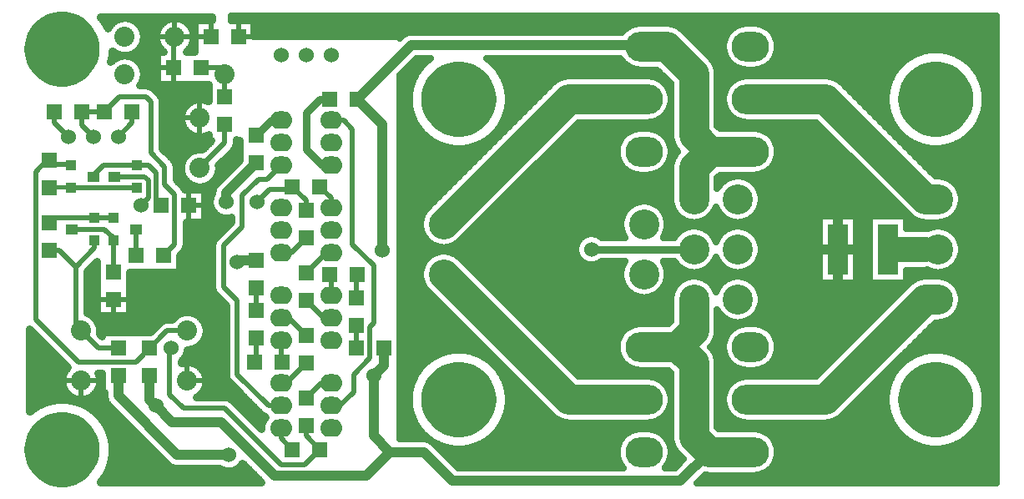
<source format=gbl>
*%FSLAX25Y25*%
*%MOIN*%
G01*
%ADD11C,0.00600*%
%ADD12C,0.00733*%
%ADD13C,0.00800*%
%ADD14C,0.01000*%
%ADD15C,0.01200*%
%ADD16C,0.01500*%
%ADD17C,0.02000*%
%ADD18C,0.02500*%
%ADD19C,0.03000*%
%ADD20C,0.03000*%
%ADD21O,0.03000X0.08000*%
%ADD22O,0.03800X0.08800*%
%ADD23C,0.04000*%
%ADD24C,0.04000*%
%ADD25C,0.05000*%
%ADD26C,0.06000*%
%ADD27C,0.06800*%
%ADD28C,0.07000*%
%ADD29C,0.08000*%
%ADD30C,0.08000*%
%ADD31C,0.08800*%
%ADD32O,0.09000X0.07000*%
%ADD33O,0.09800X0.07800*%
%ADD34C,0.10000*%
%ADD35C,0.10000*%
%ADD36C,0.12000*%
%ADD37C,0.12000*%
%ADD38C,0.12500*%
%ADD39C,0.12800*%
%ADD40O,0.15000X0.12000*%
%ADD41O,0.15800X0.12800*%
%ADD42C,0.16500*%
%ADD43C,0.25000*%
%ADD44R,0.04000X0.04000*%
%ADD45R,0.04800X0.04800*%
%ADD46R,0.05000X0.04000*%
%ADD47R,0.05800X0.04800*%
%ADD48R,0.06000X0.06000*%
%ADD49R,0.06000X0.10000*%
%ADD50R,0.06800X0.06800*%
%ADD51R,0.06800X0.10800*%
%ADD52R,0.08000X0.20000*%
%ADD53R,0.08800X0.20800*%
%ADD54R,0.10000X0.06000*%
%ADD55R,0.10000X0.10000*%
%ADD56R,0.10000X0.24000*%
%ADD57R,0.10800X0.06800*%
%ADD58R,0.10800X0.24800*%
%ADD59R,0.12000X0.06000*%
%ADD60R,0.12800X0.06800*%
%ADD61R,0.20000X0.20000*%
D16*
X888000Y795000D02*
X888500Y795500D01*
X821500Y825000D02*
X813500D01*
X813000Y824500D01*
X821500Y825000D02*
X822000Y824500D01*
X935500Y789500D02*
X936000Y790000D01*
X925500Y789500D02*
X925000Y790000D01*
X905500Y755500D02*
X906000Y755000D01*
X895500Y755500D02*
X895000Y755000D01*
D17*
X1185500Y779500D02*
Y787500D01*
X1177500D01*
X1185500D02*
Y795500D01*
X1128000Y800000D02*
Y788000D01*
Y800000D02*
X1134000D01*
X1128000D02*
X1122000D01*
X1185500Y804500D02*
Y812500D01*
Y820500D01*
Y812500D02*
X1177500D01*
X1128000Y812000D02*
Y800000D01*
X893500Y885000D02*
X888500D01*
Y890000D01*
X874000Y747500D02*
X868000D01*
Y753500D01*
X831500Y747500D02*
X825500D01*
Y741500D01*
Y747500D02*
X819500D01*
X838500Y780000D02*
X843500D01*
X838500D02*
Y775000D01*
Y780000D02*
X833500D01*
X868500Y817500D02*
X873500D01*
X868500D02*
Y812500D01*
Y817500D02*
Y822500D01*
X877500Y885000D02*
Y890000D01*
Y885000D02*
X872500D01*
X873000Y852500D02*
Y846500D01*
Y852500D02*
Y858500D01*
Y852500D02*
X867000D01*
X869000Y885000D02*
X863000D01*
Y891000D01*
X862500Y872500D02*
Y867500D01*
Y872500D02*
X857500D01*
X857000Y885000D02*
X863000D01*
X868500Y780000D02*
X876500Y772000D01*
X868500Y823500D02*
X863500Y828500D01*
X883000Y863000D02*
Y872500D01*
X873500D01*
X813000Y835500D02*
X812000D01*
X814500Y834000D02*
X821500D01*
X814500D02*
X813000Y835500D01*
X812000D01*
X807500Y831000D01*
Y772000D02*
X824500Y755000D01*
X807500Y772000D02*
Y831000D01*
X817000Y799500D02*
X823500Y793000D01*
X817000Y799500D02*
X813000D01*
X831000Y800500D02*
Y803500D01*
Y800500D02*
X823500Y793000D01*
X915500Y815500D02*
Y819500D01*
X910000Y825000D01*
X909000Y824000D01*
X835000Y855000D02*
X826000D01*
Y849500D01*
X830500Y845000D01*
X859000Y826000D02*
X863000Y822000D01*
X851500Y861000D02*
X841000D01*
X835000Y855000D01*
X863000Y802000D02*
X858500Y797500D01*
X863000Y802000D02*
Y822000D01*
X846000Y850500D02*
Y855000D01*
Y850500D02*
X840500Y845000D01*
X838500Y803500D02*
Y791000D01*
Y803500D02*
Y804500D01*
X835000Y808000D02*
X822000D01*
X835000D02*
X838500Y804500D01*
X848000Y824500D02*
X822000D01*
X839000Y829000D02*
X851000D01*
X852500Y827500D01*
Y820500D01*
X849500Y817500D01*
X815000Y812500D02*
X813000Y810500D01*
X815000Y812500D02*
X838500D01*
X815000Y850500D02*
Y855000D01*
Y850500D02*
X820500Y845000D01*
X834500Y833500D02*
X830500Y829500D01*
X852500Y833500D02*
X855500Y830500D01*
Y819500D01*
X857500Y817500D01*
X852500Y833500D02*
X834500D01*
X847500Y808000D02*
Y797500D01*
X915500Y725500D02*
X921000Y720000D01*
X915500Y725500D02*
Y729500D01*
X921000Y720000D02*
X915000Y714000D01*
X935500Y760500D02*
Y769500D01*
Y780500D02*
Y789500D01*
X925500D02*
Y781500D01*
X905500Y763500D02*
Y755500D01*
X895500D02*
Y764500D01*
Y775500D02*
Y784500D01*
X921500Y746500D02*
X925500D01*
X921500D02*
X915500Y740500D01*
X905500Y728500D02*
Y724500D01*
X910000Y720000D01*
X908500Y772500D02*
X905500D01*
X908500D02*
X915500Y765500D01*
X922500Y772500D02*
X925500D01*
X922500D02*
X915500Y779500D01*
Y754500D02*
X907500Y746500D01*
X905500D01*
Y737500D02*
X900500D01*
X900000Y828000D02*
X905500Y833500D01*
X930500Y851500D02*
X934000Y848000D01*
X930500Y851500D02*
X925500D01*
X934000Y848000D02*
Y802000D01*
X923500Y798500D02*
X915500Y790500D01*
X923500Y798500D02*
X925500D01*
X915500Y804500D02*
X909500Y798500D01*
X905500D01*
X925500Y820500D02*
X921000Y825000D01*
X925500Y820500D02*
Y816500D01*
X900500Y885000D02*
X905500Y890000D01*
X934000Y802000D02*
X942500Y793500D01*
Y770500D01*
X941000Y769000D01*
Y756500D01*
X934500Y750000D01*
Y743000D01*
X929000Y737500D01*
X925500D01*
X935500Y890000D02*
X905500D01*
X865000Y863500D02*
X862500Y866000D01*
X868500Y780000D02*
X838500D01*
X840500Y760500D02*
X832500D01*
X823500Y769500D02*
Y793000D01*
Y769500D02*
X832500Y760500D01*
X868000Y747500D02*
X874500D01*
X876500Y749500D01*
X905500Y714000D02*
X915000D01*
X862500Y884500D02*
X863000Y885000D01*
X877500D01*
X888500D02*
X900500D01*
X935500Y890000D02*
X937500Y892000D01*
X853500Y859000D02*
X851500Y861000D01*
X853500Y859000D02*
Y838500D01*
X859000Y833000D01*
Y826000D01*
X896000Y819000D02*
X901000Y824000D01*
X909000D01*
X900000Y828000D02*
X896500D01*
X890000Y821500D02*
Y809000D01*
Y821500D02*
X896500Y828000D01*
X890000Y809000D02*
X882500Y801500D01*
X873000Y832500D02*
X883000Y842500D01*
Y852000D01*
X873000Y860500D02*
X870000Y863500D01*
X873000Y845000D02*
X863500Y835500D01*
X862500Y866000D02*
Y884500D01*
X865000Y863500D02*
X870000D01*
X873000Y860500D02*
Y845000D01*
X863500Y835500D02*
Y828500D01*
X868500Y823500D02*
Y780000D01*
X882500Y785000D02*
X888000Y779500D01*
Y750000D01*
X882500Y785000D02*
Y801500D01*
X888000Y750000D02*
X900500Y737500D01*
X876500Y749500D02*
Y772000D01*
X860000Y767500D02*
X847500Y755000D01*
X860000Y767500D02*
X868000D01*
X847500Y755000D02*
X824500D01*
X861000Y742000D02*
X866500Y736500D01*
X883000D01*
X905500Y714000D01*
X861000Y760000D02*
X861500Y760500D01*
X861000Y760000D02*
Y742000D01*
D18*
X1178500Y723944D02*
Y706750D01*
X1176500D02*
Y722685D01*
X1174500Y721730D02*
Y706750D01*
X1184500D02*
Y730845D01*
X1182500Y727760D02*
Y706750D01*
X1180500D02*
Y725584D01*
X1170500Y720563D02*
Y706750D01*
X1168500D02*
Y720307D01*
X1166500Y720256D02*
Y706750D01*
X1172500D02*
Y721031D01*
X1164500Y720409D02*
Y706750D01*
X1177053Y723000D02*
X1191250D01*
Y725000D02*
X1179848D01*
X1172391Y721000D02*
X1191250D01*
Y729000D02*
X1183403D01*
X1184580Y731000D02*
X1191250D01*
Y727000D02*
X1181868D01*
X1162500Y720769D02*
Y706750D01*
X1160500D02*
Y721350D01*
X1158500Y722173D02*
Y706750D01*
X1186107Y735000D02*
X1191250D01*
Y733000D02*
X1185468D01*
X1191250Y713000D02*
X1101540D01*
X1102840Y715000D02*
X1191250D01*
Y711000D02*
X1099143D01*
X1156500Y706750D02*
Y723272D01*
X1154500Y724709D02*
Y706750D01*
X1191250Y717000D02*
X1103531D01*
X1152500Y726591D02*
Y706750D01*
X1150500D02*
Y729146D01*
X1148500Y733085D02*
Y706750D01*
X1132500D02*
Y736419D01*
X1130500Y734419D02*
Y706750D01*
X1103750Y719000D02*
X1191250D01*
X1161609Y721000D02*
X1103531D01*
X1102840Y723000D02*
X1156947D01*
X1154152Y725000D02*
X1101540D01*
X1099143Y727000D02*
X1152132D01*
X1150597Y729000D02*
X1079750D01*
X1125136Y731000D02*
X1149420D01*
X1148532Y733000D02*
X1129047D01*
X1131082Y735000D02*
X1147893D01*
X1186725Y739000D02*
X1191250D01*
Y741000D02*
X1186725D01*
X1186521Y737000D02*
X1191250D01*
Y706750D02*
Y780254D01*
Y743000D02*
X1186521D01*
X1186107Y745000D02*
X1191250D01*
X1186500Y736868D02*
Y706750D01*
Y743132D02*
Y778304D01*
X1185468Y747000D02*
X1191250D01*
X1190500Y779718D02*
Y706750D01*
X1188500D02*
Y778750D01*
X1191250Y749000D02*
X1184580D01*
X1183403Y751000D02*
X1191250D01*
Y753000D02*
X1181868D01*
X1184500Y749155D02*
Y778304D01*
X1179848Y755000D02*
X1191250D01*
Y757000D02*
X1177053D01*
X1182500Y752240D02*
Y778750D01*
X1154500Y758419D02*
Y755291D01*
X1152500Y756419D02*
Y753409D01*
X1180500Y754416D02*
Y779718D01*
X1178500Y781453D02*
Y756056D01*
X1144500Y748419D02*
Y706750D01*
X1147275Y739000D02*
X1135082D01*
X1133082Y737000D02*
X1147479D01*
X1146500Y750419D02*
Y706750D01*
X1129541Y733459D02*
X1166832Y770750D01*
X1138500Y742419D02*
Y706750D01*
X1136500D02*
Y740419D01*
X1134500Y738419D02*
Y706750D01*
X1142500D02*
Y746419D01*
X1140500Y744419D02*
Y706750D01*
X1147082Y751000D02*
X1150597D01*
X1149082Y753000D02*
X1152132D01*
X1149420Y749000D02*
X1145082D01*
X1150500Y750854D02*
Y754419D01*
X1151082Y755000D02*
X1154152D01*
X1156459Y786541D02*
X1119168Y749250D01*
X1139082Y743000D02*
X1147479D01*
X1147893Y745000D02*
X1141082D01*
X1137082Y741000D02*
X1147275D01*
X1148500Y746915D02*
Y752419D01*
X1148532Y747000D02*
X1143082D01*
X1124500Y730872D02*
Y706750D01*
X1122500D02*
Y730750D01*
X1120500D02*
Y706750D01*
X1118500D02*
Y730750D01*
X1116500D02*
Y706750D01*
X1114500D02*
Y730750D01*
X1112500D02*
Y706750D01*
X1110500D02*
Y730750D01*
X1108500D02*
Y706750D01*
X1106500D02*
Y730750D01*
X1104500D02*
Y706750D01*
X1102500D02*
Y714356D01*
X1100500Y711960D02*
Y706750D01*
X1102500Y723644D02*
Y730750D01*
X1100500D02*
Y726040D01*
X1094500Y730750D02*
X1123000D01*
X1098500Y710660D02*
Y706750D01*
X1096500D02*
Y709969D01*
X1094500Y709750D02*
Y706750D01*
X1098500Y727340D02*
Y730750D01*
X1096500D02*
Y728031D01*
X1092500Y709750D02*
Y706750D01*
X1093000Y709750D02*
X1094500D01*
X1093000D02*
X1091500D01*
X1090500D02*
Y706750D01*
X1094500Y728250D02*
Y730750D01*
X1088500Y709750D02*
Y706750D01*
X1086500D02*
Y709750D01*
X1084500D02*
Y706750D01*
X1082500D02*
Y709750D01*
X1080500D02*
Y706750D01*
X1078500D02*
Y709750D01*
X1093000Y728250D02*
X1094500D01*
X1093000D02*
X1091500D01*
X1093000D01*
X1092500D02*
Y730750D01*
X1093000D02*
X1094500D01*
X1091500D01*
X1090500Y730804D02*
Y728250D01*
X1091500D02*
X1080332D01*
X1079750Y728831D01*
X1088500Y728250D02*
Y731250D01*
X1089364Y731000D02*
X1079750D01*
X1128500Y732563D02*
Y706750D01*
X1126500D02*
Y731438D01*
X1119168Y749250D02*
X1094500D01*
X1102500D02*
Y756356D01*
X1100500Y753960D02*
Y749250D01*
X1098500D02*
Y752660D01*
X1094500Y751750D02*
Y749250D01*
X1093000D01*
X1086500Y732218D02*
Y728250D01*
X1096500Y749250D02*
Y751969D01*
X1088500Y752250D02*
Y748750D01*
X1099143Y753000D02*
X1122918D01*
X1124918Y755000D02*
X1101540D01*
X1124500Y754581D02*
Y786750D01*
X1126500D02*
Y756581D01*
X1122500Y752581D02*
Y786750D01*
X1094500Y749250D02*
X1093000D01*
X1091500D01*
Y751750D02*
X1094500D01*
X1092500D02*
Y749250D01*
X1090500Y749196D02*
Y751804D01*
X1084500Y733953D02*
Y728250D01*
X1085453Y733000D02*
X1079750D01*
Y735000D02*
X1083718D01*
X1082500Y737864D02*
Y728250D01*
X1082750Y737000D02*
X1079750D01*
Y739000D02*
X1082304D01*
Y741000D02*
X1079750D01*
Y728831D02*
Y754500D01*
X1082500Y758864D02*
Y742136D01*
X1080500Y728250D02*
Y774586D01*
X1079750Y749000D02*
X1089364D01*
X1079750Y751000D02*
X1120918D01*
X1086857Y753000D02*
X1079750D01*
X1086500Y753218D02*
Y747782D01*
X1082750Y743000D02*
X1079750D01*
Y745000D02*
X1083718D01*
X1085453Y747000D02*
X1079750D01*
X1084500Y746047D02*
Y754953D01*
X1084460Y755000D02*
X1079736D01*
X1172391Y759000D02*
X1191250D01*
Y773000D02*
X1174047D01*
X1170136Y771000D02*
X1191250D01*
Y775000D02*
X1175782D01*
X1176750Y777000D02*
X1191250D01*
X1172500Y771918D02*
Y758969D01*
X1170500Y759437D02*
Y771094D01*
X1168500Y770764D02*
Y759693D01*
X1176500Y757315D02*
Y776351D01*
X1174500Y773419D02*
Y758270D01*
X1189149Y779000D02*
X1191250D01*
X1181851D02*
X1177196D01*
Y781000D02*
X1178919D01*
X1177418Y783000D02*
X1176750D01*
X1176500Y783649D02*
Y785364D01*
X1176594Y785000D02*
X1175782D01*
X1176264Y787000D02*
X1174047D01*
X1176372Y789000D02*
X1170136D01*
X1159082Y763000D02*
X1191250D01*
Y765000D02*
X1161082D01*
X1157082Y761000D02*
X1191250D01*
X1166500Y759744D02*
Y770419D01*
X1164500Y768419D02*
Y759591D01*
X1162500Y759231D02*
Y766419D01*
X1156500Y760419D02*
Y756728D01*
X1155082Y759000D02*
X1161609D01*
X1156947Y757000D02*
X1153082D01*
X1160500Y758650D02*
Y764419D01*
X1158500Y762419D02*
Y757827D01*
X1165082Y769000D02*
X1191250D01*
X1168000Y770750D02*
X1166832D01*
X1163082Y767000D02*
X1191250D01*
X1168000Y789250D02*
X1163000D01*
X1160864Y789000D02*
X1155250D01*
X1152918Y783000D02*
X1096750D01*
X1140750Y786750D02*
X1155250D01*
X1154918Y785000D02*
X1095782D01*
X1155250Y787000D02*
X1156953D01*
X1154500Y786750D02*
Y784581D01*
X1190914Y795000D02*
X1191250D01*
Y794746D02*
Y805254D01*
X1190500Y804718D02*
Y795282D01*
X1180500D02*
Y804718D01*
X1174500Y793419D02*
Y786581D01*
X1175782Y795000D02*
X1180086D01*
X1178063Y793000D02*
X1174047D01*
X1178500Y793547D02*
Y806453D01*
X1176500Y796351D02*
Y789636D01*
X1177196Y799000D02*
X1191250D01*
Y801000D02*
X1177196D01*
X1176750Y797000D02*
X1191250D01*
Y805000D02*
X1190914D01*
X1191250Y803000D02*
X1176750D01*
X1188500Y803750D02*
Y796250D01*
X1186500Y796696D02*
Y803304D01*
X1184500D02*
Y796696D01*
X1182500Y796250D02*
Y803750D01*
X1180086Y805000D02*
X1175782D01*
X1170500Y791094D02*
Y788906D01*
X1168500Y789236D02*
Y790764D01*
X1172500Y791918D02*
Y788082D01*
X1166500Y789250D02*
Y790872D01*
X1164500Y791438D02*
Y789250D01*
X1158500Y788082D02*
Y791750D01*
X1160500D02*
Y788906D01*
X1156500Y786581D02*
Y791750D01*
X1155250D02*
Y786750D01*
X1170136Y791000D02*
X1176938D01*
X1165864D02*
X1155250D01*
X1174047Y807000D02*
X1178063D01*
X1176938Y809000D02*
X1170136D01*
X1165864D02*
X1155250D01*
X1162500Y791750D02*
Y789236D01*
X1163000Y791750D02*
X1155250D01*
Y808250D02*
X1163000D01*
X1132918Y763000D02*
X1103531D01*
X1102840Y765000D02*
X1134918D01*
X1136918Y767000D02*
X1101540D01*
X1132500Y762581D02*
Y786750D01*
X1134500D02*
Y764581D01*
X1138918Y769000D02*
X1099143D01*
X1103531Y759000D02*
X1128918D01*
X1130918Y761000D02*
X1103750D01*
X1102840Y757000D02*
X1126918D01*
X1096500Y770031D02*
Y776351D01*
X1094500Y773419D02*
Y770250D01*
X1097196Y779000D02*
X1148918D01*
X1150918Y781000D02*
X1097196D01*
X1096750Y777000D02*
X1146918D01*
X1150500Y780581D02*
Y786750D01*
X1152500D02*
Y782581D01*
X1148500Y778581D02*
Y786750D01*
X1144500D02*
Y774581D01*
X1146500Y776581D02*
Y786750D01*
X1144918Y775000D02*
X1095782D01*
X1142500Y772581D02*
Y786750D01*
X1135250D02*
X1120750D01*
X1083160Y757000D02*
X1079406D01*
X1079736Y767000D02*
X1084460D01*
X1083160Y765000D02*
X1079406D01*
X1084500Y767047D02*
Y771438D01*
X1086500Y770872D02*
Y768782D01*
X1086857Y769000D02*
X1079750D01*
X1078582Y759000D02*
X1082469D01*
Y763000D02*
X1078582D01*
X1078500Y762856D02*
Y759144D01*
X1082500Y763136D02*
Y772563D01*
X1079750Y775817D02*
Y767500D01*
X1091500Y770250D02*
X1094500D01*
X1090136Y771000D02*
X1140918D01*
X1088500Y770764D02*
Y769750D01*
X1092500Y770250D02*
Y771918D01*
X1094047Y773000D02*
X1142918D01*
X1090500Y771094D02*
Y770196D01*
X1085864Y771000D02*
X1079750D01*
Y773000D02*
X1081953D01*
X1080218Y775000D02*
X1079750D01*
X1080218Y785000D02*
X1078282D01*
X1135250Y787000D02*
X1140750D01*
Y789000D02*
X1135250D01*
Y791000D02*
X1140750D01*
Y793000D02*
X1135250D01*
Y795000D02*
X1140750D01*
Y797000D02*
X1135250D01*
X1128500Y786750D02*
Y758581D01*
X1130500Y760581D02*
Y786750D01*
X1096500Y783649D02*
Y796351D01*
X1096750Y797000D02*
X1120750D01*
X1135250Y799000D02*
X1140750D01*
Y801000D02*
X1135250D01*
Y803000D02*
X1140750D01*
Y805000D02*
X1135250D01*
Y807000D02*
X1140750D01*
Y809000D02*
X1135250D01*
X1120750Y799000D02*
X1097196D01*
Y801000D02*
X1120750D01*
Y803000D02*
X1096750D01*
X1094047Y787000D02*
X1120750D01*
Y789000D02*
X1090136D01*
X1094500Y786581D02*
Y793419D01*
X1092500Y791918D02*
Y788082D01*
X1090500Y788906D02*
Y791094D01*
X1084500Y791438D02*
Y788562D01*
X1088500Y789236D02*
Y790764D01*
X1082500Y792563D02*
Y787437D01*
X1080500Y785414D02*
Y794586D01*
X1078500Y795356D02*
Y784644D01*
X1094047Y793000D02*
X1120750D01*
Y795000D02*
X1095782D01*
X1090136Y791000D02*
X1120750D01*
Y805000D02*
X1095782D01*
X1094047Y807000D02*
X1120750D01*
X1086500Y790872D02*
Y789128D01*
X1080218Y795000D02*
X1078282D01*
X1090136Y809000D02*
X1120750D01*
X1080218Y805000D02*
X1078282D01*
X1071925Y707000D02*
X1191250D01*
Y709000D02*
X1073925D01*
X1071675Y706750D02*
X1191250D01*
X1076500D02*
Y709750D01*
X1093000D01*
X1074500Y709575D02*
Y706750D01*
X1072500D02*
Y707575D01*
X1071675Y706750D02*
X1074827Y709902D01*
X1066247Y716172D02*
X1062825Y712750D01*
X1064500Y714425D02*
Y717919D01*
X1065418Y717000D02*
X1061031D01*
X1060340Y715000D02*
X1065075D01*
X1066247Y716172D02*
X1063959Y718459D01*
X1062500Y720356D02*
Y712750D01*
X1063460Y719000D02*
X1061250D01*
X1060500Y715351D02*
Y712750D01*
X1061031Y721000D02*
X1062160D01*
X1061469Y723000D02*
X1060340D01*
X1058819Y712750D02*
X1062825D01*
X1063075Y713000D02*
X1059040D01*
X1042181Y712750D02*
X976175D01*
X975925Y713000D02*
X1041960D01*
X1040500Y712750D02*
Y715351D01*
X1040660Y715000D02*
X973925D01*
X971925Y717000D02*
X1039969D01*
Y721000D02*
X981891D01*
X969925Y719000D02*
X1039750D01*
X1059040Y725000D02*
X1061250D01*
Y727000D02*
X1056643D01*
X1052000Y728250D02*
X1049000D01*
X1052500Y728236D02*
Y730764D01*
X1054136Y731000D02*
X1061250D01*
Y729000D02*
X992903D01*
X989348Y725000D02*
X1041960D01*
X1044357Y727000D02*
X991368D01*
X986553Y723000D02*
X1040660D01*
X1050500Y730750D02*
X1052000D01*
X1050500D02*
Y728250D01*
X1059782Y735000D02*
X1061250D01*
Y737000D02*
X1060750D01*
X1061250Y733000D02*
X1058047D01*
X1061250Y740000D02*
Y725000D01*
Y740000D02*
Y750669D01*
X1058500Y733419D02*
Y725581D01*
X1056500Y727082D02*
Y731918D01*
X1054500Y731094D02*
Y727906D01*
X1060500Y722649D02*
Y736351D01*
X1060750Y743000D02*
X1061250D01*
Y745000D02*
X1059782D01*
X1061250Y747000D02*
X1058047D01*
X1060500Y743649D02*
Y751419D01*
X1058500Y751750D02*
Y746581D01*
X1061250Y749000D02*
X1054136D01*
X1056500Y748082D02*
Y751750D01*
X1054500D02*
Y748906D01*
X1052000Y749250D02*
X1050500D01*
X1052500Y749236D02*
Y751750D01*
X1050500D02*
Y749250D01*
X1048500Y730750D02*
Y728236D01*
X1049000Y730750D02*
X1050500D01*
X1020500D01*
X1044500D02*
Y727082D01*
X1046500Y727906D02*
Y730750D01*
X1042500D02*
Y725581D01*
X1038500Y730750D02*
Y712750D01*
X1040500Y722649D02*
Y730750D01*
X1036500D02*
Y712750D01*
X1034500D02*
Y730750D01*
X1032500D02*
Y712750D01*
X1049000Y749250D02*
X1050500D01*
X1049000D01*
X1048500D02*
Y751764D01*
X1046500Y752094D02*
Y749250D01*
X1044500D02*
Y752918D01*
X1042500Y754419D02*
Y749250D01*
X1040500D02*
Y757351D01*
X1038500Y749250D02*
Y795250D01*
X1032500Y794517D02*
Y749250D01*
X1036500D02*
Y795250D01*
X1034500D02*
Y749250D01*
X992500Y728422D02*
Y712750D01*
X990500D02*
Y726069D01*
X988500Y724314D02*
Y712750D01*
X1030500D02*
Y730750D01*
X1028500D02*
Y712750D01*
X1026500D02*
Y730750D01*
X982500Y721183D02*
Y712750D01*
X986500D02*
Y722969D01*
X984500Y721943D02*
Y712750D01*
X978500D02*
Y720352D01*
X976500Y720250D02*
Y712750D01*
X974500Y714425D02*
Y720352D01*
X980500Y720659D02*
Y712750D01*
X972500Y716425D02*
Y720659D01*
X966214Y722710D02*
X976175Y712750D01*
X970500Y718425D02*
Y721183D01*
X968500Y720425D02*
Y721943D01*
X967925Y721000D02*
X971109D01*
X966500Y722425D02*
Y722969D01*
X966447Y723000D02*
X965900D01*
X962500Y724250D02*
X953000D01*
X964500Y724314D02*
Y723854D01*
X962500Y724250D02*
Y726069D01*
X963652Y725000D02*
X953000D01*
Y727000D02*
X961632D01*
X960500Y728422D02*
Y724250D01*
X960097Y729000D02*
X953000D01*
X1024500Y730750D02*
Y712750D01*
X1022500D02*
Y730750D01*
X1020500D02*
Y712750D01*
X1018500D02*
Y730969D01*
X1016500Y731660D02*
Y712750D01*
X1014500D02*
Y732960D01*
X1012500Y734919D02*
Y712750D01*
X1010500D02*
Y736919D01*
X1008500Y738919D02*
Y712750D01*
X1006500D02*
Y740919D01*
X1004500Y742919D02*
Y712750D01*
X1010418Y737000D02*
X996021D01*
X996225Y739000D02*
X1008418D01*
X1030500Y749250D02*
Y793831D01*
X1006418Y741000D02*
X996225D01*
X1002500Y744919D02*
Y712750D01*
X1000500D02*
Y746919D01*
X1004418Y743000D02*
X996021D01*
X998500Y748919D02*
Y712750D01*
X996500D02*
Y750919D01*
X994500Y731872D02*
Y712750D01*
X994968Y733000D02*
X1014453D01*
X1018364Y731000D02*
X994080D01*
X1013959Y733459D02*
X963959Y783459D01*
X995607Y735000D02*
X1012418D01*
X958500Y731872D02*
Y724250D01*
X958920Y731000D02*
X953000D01*
Y733000D02*
X958032D01*
X957393Y735000D02*
X953000D01*
Y737000D02*
X956979D01*
X995607Y745000D02*
X1002418D01*
X1000418Y747000D02*
X994968D01*
X994080Y749000D02*
X998418D01*
X994500Y748128D02*
Y752919D01*
X958920Y749000D02*
X953000D01*
Y739000D02*
X956775D01*
Y741000D02*
X953000D01*
Y743000D02*
X956979D01*
X957393Y745000D02*
X953000D01*
Y747000D02*
X958032D01*
X1077081Y761000D02*
X1082250D01*
X1061250Y750669D02*
X1060168Y751750D01*
X1052000D01*
X1060168Y770250D02*
X1061250Y771331D01*
X1052000Y751750D02*
X1050500D01*
X1058500Y770250D02*
Y785356D01*
X1056500Y782960D02*
Y770250D01*
X1061250Y771331D02*
Y780000D01*
X1061750Y783000D02*
X1056547D01*
X1052636Y781000D02*
X1061304D01*
X1076547Y787000D02*
X1081953D01*
X1064453D02*
X1059250D01*
X1058282Y785000D02*
X1062718D01*
X1060168Y770250D02*
X1052000D01*
X1050500D01*
X1052000D01*
X1054500D02*
Y781660D01*
X1052500Y780969D02*
Y770250D01*
X1049000Y749250D02*
X1024332D01*
X1049000Y751750D02*
X1052000D01*
X1060918Y751000D02*
X1022582D01*
X1044500Y769082D02*
Y782960D01*
X1046500Y781660D02*
Y769906D01*
X1044357Y753000D02*
X1020582D01*
X1018582Y755000D02*
X1041960D01*
Y767000D02*
X1006582D01*
X1042500Y767581D02*
Y785356D01*
X1044357Y769000D02*
X1004582D01*
X1002582Y771000D02*
X1060918D01*
X1061250Y773000D02*
X1000582D01*
X998582Y775000D02*
X1061250D01*
X1050500Y770250D02*
Y780750D01*
X1061250Y777000D02*
X996582D01*
X994582Y779000D02*
X1061250D01*
X1050500Y770250D02*
X1049000D01*
X1048500Y770236D02*
Y780969D01*
X1048364Y781000D02*
X992582D01*
X990582Y783000D02*
X1044453D01*
X1042718Y785000D02*
X988582D01*
X1072636Y789000D02*
X1085864D01*
X1076500Y787040D02*
Y792960D01*
X1074500Y791660D02*
Y788340D01*
X1072500Y789031D02*
Y790969D01*
X1066500Y791660D02*
Y788340D01*
X1068500Y789031D02*
Y790969D01*
X1064500Y792960D02*
Y787040D01*
X1062500Y784644D02*
Y795250D01*
X1060500D02*
Y770581D01*
X1072636Y791000D02*
X1085864D01*
X1081953Y793000D02*
X1076547D01*
Y807000D02*
X1081953D01*
X1085864Y809000D02*
X1072636D01*
X1068364Y789000D02*
X1059696D01*
X1070500Y789250D02*
Y790750D01*
X1068364Y791000D02*
X1059696D01*
Y809000D02*
X1068364D01*
X1064453Y793000D02*
X1059250D01*
X1058282Y795000D02*
X1062718D01*
X1062563Y795250D02*
X1058116D01*
X1058500D02*
Y794644D01*
X1041750Y787000D02*
X986582D01*
X1033250Y795000D02*
X1042718D01*
X1041750Y793000D02*
X980582D01*
X1042500Y795250D02*
X1042884D01*
X1042500D02*
Y794644D01*
X1058116Y804750D02*
X1062563D01*
X1062718Y805000D02*
X1058282D01*
X1042884Y804750D02*
X1042500D01*
X1059250Y807000D02*
X1064453D01*
X1058500Y805356D02*
Y804750D01*
X1042500Y795250D02*
X1033562D01*
Y804750D02*
X1042500D01*
X1042718Y805000D02*
X1033250D01*
X1042500Y804750D02*
Y805356D01*
X1041750Y807000D02*
X980582D01*
X992903Y751000D02*
X996418D01*
X992500Y751578D02*
Y754919D01*
X991368Y753000D02*
X994418D01*
X990500Y753931D02*
Y756919D01*
X1016582Y757000D02*
X1040660D01*
X992418Y755000D02*
X989348D01*
X988500Y755686D02*
Y758919D01*
X990418Y757000D02*
X986553D01*
X986500Y757031D02*
Y760919D01*
X984500Y762919D02*
Y758057D01*
X982500Y758817D02*
Y764919D01*
X1014582Y759000D02*
X1039969D01*
X1039750Y761000D02*
X1012582D01*
X988418Y759000D02*
X981891D01*
X1010582Y763000D02*
X1039969D01*
X1040660Y765000D02*
X1008582D01*
X980500Y766919D02*
Y759341D01*
X978500Y759648D02*
Y768919D01*
X976500Y770919D02*
Y759750D01*
X974500Y759648D02*
Y772919D01*
X972500Y774919D02*
Y759341D01*
X970500Y758817D02*
Y776919D01*
X966447Y757000D02*
X953000D01*
Y759000D02*
X971109D01*
X986418Y761000D02*
X953000D01*
X966500Y757031D02*
Y780919D01*
X968500Y778919D02*
Y758057D01*
X953000Y763000D02*
X984418D01*
X960097Y751000D02*
X953000D01*
Y753000D02*
X961632D01*
X963652Y755000D02*
X953000D01*
X964500Y755686D02*
Y782919D01*
X962500Y785356D02*
Y753931D01*
X953000Y765000D02*
X982418D01*
X980418Y767000D02*
X953000D01*
Y769000D02*
X978418D01*
X976418Y771000D02*
X953000D01*
Y773000D02*
X974418D01*
X972418Y775000D02*
X953000D01*
Y777000D02*
X970418D01*
X968418Y779000D02*
X953000D01*
Y781000D02*
X966418D01*
X964418Y783000D02*
X953000D01*
Y785000D02*
X962718D01*
X1028500Y793831D02*
Y749250D01*
X1041304Y789000D02*
X984582D01*
X982582Y791000D02*
X1041304D01*
X1040500Y795250D02*
Y764649D01*
X1026500Y749250D02*
Y794517D01*
X1024500Y796250D02*
Y749250D01*
X1024332D02*
X977041Y796541D01*
X982500Y791081D02*
Y808919D01*
X980500Y806919D02*
Y793081D01*
X978582Y795000D02*
X1025750D01*
X1024017Y797000D02*
X976547D01*
X972636Y799000D02*
X1023331D01*
X1025750Y805000D02*
X978582D01*
X982582Y809000D02*
X1041304D01*
X1024017Y803000D02*
X976547D01*
X974500Y801660D02*
Y798340D01*
X972636Y801000D02*
X1023331D01*
X972500Y800969D02*
Y799031D01*
X978500Y795081D02*
Y804919D01*
X976500Y802960D02*
Y797040D01*
X962718Y795000D02*
X953000D01*
Y797000D02*
X964453D01*
X964500Y797040D02*
Y802960D01*
X966500Y801660D02*
Y798340D01*
X961750Y787000D02*
X953000D01*
Y789000D02*
X961304D01*
Y791000D02*
X953000D01*
X962500Y794644D02*
Y805356D01*
X961750Y793000D02*
X953000D01*
X968500Y799031D02*
Y800969D01*
X970500Y800750D02*
Y799250D01*
X968364Y799000D02*
X953000D01*
Y801000D02*
X968364D01*
X964453Y803000D02*
X953000D01*
Y805000D02*
X962718D01*
X961750Y807000D02*
X953000D01*
Y809000D02*
X961304D01*
X1176500Y810364D02*
Y803649D01*
X1176372Y811000D02*
X1170136D01*
X1174500Y813419D02*
Y806581D01*
X1166500Y809128D02*
Y810750D01*
X1168500Y810764D02*
Y809236D01*
X1164500Y808562D02*
Y810750D01*
X1172500Y811918D02*
Y808082D01*
X1170500Y808906D02*
Y811094D01*
X1177196Y819000D02*
X1178919D01*
X1189149Y821000D02*
X1191250D01*
X1181851D02*
X1177196D01*
X1176750Y823000D02*
X1191250D01*
X1176264Y813000D02*
X1174047D01*
X1175782Y815000D02*
X1176594D01*
X1168000Y810750D02*
X1163000D01*
X1176750Y817000D02*
X1177418D01*
X1176500Y816351D02*
Y814636D01*
X1162500Y810764D02*
Y808250D01*
X1160500D02*
Y811094D01*
X1160864Y811000D02*
X1155250D01*
X1158500Y811918D02*
Y808250D01*
X1156500D02*
Y813419D01*
X1156953Y813000D02*
X1155250D01*
X1140750Y811000D02*
X1135250D01*
X1155250Y813250D02*
Y808250D01*
X1140750Y813250D02*
Y786750D01*
X1154500Y813250D02*
Y815419D01*
X1155250Y813250D02*
X1140750D01*
X1154918Y815000D02*
X1095782D01*
X1152500Y813250D02*
Y817419D01*
X1150918Y819000D02*
X1097196D01*
X1096750Y817000D02*
X1152918D01*
X1150500Y819418D02*
Y813250D01*
X1148500D02*
Y821418D01*
X1148918Y821000D02*
X1097196D01*
X1146500Y823418D02*
Y813250D01*
X1146918Y823000D02*
X1096750D01*
X1186500Y821696D02*
Y856867D01*
X1184500Y850845D02*
Y821696D01*
X1182500Y821250D02*
Y847760D01*
X1191250Y819746D02*
Y893250D01*
X1190500D02*
Y820282D01*
X1188500Y821250D02*
Y893250D01*
X1176500Y842685D02*
Y823649D01*
X1180500Y820282D02*
Y845584D01*
X1178500Y843943D02*
Y818547D01*
X1175782Y825000D02*
X1191250D01*
Y827000D02*
X1174047D01*
X1170136Y829000D02*
X1191250D01*
X1174500Y826581D02*
Y841730D01*
X1177053Y843000D02*
X1191250D01*
Y841000D02*
X1172391D01*
X1170500Y840563D02*
Y828906D01*
X1168000Y829250D02*
X1166832D01*
X1166500Y829582D02*
Y840256D01*
X1172500Y841031D02*
Y828082D01*
X1168500Y829236D02*
Y840307D01*
X1165082Y831000D02*
X1191250D01*
Y833000D02*
X1163082D01*
X1144918Y825000D02*
X1095782D01*
X1129541Y866541D02*
X1166832Y829250D01*
X1164500Y831582D02*
Y840409D01*
X1156459Y813459D02*
X1119168Y850750D01*
X1144500Y825418D02*
Y813250D01*
X1142500D02*
Y827418D01*
X1142918Y827000D02*
X1094047D01*
X1140500Y829418D02*
Y770581D01*
X1140918Y829000D02*
X1090136D01*
X1161082Y835000D02*
X1191250D01*
Y837000D02*
X1159082D01*
X1157082Y839000D02*
X1191250D01*
X1162500Y840769D02*
Y833582D01*
X1161609Y841000D02*
X1155082D01*
X1160500Y841350D02*
Y835582D01*
X1158500Y837582D02*
Y842173D01*
X1156947Y843000D02*
X1153082D01*
X1156500Y843272D02*
Y839582D01*
X1154500Y841582D02*
Y844709D01*
X1135250Y813250D02*
Y786750D01*
X1092500Y808082D02*
Y811918D01*
X1120750Y813250D02*
Y786750D01*
X1096500Y803649D02*
Y816351D01*
X1094500Y813419D02*
Y806581D01*
X1090500Y808906D02*
Y811094D01*
X1086500Y810872D02*
Y809128D01*
X1084500Y808562D02*
Y811438D01*
X1082500Y812563D02*
Y807437D01*
X1080500Y805414D02*
Y814586D01*
X1135250Y813000D02*
X1140750D01*
X1120750D02*
X1094047D01*
X1090136Y811000D02*
X1120750D01*
Y813250D02*
X1135250D01*
X1094500Y826581D02*
Y829750D01*
X1093000D01*
X1088500Y810764D02*
Y809236D01*
X1080500Y825414D02*
Y829418D01*
X1080082Y829000D02*
X1085864D01*
X1091500Y829750D02*
X1093000D01*
X1080832D01*
X1074500Y811660D02*
Y808340D01*
X1072500Y809031D02*
Y810969D01*
X1078500Y815356D02*
Y804644D01*
X1076500Y807040D02*
Y812960D01*
X1068500Y810969D02*
Y809031D01*
X1070500Y809250D02*
Y810750D01*
X1066500Y811660D02*
Y808340D01*
X1064500Y807040D02*
Y812960D01*
X1062500Y815356D02*
Y804750D01*
X1076547Y813000D02*
X1081953D01*
X1080218Y815000D02*
X1078282D01*
X1072636Y811000D02*
X1085864D01*
X1080218Y825000D02*
X1079750D01*
Y827000D02*
X1081953D01*
X1079750Y828668D02*
Y824183D01*
X1136500Y833418D02*
Y766581D01*
X1138500Y768581D02*
Y831418D01*
X1120500Y849418D02*
Y750581D01*
X1118500Y749250D02*
Y850750D01*
X1116500D02*
Y749250D01*
X1114500D02*
Y850750D01*
X1112500D02*
Y749250D01*
X1110500D02*
Y850750D01*
X1108500D02*
Y749250D01*
X1106500D02*
Y850750D01*
X1104500D02*
Y749250D01*
X1134500Y813250D02*
Y835418D01*
X1132918Y837000D02*
X1103531D01*
X1102840Y835000D02*
X1134918D01*
X1132500Y837418D02*
Y813250D01*
X1130500D02*
Y839418D01*
X1130918Y839000D02*
X1103750D01*
X1128500Y841418D02*
Y813250D01*
X1126500D02*
Y843418D01*
X1128918Y841000D02*
X1103531D01*
X1124500Y845418D02*
Y813250D01*
X1122500D02*
Y847418D01*
X1096500Y829969D02*
Y823649D01*
X1092500Y828082D02*
Y829750D01*
X1090500D02*
Y828906D01*
X1102500Y834357D02*
Y765644D01*
X1100500Y768040D02*
Y831960D01*
X1098500Y830660D02*
Y769340D01*
X1084500Y828562D02*
Y829750D01*
X1088500D02*
Y829236D01*
X1082500Y829750D02*
Y827437D01*
X1080832Y829750D02*
X1079750Y828668D01*
X1061250Y832500D02*
Y820000D01*
X1099143Y831000D02*
X1138918D01*
X1136918Y833000D02*
X1101540D01*
X1086500Y829750D02*
Y829128D01*
X1062500Y837143D02*
Y840857D01*
X1061250Y839000D02*
X1063919D01*
X1181868Y847000D02*
X1191250D01*
Y849000D02*
X1183403D01*
X1179848Y845000D02*
X1191250D01*
Y853000D02*
X1185468D01*
X1186107Y855000D02*
X1191250D01*
Y851000D02*
X1184580D01*
X1152500Y846591D02*
Y843582D01*
X1151082Y845000D02*
X1154152D01*
X1152132Y847000D02*
X1149082D01*
X1150500Y845582D02*
Y849146D01*
X1148500Y847582D02*
Y853085D01*
X1186725Y859000D02*
X1191250D01*
Y861000D02*
X1186725D01*
X1186521Y857000D02*
X1191250D01*
Y863000D02*
X1186521D01*
X1186107Y865000D02*
X1191250D01*
Y867000D02*
X1185468D01*
X1184580Y869000D02*
X1191250D01*
Y871000D02*
X1183403D01*
X1181868Y873000D02*
X1191250D01*
Y875000D02*
X1179848D01*
X1177053Y877000D02*
X1191250D01*
X1150597Y849000D02*
X1147082D01*
X1145082Y851000D02*
X1149420D01*
X1148532Y853000D02*
X1143082D01*
X1141082Y855000D02*
X1147893D01*
X1147479Y857000D02*
X1139082D01*
X1137082Y859000D02*
X1147275D01*
X1126918Y843000D02*
X1102840D01*
X1101540Y845000D02*
X1124918D01*
X1122918Y847000D02*
X1099143D01*
X1094500Y850750D02*
X1119168D01*
X1120918Y849000D02*
X1080082D01*
X1131082Y865000D02*
X1147893D01*
X1148532Y867000D02*
X1129047D01*
X1125136Y869000D02*
X1149420D01*
X1152132Y873000D02*
X1099143D01*
X1101540Y875000D02*
X1154152D01*
X1150597Y871000D02*
X1079696D01*
X1135082Y861000D02*
X1147275D01*
X1147479Y863000D02*
X1133082D01*
X1123000Y869250D02*
X1094500D01*
X1186500Y863133D02*
Y893250D01*
X1184500D02*
Y869155D01*
X1182500Y872240D02*
Y893250D01*
X1180500D02*
Y874416D01*
X1178500Y876057D02*
Y893250D01*
X1156500D02*
Y876728D01*
X1152500Y873409D02*
Y893250D01*
X1154500D02*
Y875291D01*
X1150500Y870854D02*
Y893250D01*
X1148500D02*
Y866915D01*
X1146500Y849582D02*
Y893250D01*
X1176500D02*
Y877315D01*
X1174500Y878270D02*
Y893250D01*
X1172391Y879000D02*
X1191250D01*
X1172500Y878969D02*
Y893250D01*
X1170500D02*
Y879437D01*
X1168500Y879693D02*
Y893250D01*
X1164500D02*
Y879591D01*
X1166500Y879744D02*
Y893250D01*
X1162500D02*
Y879231D01*
X1160500Y878650D02*
Y893250D01*
X1158500D02*
Y877827D01*
X1144500Y893250D02*
Y851582D01*
X1142500Y853582D02*
Y893250D01*
X1140500D02*
Y855582D01*
X1138500Y857582D02*
Y893250D01*
X1136500D02*
Y859582D01*
X1134500Y861582D02*
Y893250D01*
X1132500D02*
Y863582D01*
X1130500Y865582D02*
Y893250D01*
X1128500D02*
Y867437D01*
X1126500Y868562D02*
Y893250D01*
X1124500D02*
Y869128D01*
X1103531Y879000D02*
X1161609D01*
X1191250Y881000D02*
X1103750D01*
X1103531Y883000D02*
X1191250D01*
Y885000D02*
X1102840D01*
X1101540Y887000D02*
X1191250D01*
Y889000D02*
X1099143D01*
X1122500Y893250D02*
Y869250D01*
X1120500D02*
Y893250D01*
X1102840Y877000D02*
X1156947D01*
X1118500Y869250D02*
Y893250D01*
X1116500D02*
Y869250D01*
X1102500Y850750D02*
Y843643D01*
X1100500Y846040D02*
Y850750D01*
X1094500Y848250D02*
X1093000D01*
X1098500Y847340D02*
Y850750D01*
X1096500D02*
Y848031D01*
X1094500Y848250D02*
Y850750D01*
X1093000Y848250D02*
X1091500D01*
X1093000Y850750D02*
X1094500D01*
X1093000Y848250D02*
X1091500D01*
X1092500D02*
Y850750D01*
X1090500Y850804D02*
Y848250D01*
X1096500Y869250D02*
Y871969D01*
X1094500Y869250D02*
X1093000D01*
X1091500Y850750D02*
X1094500D01*
X1100500Y869250D02*
Y873960D01*
X1098500Y872660D02*
Y869250D01*
X1094500D02*
Y871750D01*
Y869250D02*
X1093000D01*
X1091500D01*
Y871750D02*
X1094500D01*
X1092500D02*
Y869250D01*
X1090500Y869196D02*
Y871804D01*
X1088500Y851250D02*
Y848250D01*
X1091500D02*
X1080832D01*
X1079750Y851000D02*
X1089364D01*
X1086500Y852218D02*
Y848250D01*
X1085453Y853000D02*
X1079750D01*
X1084500Y853953D02*
Y848250D01*
X1080832D02*
X1079750Y849332D01*
Y855000D02*
X1083718D01*
X1082500Y857864D02*
Y848250D01*
X1079750Y849332D02*
Y870000D01*
Y867000D02*
X1085453D01*
X1088500Y868750D02*
Y872250D01*
X1089364Y869000D02*
X1079750D01*
X1084500Y866047D02*
Y874953D01*
X1086500Y873218D02*
Y867782D01*
X1086857Y873000D02*
X1079250D01*
X1079750Y857000D02*
X1082750D01*
X1082304Y859000D02*
X1079750D01*
Y861000D02*
X1082304D01*
X1082750Y863000D02*
X1079750D01*
Y865000D02*
X1083718D01*
X1114500Y869250D02*
Y893250D01*
X1112500D02*
Y869250D01*
X1110500D02*
Y893250D01*
X1108500D02*
Y869250D01*
X1106500D02*
Y893250D01*
X1104500D02*
Y869250D01*
X1102500D02*
Y876357D01*
X1082500Y878864D02*
Y862136D01*
Y883136D02*
Y893250D01*
X1102500D02*
Y885643D01*
X1100500Y888040D02*
Y893250D01*
X1094500Y890250D02*
X1091500D01*
X1098500Y889340D02*
Y893250D01*
X1096500D02*
Y890031D01*
X1094500Y890250D02*
Y893250D01*
X1092500D02*
Y890250D01*
X1090500Y890196D02*
Y893250D01*
X1088500D02*
Y889750D01*
X1086500Y888782D02*
Y893250D01*
X1084500D02*
Y887047D01*
X1084460Y875000D02*
X1078282D01*
X1076582Y877000D02*
X1083160D01*
X1080500Y893250D02*
Y848582D01*
X1082469Y879000D02*
X1074582D01*
X1072582Y881000D02*
X1082250D01*
X1078500Y874643D02*
Y893250D01*
X1066041Y887541D02*
X1077041Y876541D01*
X1076500Y877082D02*
Y893250D01*
X1074500D02*
Y879082D01*
X1070582Y883000D02*
X1082469D01*
X1083160Y885000D02*
X1068582D01*
X1066582Y887000D02*
X1084460D01*
X1072500Y881082D02*
Y893250D01*
X1064143Y889000D02*
X1086857D01*
X1070500Y893250D02*
Y883082D01*
X1068500Y885082D02*
Y893250D01*
X1066500D02*
Y887082D01*
X1064500Y888782D02*
Y893250D01*
X1062500D02*
Y889750D01*
X1059696Y811000D02*
X1068364D01*
X1064453Y813000D02*
X1059250D01*
X1058282Y815000D02*
X1062718D01*
X1060500Y804750D02*
Y835351D01*
X1058500Y832419D02*
Y814644D01*
X1056547Y817000D02*
X1061750D01*
X1056500Y817040D02*
Y830918D01*
X1054500Y830094D02*
Y818340D01*
X1046500D02*
Y830094D01*
X1044500Y830918D02*
Y817040D01*
X1042500Y814644D02*
Y832419D01*
X1056643Y831000D02*
X1061250D01*
X1061594Y835000D02*
X1060340D01*
X1061304Y819000D02*
X1052636D01*
X1061031Y837000D02*
X1062418D01*
Y841000D02*
X1061031D01*
X1061594Y843000D02*
X1060340D01*
X1052500Y829764D02*
Y819031D01*
X1050500Y819250D02*
Y829750D01*
X1049000D02*
X1052000D01*
X1059040Y833000D02*
X1061264D01*
X1048500Y829764D02*
Y819031D01*
X1042718Y815000D02*
X988582D01*
X990582Y817000D02*
X1044453D01*
X1041750Y813000D02*
X986582D01*
X994582Y821000D02*
X1061250D01*
X1048364Y819000D02*
X992582D01*
X1012500Y838918D02*
Y761081D01*
X1040500Y804750D02*
Y835351D01*
X1041304Y811000D02*
X984582D01*
X1016500Y842918D02*
Y757081D01*
X1014500Y759081D02*
Y840918D01*
X998582Y825000D02*
X1061250D01*
Y827000D02*
X1000582D01*
X996582Y823000D02*
X1061250D01*
X1044357Y831000D02*
X1004582D01*
X1006582Y833000D02*
X1041960D01*
X1061250Y829000D02*
X1002582D01*
X1010582Y837000D02*
X1039969D01*
X1039750Y839000D02*
X1012582D01*
X1008582Y835000D02*
X1040660D01*
Y843000D02*
X1016582D01*
X1014582Y841000D02*
X1039969D01*
X1059040Y845000D02*
X1061264D01*
X1061250Y847000D02*
X1056643D01*
X1060500Y842649D02*
Y856351D01*
X1061250Y860000D02*
Y845500D01*
X1058500Y845581D02*
Y853419D01*
X1052500Y850764D02*
Y848236D01*
X1050500Y848250D02*
Y850750D01*
X1049000Y848250D02*
X1052000D01*
X1056500Y847082D02*
Y851918D01*
X1054500Y851094D02*
Y847906D01*
X1058047Y853000D02*
X1061250D01*
Y855000D02*
X1059782D01*
X1061250Y851000D02*
X1054136D01*
X1060750Y857000D02*
X1061250D01*
Y860000D02*
Y866168D01*
X1052000Y850750D02*
X1050500D01*
X1049000D01*
X1048500D02*
Y848236D01*
X1060750Y863000D02*
X1061250D01*
X1038500Y850750D02*
Y804750D01*
X1036500D02*
Y850750D01*
X1034500D02*
Y804750D01*
X1032500Y805483D02*
Y850750D01*
X1030500D02*
Y806169D01*
X1026500Y805483D02*
Y850750D01*
X1022500Y848918D02*
Y751081D01*
X1020500Y753081D02*
Y846918D01*
X1018500Y844918D02*
Y755081D01*
X1024500Y803750D02*
Y850750D01*
X1024332D02*
X977041Y803459D01*
X1022582Y849000D02*
X1061250D01*
X1044357Y847000D02*
X1020582D01*
X1044500Y847082D02*
Y850750D01*
X1046500D02*
Y847906D01*
X1050500Y850750D02*
X1024332D01*
X1040500D02*
Y842649D01*
X1042500Y845581D02*
Y850750D01*
X1041960Y845000D02*
X1018582D01*
X1028500Y850750D02*
Y806169D01*
X1013959Y866541D02*
X963959Y816541D01*
X1004500Y830918D02*
Y769081D01*
X1002500Y771081D02*
Y828918D01*
X1000500Y826918D02*
Y773081D01*
X1010500Y763081D02*
Y836918D01*
X1008500Y834918D02*
Y765081D01*
X1006500Y767081D02*
Y832918D01*
X994500Y820918D02*
Y779081D01*
X992500Y781081D02*
Y818919D01*
X990500Y816919D02*
Y783081D01*
X998500Y775081D02*
Y824918D01*
X996500Y822918D02*
Y777081D01*
X988500Y785081D02*
Y814919D01*
X986500Y812919D02*
Y787081D01*
X984500Y789081D02*
Y810919D01*
X986500Y839082D02*
Y842969D01*
X986553Y843000D02*
X990418D01*
X988418Y841000D02*
X981891D01*
X978500Y840351D02*
Y831082D01*
X980500Y833082D02*
Y840659D01*
X976500Y840250D02*
Y829082D01*
X984500Y837082D02*
Y841943D01*
X982500Y841183D02*
Y835082D01*
X968418Y821000D02*
X953000D01*
X968500Y821082D02*
Y841943D01*
X970500Y841183D02*
Y823082D01*
X970418Y823000D02*
X953000D01*
Y811000D02*
X961304D01*
X961750Y813000D02*
X953000D01*
Y815000D02*
X962718D01*
X964418Y817000D02*
X953000D01*
Y819000D02*
X966418D01*
X976418Y829000D02*
X953000D01*
Y831000D02*
X978418D01*
X980418Y833000D02*
X953000D01*
Y835000D02*
X982418D01*
X984418Y837000D02*
X953000D01*
Y839000D02*
X986418D01*
X972418Y825000D02*
X953000D01*
X974500Y827082D02*
Y840351D01*
X974418Y827000D02*
X953000D01*
X972500Y825082D02*
Y840659D01*
X971109Y841000D02*
X953000D01*
X992903Y849000D02*
X996418D01*
X998418Y851000D02*
X994080D01*
X994418Y847000D02*
X991368D01*
X998500Y851082D02*
Y876250D01*
X1000500D02*
Y853082D01*
X996500Y849082D02*
Y876250D01*
X990500Y846069D02*
Y843082D01*
X989348Y845000D02*
X992418D01*
X988500Y844314D02*
Y841082D01*
X994500Y847082D02*
Y851872D01*
X992500Y848422D02*
Y845082D01*
X996225Y859000D02*
X1006418D01*
X1008418Y861000D02*
X996225D01*
X996021Y863000D02*
X1010418D01*
X1008500Y861082D02*
Y876250D01*
X1010500D02*
Y863082D01*
X1006500Y859082D02*
Y876250D01*
X1002418Y855000D02*
X995607D01*
X996021Y857000D02*
X1004418D01*
X1000418Y853000D02*
X994968D01*
X1004500Y857082D02*
Y876250D01*
X1002500D02*
Y855082D01*
X964500Y844314D02*
Y817081D01*
X966500Y819081D02*
Y842969D01*
X966447Y843000D02*
X953000D01*
X962500Y846069D02*
Y814644D01*
X958500Y851872D02*
Y748128D01*
X960500Y751578D02*
Y848422D01*
X953000Y869575D02*
Y724250D01*
X956500D02*
Y873075D01*
X954500Y871075D02*
Y724250D01*
X953000Y845000D02*
X963652D01*
X961632Y847000D02*
X953000D01*
Y849000D02*
X960097D01*
X958920Y851000D02*
X953000D01*
Y853000D02*
X958032D01*
X957393Y855000D02*
X953000D01*
Y857000D02*
X956979D01*
X956775Y859000D02*
X953000D01*
Y861000D02*
X956775D01*
X956979Y863000D02*
X953000D01*
X1060500Y863649D02*
Y866918D01*
X1059782Y865000D02*
X1061250D01*
X1060418Y867000D02*
X1058047D01*
X1061250Y866168D02*
X1055668Y871750D01*
X1058500Y868918D02*
Y866581D01*
X1058418Y869000D02*
X1054136D01*
X1056500Y868082D02*
Y870918D01*
X1054500Y871750D02*
Y868906D01*
X1052000Y869250D02*
X1050500D01*
X1052500Y869236D02*
Y871750D01*
X1050500D02*
Y869250D01*
X1049000D01*
X1052000Y871750D02*
X1055668D01*
X1050500Y869250D02*
X1049000D01*
X1050500Y871750D02*
X1052000D01*
X1049000D01*
X1048500Y871764D02*
Y869250D01*
X1046500D02*
Y872094D01*
X1044500Y872918D02*
Y869250D01*
X1042500D02*
Y874419D01*
X1040500Y876250D02*
Y869250D01*
X1038500D02*
Y876250D01*
X1036500D02*
Y869250D01*
X1034500D02*
Y876250D01*
X1032500D02*
Y869250D01*
X1030500D02*
Y876250D01*
X1012418Y865000D02*
X995607D01*
X994968Y867000D02*
X1014453D01*
X1016500Y868340D02*
Y876250D01*
X1018364Y869000D02*
X994080D01*
X1020500Y869250D02*
X1049000D01*
X1056418Y871000D02*
X992903D01*
X991368Y873000D02*
X1044357D01*
X1028500Y876250D02*
Y869250D01*
X1041960Y875000D02*
X989348D01*
X987725Y876250D02*
X1041063D01*
X1026500D02*
Y869250D01*
X1024500D02*
Y876250D01*
X1022500D02*
Y869250D01*
X1020500D02*
Y876250D01*
X1018500D02*
Y869031D01*
X1044500Y889082D02*
Y893250D01*
X1046500D02*
Y889906D01*
X1042500Y887581D02*
Y893250D01*
X1040500D02*
Y886750D01*
X1038500D02*
Y893250D01*
X1036500D02*
Y886750D01*
X1034500D02*
Y893250D01*
X1032500D02*
Y886750D01*
X1060500Y890196D02*
Y893250D01*
X1058500D02*
Y890250D01*
X1059500D02*
X1052000D01*
X1056500D02*
Y893250D01*
X1054500D02*
Y890250D01*
X1052500D02*
Y893250D01*
X1052000Y890250D02*
X1050500D01*
X1052000D01*
X1050500D02*
X1049000D01*
X1050500D02*
Y893250D01*
X1048500D02*
Y890236D01*
X1030500Y893250D02*
Y886750D01*
X1028500D02*
Y893250D01*
X1026500D02*
Y886750D01*
X1024500D02*
Y893250D01*
X1022500D02*
Y886750D01*
X1020500D02*
Y893250D01*
X1014500Y876250D02*
Y867040D01*
X1018500Y886750D02*
Y893250D01*
X1012500Y876250D02*
Y865082D01*
X1016500Y886750D02*
Y893250D01*
X1014500D02*
Y886750D01*
X1041960Y887000D02*
X894750D01*
Y889000D02*
X1044357D01*
X1191250Y891000D02*
X894750D01*
X885500Y893000D02*
X1191250D01*
Y893250D02*
X885500D01*
X1012500D02*
Y886750D01*
X1010500D02*
Y893250D01*
X1041754Y886750D02*
X957500D01*
X1008500D02*
Y893250D01*
X1006500D02*
Y886750D01*
X1004500D02*
Y893250D01*
X1002500D02*
Y886750D01*
X994500Y876250D02*
Y868128D01*
X1000500Y886750D02*
Y893250D01*
X998500D02*
Y886750D01*
X996500D02*
Y893250D01*
X992500Y876250D02*
Y871578D01*
X990500Y873931D02*
Y876250D01*
X988500D02*
Y875686D01*
X994500Y886750D02*
Y893250D01*
X992500D02*
Y886750D01*
X990500D02*
Y893250D01*
X988500D02*
Y886750D01*
X986500D02*
Y893250D01*
X984500D02*
Y886750D01*
X982500D02*
Y893250D01*
X980500D02*
Y886750D01*
X978500D02*
Y893250D01*
X976500D02*
Y886750D01*
X974500D02*
Y893250D01*
X972500D02*
Y886750D01*
X970500D02*
Y893250D01*
X961632Y873000D02*
X956425D01*
X958425Y875000D02*
X963652D01*
X960097Y871000D02*
X954425D01*
X962500Y873931D02*
Y876250D01*
X964500D02*
Y875686D01*
X960500Y876250D02*
Y871578D01*
X957393Y865000D02*
X953000D01*
Y867000D02*
X958032D01*
X958920Y869000D02*
X953000D01*
X958500Y868128D02*
Y875075D01*
X959675Y876250D02*
X953000Y869575D01*
X959675Y876250D02*
X965275D01*
X953575Y885000D02*
X953000D01*
Y884425D01*
X953786Y885210D01*
X953000Y885000D02*
X894750D01*
Y891250D01*
X885500D01*
X952500Y893250D02*
Y885000D01*
X950500D02*
Y893250D01*
X948500D02*
Y885000D01*
X946500D02*
Y893250D01*
X944500D02*
Y885000D01*
X942500D02*
Y893250D01*
X940500D02*
Y885000D01*
X938500D02*
Y893250D01*
X936500D02*
Y885000D01*
X934500D02*
Y893250D01*
X932500D02*
Y885000D01*
X968500Y886750D02*
Y893250D01*
X966500D02*
Y886750D01*
X964500D02*
Y893250D01*
X962500D02*
Y886750D01*
X960500D02*
Y893250D01*
X958500D02*
Y886750D01*
X954500Y885808D02*
Y893250D01*
X956500D02*
Y886654D01*
X930500Y885000D02*
Y893250D01*
X928500D02*
Y885000D01*
X926500D02*
Y893250D01*
X924500D02*
Y885000D01*
X922500D02*
Y893250D01*
X920500D02*
Y885000D01*
X918500D02*
Y893250D01*
X916500D02*
Y885000D01*
X914500D02*
Y893250D01*
X912500D02*
Y885000D01*
X910500D02*
Y893250D01*
X908500D02*
Y885000D01*
X906500D02*
Y893250D01*
X904500D02*
Y885000D01*
X902500D02*
Y893250D01*
X900500D02*
Y885000D01*
X898500D02*
Y893250D01*
X896500D02*
Y885000D01*
X894500Y891250D02*
Y893250D01*
X892500D02*
Y891250D01*
X890500D02*
Y893250D01*
X888500D02*
Y891250D01*
X886500D02*
Y893250D01*
X885500D02*
Y891250D01*
X1123000Y730750D02*
X1123346Y730756D01*
X1123691Y730776D01*
X1124036Y730808D01*
X1124379Y730853D01*
X1124720Y730911D01*
X1125058Y730982D01*
X1125394Y731065D01*
X1125726Y731161D01*
X1126055Y731269D01*
X1126379Y731389D01*
X1126699Y731522D01*
X1127013Y731666D01*
X1127322Y731822D01*
X1127625Y731989D01*
X1127921Y732168D01*
X1128211Y732357D01*
X1128493Y732557D01*
X1128767Y732768D01*
X1129034Y732989D01*
X1129292Y733219D01*
X1129541Y733459D01*
X1129292Y733219D01*
X1129034Y732989D01*
X1128767Y732768D01*
X1128493Y732557D01*
X1128211Y732357D01*
X1127921Y732168D01*
X1127625Y731989D01*
X1127322Y731822D01*
X1127013Y731666D01*
X1126699Y731522D01*
X1126379Y731389D01*
X1126055Y731269D01*
X1125726Y731161D01*
X1125394Y731065D01*
X1125058Y730982D01*
X1124720Y730911D01*
X1124379Y730853D01*
X1124036Y730808D01*
X1123691Y730776D01*
X1123346Y730756D01*
X1123000Y730750D01*
X1186750Y740000D02*
X1186747Y739666D01*
X1186739Y739333D01*
X1186725Y739000D01*
X1186705Y738667D01*
X1186680Y738334D01*
X1186649Y738002D01*
X1186612Y737670D01*
X1186570Y737340D01*
X1186522Y737009D01*
X1186469Y736680D01*
X1186410Y736352D01*
X1186346Y736024D01*
X1186276Y735698D01*
X1186200Y735373D01*
X1186119Y735050D01*
X1186033Y734727D01*
X1185941Y734407D01*
X1185844Y734088D01*
X1185742Y733770D01*
X1185634Y733455D01*
X1185521Y733141D01*
X1185402Y732829D01*
X1185278Y732519D01*
X1185149Y732211D01*
X1185015Y731906D01*
X1184876Y731603D01*
X1184732Y731302D01*
X1184582Y731004D01*
X1184428Y730708D01*
X1184268Y730415D01*
X1184104Y730125D01*
X1183935Y729838D01*
X1183761Y729553D01*
X1183582Y729271D01*
X1183398Y728993D01*
X1183210Y728718D01*
X1183017Y728445D01*
X1182820Y728176D01*
X1182618Y727911D01*
X1182411Y727649D01*
X1182201Y727390D01*
X1181985Y727135D01*
X1181766Y726884D01*
X1181542Y726637D01*
X1181315Y726393D01*
X1181083Y726153D01*
X1180847Y725917D01*
X1180607Y725685D01*
X1180363Y725458D01*
X1180116Y725234D01*
X1179865Y725015D01*
X1179610Y724799D01*
X1179351Y724589D01*
X1179089Y724382D01*
X1178824Y724180D01*
X1178555Y723983D01*
X1178283Y723790D01*
X1178007Y723602D01*
X1177729Y723418D01*
X1177447Y723239D01*
X1177162Y723065D01*
X1176875Y722896D01*
X1176585Y722732D01*
X1176292Y722572D01*
X1175996Y722418D01*
X1175698Y722268D01*
X1175397Y722124D01*
X1175094Y721985D01*
X1174789Y721851D01*
X1174481Y721722D01*
X1174171Y721598D01*
X1173859Y721479D01*
X1173545Y721366D01*
X1173230Y721258D01*
X1172912Y721156D01*
X1172593Y721059D01*
X1172273Y720967D01*
X1171950Y720881D01*
X1171627Y720800D01*
X1171302Y720724D01*
X1170976Y720654D01*
X1170648Y720590D01*
X1170320Y720531D01*
X1169991Y720478D01*
X1169660Y720430D01*
X1169330Y720388D01*
X1168998Y720351D01*
X1168666Y720320D01*
X1168333Y720295D01*
X1168000Y720275D01*
X1167667Y720261D01*
X1167334Y720253D01*
X1167000Y720250D01*
X1166666Y720253D01*
X1166333Y720261D01*
X1166000Y720275D01*
X1165667Y720295D01*
X1165334Y720320D01*
X1165002Y720351D01*
X1164670Y720388D01*
X1164340Y720430D01*
X1164009Y720478D01*
X1163680Y720531D01*
X1163352Y720590D01*
X1163024Y720654D01*
X1162698Y720724D01*
X1162373Y720800D01*
X1162050Y720881D01*
X1161727Y720967D01*
X1161407Y721059D01*
X1161088Y721156D01*
X1160770Y721258D01*
X1160455Y721366D01*
X1160141Y721479D01*
X1159829Y721598D01*
X1159519Y721722D01*
X1159211Y721851D01*
X1158906Y721985D01*
X1158603Y722124D01*
X1158302Y722268D01*
X1158004Y722418D01*
X1157708Y722572D01*
X1157415Y722732D01*
X1157125Y722896D01*
X1156838Y723065D01*
X1156553Y723239D01*
X1156271Y723418D01*
X1155993Y723602D01*
X1155717Y723790D01*
X1155445Y723983D01*
X1155176Y724180D01*
X1154911Y724382D01*
X1154649Y724589D01*
X1154390Y724799D01*
X1154135Y725015D01*
X1153884Y725234D01*
X1153637Y725458D01*
X1153393Y725685D01*
X1153153Y725917D01*
X1152917Y726153D01*
X1152685Y726393D01*
X1152458Y726637D01*
X1152234Y726884D01*
X1152015Y727135D01*
X1151799Y727390D01*
X1151589Y727649D01*
X1151382Y727911D01*
X1151180Y728176D01*
X1150983Y728445D01*
X1150790Y728718D01*
X1150602Y728993D01*
X1150418Y729271D01*
X1150239Y729553D01*
X1150065Y729838D01*
X1149896Y730125D01*
X1149732Y730415D01*
X1149572Y730708D01*
X1149418Y731004D01*
X1149268Y731302D01*
X1149124Y731603D01*
X1148985Y731906D01*
X1148851Y732211D01*
X1148722Y732519D01*
X1148598Y732829D01*
X1148479Y733141D01*
X1148366Y733455D01*
X1148258Y733770D01*
X1148156Y734088D01*
X1148059Y734407D01*
X1147967Y734727D01*
X1147881Y735050D01*
X1147800Y735373D01*
X1147724Y735698D01*
X1147654Y736024D01*
X1147590Y736352D01*
X1147531Y736680D01*
X1147478Y737009D01*
X1147430Y737340D01*
X1147388Y737670D01*
X1147351Y738002D01*
X1147320Y738334D01*
X1147295Y738667D01*
X1147275Y739000D01*
X1147261Y739333D01*
X1147253Y739666D01*
X1147250Y740000D01*
X1147253Y740334D01*
X1147261Y740667D01*
X1147275Y741000D01*
X1147295Y741333D01*
X1147320Y741666D01*
X1147351Y741998D01*
X1147388Y742330D01*
X1147430Y742660D01*
X1147478Y742991D01*
X1147531Y743320D01*
X1147590Y743648D01*
X1147654Y743976D01*
X1147724Y744302D01*
X1147800Y744627D01*
X1147881Y744950D01*
X1147967Y745273D01*
X1148059Y745593D01*
X1148156Y745912D01*
X1148258Y746230D01*
X1148366Y746545D01*
X1148479Y746859D01*
X1148598Y747171D01*
X1148722Y747481D01*
X1148851Y747789D01*
X1148985Y748094D01*
X1149124Y748397D01*
X1149268Y748698D01*
X1149418Y748996D01*
X1149572Y749292D01*
X1149732Y749585D01*
X1149896Y749875D01*
X1150065Y750162D01*
X1150239Y750447D01*
X1150418Y750729D01*
X1150602Y751007D01*
X1150790Y751282D01*
X1150983Y751555D01*
X1151180Y751824D01*
X1151382Y752089D01*
X1151589Y752351D01*
X1151799Y752610D01*
X1152015Y752865D01*
X1152234Y753116D01*
X1152458Y753363D01*
X1152685Y753607D01*
X1152917Y753847D01*
X1153153Y754083D01*
X1153393Y754315D01*
X1153637Y754542D01*
X1153884Y754766D01*
X1154135Y754985D01*
X1154390Y755201D01*
X1154649Y755411D01*
X1154911Y755618D01*
X1155176Y755820D01*
X1155445Y756017D01*
X1155717Y756210D01*
X1155993Y756398D01*
X1156271Y756582D01*
X1156553Y756761D01*
X1156838Y756935D01*
X1157125Y757104D01*
X1157415Y757268D01*
X1157708Y757428D01*
X1158004Y757582D01*
X1158302Y757732D01*
X1158603Y757876D01*
X1158906Y758015D01*
X1159211Y758149D01*
X1159519Y758278D01*
X1159829Y758402D01*
X1160141Y758521D01*
X1160455Y758634D01*
X1160770Y758742D01*
X1161088Y758844D01*
X1161407Y758941D01*
X1161727Y759033D01*
X1162050Y759119D01*
X1162373Y759200D01*
X1162698Y759276D01*
X1163024Y759346D01*
X1163352Y759410D01*
X1163680Y759469D01*
X1164009Y759522D01*
X1164340Y759570D01*
X1164670Y759612D01*
X1165002Y759649D01*
X1165334Y759680D01*
X1165667Y759705D01*
X1166000Y759725D01*
X1166333Y759739D01*
X1166666Y759747D01*
X1167000Y759750D01*
X1167334Y759747D01*
X1167667Y759739D01*
X1168000Y759725D01*
X1168333Y759705D01*
X1168666Y759680D01*
X1168998Y759649D01*
X1169330Y759612D01*
X1169660Y759570D01*
X1169991Y759522D01*
X1170320Y759469D01*
X1170648Y759410D01*
X1170976Y759346D01*
X1171302Y759276D01*
X1171627Y759200D01*
X1171950Y759119D01*
X1172273Y759033D01*
X1172593Y758941D01*
X1172912Y758844D01*
X1173230Y758742D01*
X1173545Y758634D01*
X1173859Y758521D01*
X1174171Y758402D01*
X1174481Y758278D01*
X1174789Y758149D01*
X1175094Y758015D01*
X1175397Y757876D01*
X1175698Y757732D01*
X1175996Y757582D01*
X1176292Y757428D01*
X1176585Y757268D01*
X1176875Y757104D01*
X1177162Y756935D01*
X1177447Y756761D01*
X1177729Y756582D01*
X1178007Y756398D01*
X1178283Y756210D01*
X1178555Y756017D01*
X1178824Y755820D01*
X1179089Y755618D01*
X1179351Y755411D01*
X1179610Y755201D01*
X1179865Y754985D01*
X1180116Y754766D01*
X1180363Y754542D01*
X1180607Y754315D01*
X1180847Y754083D01*
X1181083Y753847D01*
X1181315Y753607D01*
X1181542Y753363D01*
X1181766Y753116D01*
X1181985Y752865D01*
X1182201Y752610D01*
X1182411Y752351D01*
X1182618Y752089D01*
X1182820Y751824D01*
X1183017Y751555D01*
X1183210Y751282D01*
X1183398Y751007D01*
X1183582Y750729D01*
X1183761Y750447D01*
X1183935Y750162D01*
X1184104Y749875D01*
X1184268Y749585D01*
X1184428Y749292D01*
X1184582Y748996D01*
X1184732Y748698D01*
X1184876Y748397D01*
X1185015Y748094D01*
X1185149Y747789D01*
X1185278Y747481D01*
X1185402Y747171D01*
X1185521Y746859D01*
X1185634Y746545D01*
X1185742Y746230D01*
X1185844Y745912D01*
X1185941Y745593D01*
X1186033Y745273D01*
X1186119Y744950D01*
X1186200Y744627D01*
X1186276Y744302D01*
X1186346Y743976D01*
X1186410Y743648D01*
X1186469Y743320D01*
X1186522Y742991D01*
X1186570Y742660D01*
X1186612Y742330D01*
X1186649Y741998D01*
X1186680Y741666D01*
X1186705Y741333D01*
X1186725Y741000D01*
X1186739Y740667D01*
X1186747Y740334D01*
X1186750Y740000D01*
X1094500Y728250D02*
X1094834Y728244D01*
X1095167Y728226D01*
X1095500Y728196D01*
X1095831Y728154D01*
X1096161Y728100D01*
X1096489Y728034D01*
X1096813Y727956D01*
X1097135Y727867D01*
X1097453Y727766D01*
X1097768Y727653D01*
X1098078Y727530D01*
X1098384Y727395D01*
X1098684Y727249D01*
X1098980Y727093D01*
X1099269Y726926D01*
X1099552Y726749D01*
X1099828Y726561D01*
X1100098Y726364D01*
X1100360Y726157D01*
X1100615Y725941D01*
X1100861Y725715D01*
X1101100Y725481D01*
X1101329Y725239D01*
X1101550Y724988D01*
X1101762Y724730D01*
X1101964Y724464D01*
X1102156Y724191D01*
X1102339Y723911D01*
X1102511Y723625D01*
X1102673Y723333D01*
X1102824Y723035D01*
X1102964Y722732D01*
X1103093Y722424D01*
X1103211Y722111D01*
X1103318Y721795D01*
X1103413Y721475D01*
X1103496Y721151D01*
X1103568Y720825D01*
X1103628Y720497D01*
X1103676Y720166D01*
X1103712Y719834D01*
X1103736Y719501D01*
X1103749Y719167D01*
Y718833D01*
X1103736Y718499D01*
X1103712Y718166D01*
X1103676Y717834D01*
X1103628Y717503D01*
X1103568Y717175D01*
X1103496Y716849D01*
X1103413Y716525D01*
X1103318Y716205D01*
X1103211Y715889D01*
X1103093Y715576D01*
X1102964Y715268D01*
X1102824Y714965D01*
X1102673Y714667D01*
X1102511Y714375D01*
X1102339Y714089D01*
X1102156Y713809D01*
X1101964Y713536D01*
X1101762Y713270D01*
X1101550Y713012D01*
X1101329Y712761D01*
X1101100Y712519D01*
X1100861Y712285D01*
X1100615Y712059D01*
X1100360Y711843D01*
X1100098Y711636D01*
X1099828Y711439D01*
X1099552Y711251D01*
X1099269Y711074D01*
X1098980Y710907D01*
X1098684Y710751D01*
X1098384Y710605D01*
X1098078Y710470D01*
X1097768Y710347D01*
X1097453Y710234D01*
X1097135Y710133D01*
X1096813Y710044D01*
X1096489Y709966D01*
X1096161Y709900D01*
X1095831Y709846D01*
X1095500Y709804D01*
X1095167Y709774D01*
X1094834Y709756D01*
X1094500Y709750D01*
Y751750D02*
X1094834Y751756D01*
X1095167Y751774D01*
X1095500Y751804D01*
X1095831Y751846D01*
X1096161Y751900D01*
X1096489Y751966D01*
X1096813Y752044D01*
X1097135Y752133D01*
X1097453Y752234D01*
X1097768Y752347D01*
X1098078Y752470D01*
X1098384Y752605D01*
X1098684Y752751D01*
X1098980Y752907D01*
X1099269Y753074D01*
X1099552Y753251D01*
X1099828Y753439D01*
X1100098Y753636D01*
X1100360Y753843D01*
X1100615Y754059D01*
X1100861Y754285D01*
X1101100Y754519D01*
X1101329Y754761D01*
X1101550Y755012D01*
X1101762Y755270D01*
X1101964Y755536D01*
X1102156Y755809D01*
X1102339Y756089D01*
X1102511Y756375D01*
X1102673Y756667D01*
X1102824Y756965D01*
X1102964Y757268D01*
X1103093Y757576D01*
X1103211Y757889D01*
X1103318Y758205D01*
X1103413Y758525D01*
X1103496Y758849D01*
X1103568Y759175D01*
X1103628Y759503D01*
X1103676Y759834D01*
X1103712Y760166D01*
X1103736Y760499D01*
X1103749Y760833D01*
Y761167D01*
X1103736Y761501D01*
X1103712Y761834D01*
X1103676Y762166D01*
X1103628Y762497D01*
X1103568Y762825D01*
X1103496Y763151D01*
X1103413Y763475D01*
X1103318Y763795D01*
X1103211Y764111D01*
X1103093Y764424D01*
X1102964Y764732D01*
X1102824Y765035D01*
X1102673Y765333D01*
X1102511Y765625D01*
X1102339Y765911D01*
X1102156Y766191D01*
X1101964Y766464D01*
X1101762Y766730D01*
X1101550Y766988D01*
X1101329Y767239D01*
X1101100Y767481D01*
X1100861Y767715D01*
X1100615Y767941D01*
X1100360Y768157D01*
X1100098Y768364D01*
X1099828Y768561D01*
X1099552Y768749D01*
X1099269Y768926D01*
X1098980Y769093D01*
X1098684Y769249D01*
X1098384Y769395D01*
X1098078Y769530D01*
X1097768Y769653D01*
X1097453Y769766D01*
X1097135Y769867D01*
X1096813Y769956D01*
X1096489Y770034D01*
X1096161Y770100D01*
X1095831Y770154D01*
X1095500Y770196D01*
X1095167Y770226D01*
X1094834Y770244D01*
X1094500Y770250D01*
X1091500Y749250D02*
X1091166Y749244D01*
X1090833Y749226D01*
X1090500Y749196D01*
X1090169Y749154D01*
X1089839Y749100D01*
X1089511Y749034D01*
X1089187Y748956D01*
X1088865Y748867D01*
X1088547Y748766D01*
X1088232Y748653D01*
X1087922Y748530D01*
X1087616Y748395D01*
X1087316Y748249D01*
X1087020Y748093D01*
X1086731Y747926D01*
X1086448Y747749D01*
X1086172Y747561D01*
X1085902Y747364D01*
X1085640Y747157D01*
X1085385Y746941D01*
X1085139Y746715D01*
X1084900Y746481D01*
X1084671Y746239D01*
X1084450Y745988D01*
X1084238Y745730D01*
X1084036Y745464D01*
X1083844Y745191D01*
X1083661Y744911D01*
X1083489Y744625D01*
X1083327Y744333D01*
X1083176Y744035D01*
X1083036Y743732D01*
X1082907Y743424D01*
X1082789Y743111D01*
X1082682Y742795D01*
X1082587Y742475D01*
X1082504Y742151D01*
X1082432Y741825D01*
X1082372Y741497D01*
X1082324Y741166D01*
X1082288Y740834D01*
X1082264Y740501D01*
X1082251Y740167D01*
Y739833D01*
X1082264Y739499D01*
X1082288Y739166D01*
X1082324Y738834D01*
X1082372Y738503D01*
X1082432Y738175D01*
X1082504Y737849D01*
X1082587Y737525D01*
X1082682Y737205D01*
X1082789Y736889D01*
X1082907Y736576D01*
X1083036Y736268D01*
X1083176Y735965D01*
X1083327Y735667D01*
X1083489Y735375D01*
X1083661Y735089D01*
X1083844Y734809D01*
X1084036Y734536D01*
X1084238Y734270D01*
X1084450Y734012D01*
X1084671Y733761D01*
X1084900Y733519D01*
X1085139Y733285D01*
X1085385Y733059D01*
X1085640Y732843D01*
X1085902Y732636D01*
X1086172Y732439D01*
X1086448Y732251D01*
X1086731Y732074D01*
X1087020Y731907D01*
X1087316Y731751D01*
X1087616Y731605D01*
X1087922Y731470D01*
X1088232Y731347D01*
X1088547Y731234D01*
X1088865Y731133D01*
X1089187Y731044D01*
X1089511Y730966D01*
X1089839Y730900D01*
X1090169Y730846D01*
X1090500Y730804D01*
X1090833Y730774D01*
X1091166Y730756D01*
X1091500Y730750D01*
Y751750D02*
X1091166Y751756D01*
X1090833Y751774D01*
X1090500Y751804D01*
X1090169Y751846D01*
X1089839Y751900D01*
X1089511Y751966D01*
X1089187Y752044D01*
X1088865Y752133D01*
X1088547Y752234D01*
X1088232Y752347D01*
X1087922Y752470D01*
X1087616Y752605D01*
X1087316Y752751D01*
X1087020Y752907D01*
X1086731Y753074D01*
X1086448Y753251D01*
X1086172Y753439D01*
X1085902Y753636D01*
X1085640Y753843D01*
X1085385Y754059D01*
X1085139Y754285D01*
X1084900Y754519D01*
X1084671Y754761D01*
X1084450Y755012D01*
X1084238Y755270D01*
X1084036Y755536D01*
X1083844Y755809D01*
X1083661Y756089D01*
X1083489Y756375D01*
X1083327Y756667D01*
X1083176Y756965D01*
X1083036Y757268D01*
X1082907Y757576D01*
X1082789Y757889D01*
X1082682Y758205D01*
X1082587Y758525D01*
X1082504Y758849D01*
X1082432Y759175D01*
X1082372Y759503D01*
X1082324Y759834D01*
X1082288Y760166D01*
X1082264Y760499D01*
X1082251Y760833D01*
Y761167D01*
X1082264Y761501D01*
X1082288Y761834D01*
X1082324Y762166D01*
X1082372Y762497D01*
X1082432Y762825D01*
X1082504Y763151D01*
X1082587Y763475D01*
X1082682Y763795D01*
X1082789Y764111D01*
X1082907Y764424D01*
X1083036Y764732D01*
X1083176Y765035D01*
X1083327Y765333D01*
X1083489Y765625D01*
X1083661Y765911D01*
X1083844Y766191D01*
X1084036Y766464D01*
X1084238Y766730D01*
X1084450Y766988D01*
X1084671Y767239D01*
X1084900Y767481D01*
X1085139Y767715D01*
X1085385Y767941D01*
X1085640Y768157D01*
X1085902Y768364D01*
X1086172Y768561D01*
X1086448Y768749D01*
X1086731Y768926D01*
X1087020Y769093D01*
X1087316Y769249D01*
X1087616Y769395D01*
X1087922Y769530D01*
X1088232Y769653D01*
X1088547Y769766D01*
X1088865Y769867D01*
X1089187Y769956D01*
X1089511Y770034D01*
X1089839Y770100D01*
X1090169Y770154D01*
X1090500Y770196D01*
X1090833Y770226D01*
X1091166Y770244D01*
X1091500Y770250D01*
X1168000Y770750D02*
X1168334Y770756D01*
X1168667Y770774D01*
X1169000Y770804D01*
X1169331Y770846D01*
X1169661Y770900D01*
X1169989Y770966D01*
X1170313Y771044D01*
X1170635Y771133D01*
X1170953Y771234D01*
X1171268Y771347D01*
X1171578Y771470D01*
X1171884Y771605D01*
X1172184Y771751D01*
X1172480Y771907D01*
X1172769Y772074D01*
X1173052Y772251D01*
X1173328Y772439D01*
X1173598Y772636D01*
X1173860Y772843D01*
X1174115Y773059D01*
X1174361Y773285D01*
X1174600Y773519D01*
X1174829Y773761D01*
X1175050Y774012D01*
X1175262Y774270D01*
X1175464Y774536D01*
X1175656Y774809D01*
X1175839Y775089D01*
X1176011Y775375D01*
X1176173Y775667D01*
X1176324Y775965D01*
X1176464Y776268D01*
X1176593Y776576D01*
X1176711Y776889D01*
X1176818Y777205D01*
X1176913Y777525D01*
X1176996Y777849D01*
X1177068Y778175D01*
X1177128Y778503D01*
X1177176Y778834D01*
X1177212Y779166D01*
X1177236Y779499D01*
X1177249Y779833D01*
Y780167D01*
X1177236Y780501D01*
X1177212Y780834D01*
X1177176Y781166D01*
X1177128Y781497D01*
X1177068Y781825D01*
X1176996Y782151D01*
X1176913Y782475D01*
X1176818Y782795D01*
X1176711Y783111D01*
X1176593Y783424D01*
X1176464Y783732D01*
X1176324Y784035D01*
X1176173Y784333D01*
X1176011Y784625D01*
X1175839Y784911D01*
X1175656Y785191D01*
X1175464Y785464D01*
X1175262Y785730D01*
X1175050Y785988D01*
X1174829Y786239D01*
X1174600Y786481D01*
X1174361Y786715D01*
X1174115Y786941D01*
X1173860Y787157D01*
X1173598Y787364D01*
X1173328Y787561D01*
X1173052Y787749D01*
X1172769Y787926D01*
X1172480Y788093D01*
X1172184Y788249D01*
X1171884Y788395D01*
X1171578Y788530D01*
X1171268Y788653D01*
X1170953Y788766D01*
X1170635Y788867D01*
X1170313Y788956D01*
X1169989Y789034D01*
X1169661Y789100D01*
X1169331Y789154D01*
X1169000Y789196D01*
X1168667Y789226D01*
X1168334Y789244D01*
X1168000Y789250D01*
X1185500Y778250D02*
X1185845Y778256D01*
X1186189Y778276D01*
X1186532Y778308D01*
X1186874Y778353D01*
X1187214Y778410D01*
X1187551Y778480D01*
X1187886Y778563D01*
X1188217Y778658D01*
X1188545Y778765D01*
X1188868Y778885D01*
X1189187Y779016D01*
X1189500Y779160D01*
X1189808Y779315D01*
X1190110Y779481D01*
X1190406Y779658D01*
X1190694Y779846D01*
X1190976Y780045D01*
X1191250Y780254D01*
X1168000Y789250D02*
X1168334Y789244D01*
X1168667Y789226D01*
X1169000Y789196D01*
X1169331Y789154D01*
X1169661Y789100D01*
X1169989Y789034D01*
X1170313Y788956D01*
X1170635Y788867D01*
X1170953Y788766D01*
X1171268Y788653D01*
X1171578Y788530D01*
X1171884Y788395D01*
X1172184Y788249D01*
X1172480Y788093D01*
X1172769Y787926D01*
X1173052Y787749D01*
X1173328Y787561D01*
X1173598Y787364D01*
X1173860Y787157D01*
X1174115Y786941D01*
X1174361Y786715D01*
X1174600Y786481D01*
X1174829Y786239D01*
X1175050Y785988D01*
X1175262Y785730D01*
X1175464Y785464D01*
X1175656Y785191D01*
X1175839Y784911D01*
X1176011Y784625D01*
X1176173Y784333D01*
X1176324Y784035D01*
X1176464Y783732D01*
X1176593Y783424D01*
X1176711Y783111D01*
X1176818Y782795D01*
X1176913Y782475D01*
X1176996Y782151D01*
X1177068Y781825D01*
X1177128Y781497D01*
X1177176Y781166D01*
X1177212Y780834D01*
X1177236Y780501D01*
X1177249Y780167D01*
Y779833D01*
X1177236Y779499D01*
X1177212Y779166D01*
X1177176Y778834D01*
X1177128Y778503D01*
X1177068Y778175D01*
X1176996Y777849D01*
X1176913Y777525D01*
X1176818Y777205D01*
X1176711Y776889D01*
X1176593Y776576D01*
X1176464Y776268D01*
X1176324Y775965D01*
X1176173Y775667D01*
X1176011Y775375D01*
X1175839Y775089D01*
X1175656Y774809D01*
X1175464Y774536D01*
X1175262Y774270D01*
X1175050Y774012D01*
X1174829Y773761D01*
X1174600Y773519D01*
X1174361Y773285D01*
X1174115Y773059D01*
X1173860Y772843D01*
X1173598Y772636D01*
X1173328Y772439D01*
X1173052Y772251D01*
X1172769Y772074D01*
X1172480Y771907D01*
X1172184Y771751D01*
X1171884Y771605D01*
X1171578Y771470D01*
X1171268Y771347D01*
X1170953Y771234D01*
X1170635Y771133D01*
X1170313Y771044D01*
X1169989Y770966D01*
X1169661Y770900D01*
X1169331Y770846D01*
X1169000Y770804D01*
X1168667Y770774D01*
X1168334Y770756D01*
X1168000Y770750D01*
X1185500Y778250D02*
X1185164Y778256D01*
X1184829Y778274D01*
X1184494Y778305D01*
X1184161Y778347D01*
X1183830Y778402D01*
X1183501Y778469D01*
X1183174Y778547D01*
X1182851Y778638D01*
X1182531Y778740D01*
X1182215Y778853D01*
X1181903Y778978D01*
X1181596Y779114D01*
X1181294Y779261D01*
X1180998Y779419D01*
X1180708Y779588D01*
X1180424Y779768D01*
X1180146Y779957D01*
X1179876Y780156D01*
X1179613Y780365D01*
X1179358Y780584D01*
X1179111Y780811D01*
X1178872Y781047D01*
X1178642Y781292D01*
X1178422Y781545D01*
X1178210Y781806D01*
X1178008Y782075D01*
X1177816Y782350D01*
X1177634Y782632D01*
X1177463Y782921D01*
X1177302Y783216D01*
X1177152Y783516D01*
X1177013Y783822D01*
X1176885Y784132D01*
X1176768Y784448D01*
X1176663Y784766D01*
X1176570Y785089D01*
X1176488Y785415D01*
X1176418Y785743D01*
X1176360Y786074D01*
X1176315Y786407D01*
X1176281Y786741D01*
X1176260Y787076D01*
X1176250Y787412D01*
X1176253Y787748D01*
X1176268Y788083D01*
X1176296Y788418D01*
X1176335Y788752D01*
X1176386Y789083D01*
X1176450Y789413D01*
X1176525Y789740D01*
X1176613Y790065D01*
X1176712Y790386D01*
X1176822Y790703D01*
X1176944Y791016D01*
X1177077Y791324D01*
X1177222Y791627D01*
X1177377Y791925D01*
X1177543Y792217D01*
X1177719Y792503D01*
X1177906Y792782D01*
X1178103Y793054D01*
X1178309Y793319D01*
X1178525Y793576D01*
X1178750Y793825D01*
X1178985Y794066D01*
X1179227Y794298D01*
X1179478Y794521D01*
X1179737Y794735D01*
X1180003Y794940D01*
X1180277Y795134D01*
X1180558Y795319D01*
X1180845Y795493D01*
X1181138Y795657D01*
X1181437Y795810D01*
X1181741Y795952D01*
X1182051Y796083D01*
X1182365Y796202D01*
X1182682Y796310D01*
X1183004Y796407D01*
X1183329Y796492D01*
X1183657Y796565D01*
X1183987Y796626D01*
X1184319Y796674D01*
X1184653Y796711D01*
X1184988Y796736D01*
X1185324Y796748D01*
X1185660Y796749D01*
X1185995Y796737D01*
X1186330Y796713D01*
X1186664Y796677D01*
X1186996Y796628D01*
X1187327Y796568D01*
X1187655Y796495D01*
X1187980Y796411D01*
X1188302Y796315D01*
X1188620Y796208D01*
X1188934Y796089D01*
X1189243Y795959D01*
X1189548Y795817D01*
X1189847Y795665D01*
X1190141Y795502D01*
X1190428Y795328D01*
X1190709Y795144D01*
X1190983Y794950D01*
X1191250Y794746D01*
X1185500Y803250D02*
X1185845Y803256D01*
X1186189Y803276D01*
X1186532Y803308D01*
X1186874Y803353D01*
X1187214Y803410D01*
X1187551Y803480D01*
X1187886Y803563D01*
X1188217Y803658D01*
X1188545Y803765D01*
X1188868Y803885D01*
X1189187Y804016D01*
X1189500Y804160D01*
X1189808Y804315D01*
X1190110Y804481D01*
X1190406Y804658D01*
X1190694Y804846D01*
X1190976Y805045D01*
X1191250Y805254D01*
X1163000Y789250D02*
X1162654Y789244D01*
X1162309Y789224D01*
X1161964Y789192D01*
X1161621Y789147D01*
X1161280Y789089D01*
X1160942Y789018D01*
X1160606Y788935D01*
X1160274Y788839D01*
X1159945Y788731D01*
X1159621Y788611D01*
X1159301Y788478D01*
X1158987Y788334D01*
X1158678Y788178D01*
X1158375Y788011D01*
X1158079Y787832D01*
X1157789Y787643D01*
X1157507Y787443D01*
X1157233Y787232D01*
X1156966Y787011D01*
X1156708Y786781D01*
X1156459Y786541D01*
X1156708Y786781D01*
X1156966Y787011D01*
X1157233Y787232D01*
X1157507Y787443D01*
X1157789Y787643D01*
X1158079Y787832D01*
X1158375Y788011D01*
X1158678Y788178D01*
X1158987Y788334D01*
X1159301Y788478D01*
X1159621Y788611D01*
X1159945Y788731D01*
X1160274Y788839D01*
X1160606Y788935D01*
X1160942Y789018D01*
X1161280Y789089D01*
X1161621Y789147D01*
X1161964Y789192D01*
X1162309Y789224D01*
X1162654Y789244D01*
X1163000Y789250D01*
X1163750Y791784D02*
X1164080Y791622D01*
X1164416Y791472D01*
X1164758Y791337D01*
X1165106Y791215D01*
X1165457Y791106D01*
X1165813Y791012D01*
X1166172Y790932D01*
X1166534Y790867D01*
X1166899Y790816D01*
X1167265Y790779D01*
X1167632Y790757D01*
X1168000Y790750D01*
X1163750Y791784D02*
X1163500Y791765D01*
X1163250Y791754D01*
X1163000Y791750D01*
X1163750Y808216D02*
X1163500Y808235D01*
X1163250Y808246D01*
X1163000Y808250D01*
X1088000Y770750D02*
X1087660Y770756D01*
X1087321Y770775D01*
X1086983Y770806D01*
X1086646Y770850D01*
X1086311Y770905D01*
X1085979Y770974D01*
X1085649Y771054D01*
X1085322Y771146D01*
X1084999Y771251D01*
X1084680Y771366D01*
X1084365Y771494D01*
X1084055Y771633D01*
X1083750Y771784D01*
X1083452Y771945D01*
X1083159Y772118D01*
X1082873Y772301D01*
X1082594Y772494D01*
X1082322Y772698D01*
X1082058Y772911D01*
X1081802Y773134D01*
X1081554Y773366D01*
X1081315Y773607D01*
X1081084Y773857D01*
X1080864Y774115D01*
X1080652Y774381D01*
X1080451Y774654D01*
X1080260Y774935D01*
X1080079Y775223D01*
X1079909Y775517D01*
X1079750Y775817D01*
X1079250Y783000D02*
X1079362Y783310D01*
X1079486Y783615D01*
X1079620Y783916D01*
X1079765Y784212D01*
X1079920Y784503D01*
X1080086Y784788D01*
X1080261Y785067D01*
X1080447Y785339D01*
X1080642Y785605D01*
X1080846Y785863D01*
X1081059Y786115D01*
X1081281Y786358D01*
X1081512Y786593D01*
X1081751Y786820D01*
X1081998Y787038D01*
X1082252Y787248D01*
X1082514Y787448D01*
X1082783Y787638D01*
X1083058Y787819D01*
X1083340Y787990D01*
X1083628Y788151D01*
X1083921Y788302D01*
X1084219Y788442D01*
X1084522Y788571D01*
X1084830Y788690D01*
X1085141Y788797D01*
X1085456Y788893D01*
X1085775Y788978D01*
X1086096Y789052D01*
X1086420Y789114D01*
X1086745Y789165D01*
X1087073Y789203D01*
X1087401Y789231D01*
X1087730Y789246D01*
X1088059Y789250D01*
X1088389Y789242D01*
X1088718Y789222D01*
X1089046Y789191D01*
X1089373Y789148D01*
X1089698Y789093D01*
X1090020Y789027D01*
X1090341Y788949D01*
X1090658Y788860D01*
X1090972Y788760D01*
X1091282Y788648D01*
X1091588Y788526D01*
X1091889Y788393D01*
X1092186Y788249D01*
X1092477Y788094D01*
X1092762Y787930D01*
X1093042Y787755D01*
X1093315Y787571D01*
X1093581Y787377D01*
X1093840Y787173D01*
X1094092Y786960D01*
X1094336Y786739D01*
X1094572Y786509D01*
X1094800Y786271D01*
X1095019Y786025D01*
X1095229Y785771D01*
X1095430Y785510D01*
X1095622Y785241D01*
X1095803Y784967D01*
X1095975Y784686D01*
X1096137Y784399D01*
X1096289Y784106D01*
X1096430Y783808D01*
X1096560Y783505D01*
X1096680Y783198D01*
X1096788Y782887D01*
X1096885Y782572D01*
X1096971Y782254D01*
X1097046Y781933D01*
X1097109Y781610D01*
X1097160Y781284D01*
X1097200Y780957D01*
X1097229Y780629D01*
X1097245Y780300D01*
X1097250Y779970D01*
X1097243Y779641D01*
X1097224Y779312D01*
X1097194Y778984D01*
X1097152Y778657D01*
X1097098Y778332D01*
X1097033Y778009D01*
X1096957Y777688D01*
X1096868Y777371D01*
X1096769Y777056D01*
X1096659Y776746D01*
X1096537Y776440D01*
X1096405Y776138D01*
X1096262Y775841D01*
X1096109Y775549D01*
X1095945Y775263D01*
X1095771Y774983D01*
X1095588Y774710D01*
X1095394Y774443D01*
X1095192Y774183D01*
X1094980Y773930D01*
X1094759Y773685D01*
X1094530Y773449D01*
X1094293Y773220D01*
X1094047Y773001D01*
X1093794Y772790D01*
X1093534Y772588D01*
X1093266Y772395D01*
X1092992Y772213D01*
X1092711Y772040D01*
X1092425Y771877D01*
X1092133Y771724D01*
X1091835Y771582D01*
X1091533Y771451D01*
X1091226Y771331D01*
X1090915Y771221D01*
X1090601Y771123D01*
X1090283Y771036D01*
X1089962Y770960D01*
X1089639Y770896D01*
X1089314Y770844D01*
X1088987Y770803D01*
X1088658Y770773D01*
X1088330Y770756D01*
X1088000Y770750D01*
Y790750D02*
X1087652Y790756D01*
X1087305Y790776D01*
X1086959Y790809D01*
X1086614Y790854D01*
X1086272Y790913D01*
X1085931Y790984D01*
X1085594Y791068D01*
X1085260Y791165D01*
X1084930Y791274D01*
X1084604Y791396D01*
X1084283Y791530D01*
X1083967Y791675D01*
X1083658Y791833D01*
X1083354Y792002D01*
X1083056Y792182D01*
X1082766Y792373D01*
X1082483Y792575D01*
X1082208Y792788D01*
X1081941Y793011D01*
X1081683Y793243D01*
X1081433Y793485D01*
X1081193Y793737D01*
X1080962Y793997D01*
X1080742Y794266D01*
X1080531Y794543D01*
X1080332Y794827D01*
X1080142Y795119D01*
X1079965Y795418D01*
X1079798Y795723D01*
X1079643Y796034D01*
X1079500Y796351D01*
X1079369Y796673D01*
X1079250Y797000D01*
X1074827Y709902D02*
X1075104Y709856D01*
X1075381Y709818D01*
X1075660Y709788D01*
X1075940Y709767D01*
X1076220Y709754D01*
X1076500Y709750D01*
X1076220Y709754D01*
X1075940Y709767D01*
X1075660Y709788D01*
X1075381Y709818D01*
X1075104Y709856D01*
X1074827Y709902D01*
X1063959Y718459D02*
X1063719Y718708D01*
X1063489Y718966D01*
X1063268Y719233D01*
X1063058Y719507D01*
X1062857Y719789D01*
X1062668Y720079D01*
X1062489Y720375D01*
X1062322Y720678D01*
X1062166Y720987D01*
X1062022Y721301D01*
X1061889Y721621D01*
X1061769Y721945D01*
X1061661Y722273D01*
X1061565Y722606D01*
X1061482Y722942D01*
X1061411Y723280D01*
X1061353Y723621D01*
X1061308Y723964D01*
X1061276Y724309D01*
X1061257Y724654D01*
X1061250Y725000D01*
X1061257Y724654D01*
X1061276Y724309D01*
X1061308Y723964D01*
X1061353Y723621D01*
X1061411Y723280D01*
X1061482Y722942D01*
X1061565Y722606D01*
X1061661Y722273D01*
X1061769Y721945D01*
X1061889Y721621D01*
X1062022Y721301D01*
X1062166Y720987D01*
X1062322Y720678D01*
X1062489Y720375D01*
X1062668Y720079D01*
X1062857Y719789D01*
X1063058Y719507D01*
X1063268Y719233D01*
X1063489Y718966D01*
X1063719Y718708D01*
X1063959Y718459D01*
X1058819Y712750D02*
X1059044Y713005D01*
X1059259Y713267D01*
X1059465Y713537D01*
X1059660Y713815D01*
X1059845Y714100D01*
X1060020Y714391D01*
X1060184Y714688D01*
X1060336Y714991D01*
X1060478Y715300D01*
X1060608Y715614D01*
X1060726Y715932D01*
X1060833Y716254D01*
X1060928Y716580D01*
X1061011Y716910D01*
X1061081Y717242D01*
X1061140Y717576D01*
X1061186Y717913D01*
X1061220Y718251D01*
X1061241Y718589D01*
X1061250Y718929D01*
X1061246Y719268D01*
X1061230Y719607D01*
X1061201Y719946D01*
X1061161Y720283D01*
X1061107Y720618D01*
X1061042Y720951D01*
X1060964Y721282D01*
X1060874Y721609D01*
X1060773Y721933D01*
X1060659Y722253D01*
X1060534Y722569D01*
X1060397Y722880D01*
X1060249Y723185D01*
X1060090Y723485D01*
X1059920Y723779D01*
X1059739Y724066D01*
X1059548Y724347D01*
X1059347Y724620D01*
X1059135Y724886D01*
X1058915Y725144D01*
X1058684Y725394D01*
X1058445Y725635D01*
X1058197Y725867D01*
X1057941Y726090D01*
X1057677Y726303D01*
X1057405Y726506D01*
X1057126Y726700D01*
X1056840Y726883D01*
X1056547Y727055D01*
X1056249Y727217D01*
X1055944Y727367D01*
X1055634Y727506D01*
X1055320Y727634D01*
X1055001Y727750D01*
X1054678Y727854D01*
X1054351Y727946D01*
X1054021Y728027D01*
X1053688Y728095D01*
X1053353Y728151D01*
X1053017Y728194D01*
X1052678Y728225D01*
X1052340Y728244D01*
X1052000Y728250D01*
X1049000D02*
X1048660Y728244D01*
X1048322Y728225D01*
X1047983Y728194D01*
X1047647Y728151D01*
X1047312Y728095D01*
X1046979Y728027D01*
X1046649Y727946D01*
X1046322Y727854D01*
X1045999Y727750D01*
X1045680Y727634D01*
X1045366Y727506D01*
X1045056Y727367D01*
X1044751Y727217D01*
X1044453Y727055D01*
X1044160Y726883D01*
X1043874Y726700D01*
X1043595Y726506D01*
X1043323Y726303D01*
X1043059Y726090D01*
X1042803Y725867D01*
X1042555Y725635D01*
X1042316Y725394D01*
X1042085Y725144D01*
X1041865Y724886D01*
X1041653Y724620D01*
X1041452Y724347D01*
X1041261Y724066D01*
X1041080Y723779D01*
X1040910Y723485D01*
X1040751Y723185D01*
X1040603Y722880D01*
X1040466Y722569D01*
X1040341Y722253D01*
X1040227Y721933D01*
X1040126Y721609D01*
X1040036Y721282D01*
X1039958Y720951D01*
X1039893Y720618D01*
X1039839Y720283D01*
X1039799Y719946D01*
X1039770Y719607D01*
X1039754Y719268D01*
X1039750Y718929D01*
X1039759Y718589D01*
X1039780Y718251D01*
X1039814Y717913D01*
X1039860Y717576D01*
X1039919Y717242D01*
X1039989Y716910D01*
X1040072Y716580D01*
X1040167Y716254D01*
X1040274Y715932D01*
X1040392Y715614D01*
X1040522Y715300D01*
X1040664Y714991D01*
X1040816Y714688D01*
X1040980Y714391D01*
X1041155Y714100D01*
X1041340Y713815D01*
X1041535Y713537D01*
X1041741Y713267D01*
X1041956Y713005D01*
X1042181Y712750D01*
X1052000Y730750D02*
X1052323Y730756D01*
X1052645Y730773D01*
X1052967Y730801D01*
X1053287Y730840D01*
X1053606Y730890D01*
X1053923Y730952D01*
X1054238Y731025D01*
X1054550Y731108D01*
X1054858Y731203D01*
X1055164Y731308D01*
X1055465Y731423D01*
X1055762Y731550D01*
X1056055Y731686D01*
X1056343Y731833D01*
X1056625Y731989D01*
X1056902Y732156D01*
X1057173Y732331D01*
X1057437Y732517D01*
X1057695Y732711D01*
X1057946Y732914D01*
X1058190Y733126D01*
X1058426Y733346D01*
X1058654Y733574D01*
X1058874Y733810D01*
X1059086Y734054D01*
X1059289Y734305D01*
X1059483Y734563D01*
X1059669Y734827D01*
X1059844Y735098D01*
X1060011Y735375D01*
X1060167Y735657D01*
X1060314Y735945D01*
X1060450Y736238D01*
X1060576Y736535D01*
X1060692Y736836D01*
X1060797Y737142D01*
X1060892Y737450D01*
X1060975Y737762D01*
X1061048Y738077D01*
X1061109Y738394D01*
X1061160Y738713D01*
X1061199Y739033D01*
X1061227Y739355D01*
X1061244Y739677D01*
X1061250Y740000D01*
X1061244Y740323D01*
X1061227Y740645D01*
X1061199Y740967D01*
X1061160Y741287D01*
X1061109Y741606D01*
X1061048Y741923D01*
X1060975Y742238D01*
X1060892Y742550D01*
X1060797Y742858D01*
X1060692Y743164D01*
X1060576Y743465D01*
X1060450Y743762D01*
X1060314Y744055D01*
X1060167Y744343D01*
X1060011Y744625D01*
X1059844Y744902D01*
X1059669Y745173D01*
X1059483Y745437D01*
X1059289Y745695D01*
X1059086Y745946D01*
X1058874Y746190D01*
X1058654Y746426D01*
X1058426Y746654D01*
X1058190Y746874D01*
X1057946Y747086D01*
X1057695Y747289D01*
X1057437Y747483D01*
X1057173Y747669D01*
X1056902Y747844D01*
X1056625Y748011D01*
X1056343Y748167D01*
X1056055Y748314D01*
X1055762Y748450D01*
X1055465Y748577D01*
X1055164Y748692D01*
X1054858Y748797D01*
X1054550Y748892D01*
X1054238Y748975D01*
X1053923Y749048D01*
X1053606Y749110D01*
X1053287Y749160D01*
X1052967Y749199D01*
X1052645Y749227D01*
X1052323Y749244D01*
X1052000Y749250D01*
X966212Y722712D02*
X965962Y722947D01*
X965696Y723165D01*
X965417Y723365D01*
X965125Y723547D01*
X964822Y723709D01*
X964509Y723850D01*
X964188Y723971D01*
X963859Y724071D01*
X963524Y724149D01*
X963185Y724205D01*
X962843Y724239D01*
X962500Y724250D01*
X962844Y724239D01*
X963186Y724205D01*
X963525Y724149D01*
X963860Y724071D01*
X964189Y723971D01*
X964510Y723850D01*
X964824Y723708D01*
X965127Y723546D01*
X965419Y723364D01*
X965698Y723164D01*
X965964Y722945D01*
X966214Y722710D01*
X1013959Y733459D02*
X1014208Y733219D01*
X1014466Y732989D01*
X1014733Y732768D01*
X1015007Y732557D01*
X1015289Y732357D01*
X1015579Y732168D01*
X1015875Y731989D01*
X1016178Y731822D01*
X1016487Y731666D01*
X1016801Y731522D01*
X1017121Y731389D01*
X1017445Y731269D01*
X1017774Y731161D01*
X1018106Y731065D01*
X1018442Y730982D01*
X1018780Y730911D01*
X1019121Y730853D01*
X1019464Y730808D01*
X1019809Y730776D01*
X1020154Y730756D01*
X1020500Y730750D01*
X1020154Y730756D01*
X1019809Y730776D01*
X1019464Y730808D01*
X1019121Y730853D01*
X1018780Y730911D01*
X1018442Y730982D01*
X1018106Y731065D01*
X1017774Y731161D01*
X1017445Y731269D01*
X1017121Y731389D01*
X1016801Y731522D01*
X1016487Y731666D01*
X1016178Y731822D01*
X1015875Y731989D01*
X1015579Y732168D01*
X1015289Y732357D01*
X1015007Y732557D01*
X1014733Y732768D01*
X1014466Y732989D01*
X1014208Y733219D01*
X1013959Y733459D01*
X996250Y740000D02*
X996247Y739666D01*
X996239Y739333D01*
X996225Y739000D01*
X996205Y738667D01*
X996180Y738334D01*
X996149Y738002D01*
X996112Y737670D01*
X996070Y737340D01*
X996022Y737009D01*
X995969Y736680D01*
X995910Y736352D01*
X995846Y736024D01*
X995776Y735698D01*
X995700Y735373D01*
X995619Y735050D01*
X995533Y734727D01*
X995441Y734407D01*
X995344Y734088D01*
X995242Y733770D01*
X995134Y733455D01*
X995021Y733141D01*
X994902Y732829D01*
X994778Y732519D01*
X994649Y732211D01*
X994515Y731906D01*
X994376Y731603D01*
X994232Y731302D01*
X994082Y731004D01*
X993928Y730708D01*
X993768Y730415D01*
X993604Y730125D01*
X993435Y729838D01*
X993261Y729553D01*
X993082Y729271D01*
X992898Y728993D01*
X992710Y728718D01*
X992517Y728445D01*
X992320Y728176D01*
X992118Y727911D01*
X991911Y727649D01*
X991701Y727390D01*
X991485Y727135D01*
X991266Y726884D01*
X991042Y726637D01*
X990815Y726393D01*
X990583Y726153D01*
X990347Y725917D01*
X990107Y725685D01*
X989863Y725458D01*
X989616Y725234D01*
X989365Y725015D01*
X989110Y724799D01*
X988851Y724589D01*
X988589Y724382D01*
X988324Y724180D01*
X988055Y723983D01*
X987783Y723790D01*
X987507Y723602D01*
X987229Y723418D01*
X986947Y723239D01*
X986662Y723065D01*
X986375Y722896D01*
X986085Y722732D01*
X985792Y722572D01*
X985496Y722418D01*
X985198Y722268D01*
X984897Y722124D01*
X984594Y721985D01*
X984289Y721851D01*
X983981Y721722D01*
X983671Y721598D01*
X983359Y721479D01*
X983045Y721366D01*
X982730Y721258D01*
X982412Y721156D01*
X982093Y721059D01*
X981773Y720967D01*
X981450Y720881D01*
X981127Y720800D01*
X980802Y720724D01*
X980476Y720654D01*
X980148Y720590D01*
X979820Y720531D01*
X979491Y720478D01*
X979160Y720430D01*
X978830Y720388D01*
X978498Y720351D01*
X978166Y720320D01*
X977833Y720295D01*
X977500Y720275D01*
X977167Y720261D01*
X976834Y720253D01*
X976500Y720250D01*
X976166Y720253D01*
X975833Y720261D01*
X975500Y720275D01*
X975167Y720295D01*
X974834Y720320D01*
X974502Y720351D01*
X974170Y720388D01*
X973840Y720430D01*
X973509Y720478D01*
X973180Y720531D01*
X972852Y720590D01*
X972524Y720654D01*
X972198Y720724D01*
X971873Y720800D01*
X971550Y720881D01*
X971227Y720967D01*
X970907Y721059D01*
X970588Y721156D01*
X970270Y721258D01*
X969955Y721366D01*
X969641Y721479D01*
X969329Y721598D01*
X969019Y721722D01*
X968711Y721851D01*
X968406Y721985D01*
X968103Y722124D01*
X967802Y722268D01*
X967504Y722418D01*
X967208Y722572D01*
X966915Y722732D01*
X966625Y722896D01*
X966338Y723065D01*
X966053Y723239D01*
X965771Y723418D01*
X965493Y723602D01*
X965217Y723790D01*
X964945Y723983D01*
X964676Y724180D01*
X964411Y724382D01*
X964149Y724589D01*
X963890Y724799D01*
X963635Y725015D01*
X963384Y725234D01*
X963137Y725458D01*
X962893Y725685D01*
X962653Y725917D01*
X962417Y726153D01*
X962185Y726393D01*
X961958Y726637D01*
X961734Y726884D01*
X961515Y727135D01*
X961299Y727390D01*
X961089Y727649D01*
X960882Y727911D01*
X960680Y728176D01*
X960483Y728445D01*
X960290Y728718D01*
X960102Y728993D01*
X959918Y729271D01*
X959739Y729553D01*
X959565Y729838D01*
X959396Y730125D01*
X959232Y730415D01*
X959072Y730708D01*
X958918Y731004D01*
X958768Y731302D01*
X958624Y731603D01*
X958485Y731906D01*
X958351Y732211D01*
X958222Y732519D01*
X958098Y732829D01*
X957979Y733141D01*
X957866Y733455D01*
X957758Y733770D01*
X957656Y734088D01*
X957559Y734407D01*
X957467Y734727D01*
X957381Y735050D01*
X957300Y735373D01*
X957224Y735698D01*
X957154Y736024D01*
X957090Y736352D01*
X957031Y736680D01*
X956978Y737009D01*
X956930Y737340D01*
X956888Y737670D01*
X956851Y738002D01*
X956820Y738334D01*
X956795Y738667D01*
X956775Y739000D01*
X956761Y739333D01*
X956753Y739666D01*
X956750Y740000D01*
X956753Y740334D01*
X956761Y740667D01*
X956775Y741000D01*
X956795Y741333D01*
X956820Y741666D01*
X956851Y741998D01*
X956888Y742330D01*
X956930Y742660D01*
X956978Y742991D01*
X957031Y743320D01*
X957090Y743648D01*
X957154Y743976D01*
X957224Y744302D01*
X957300Y744627D01*
X957381Y744950D01*
X957467Y745273D01*
X957559Y745593D01*
X957656Y745912D01*
X957758Y746230D01*
X957866Y746545D01*
X957979Y746859D01*
X958098Y747171D01*
X958222Y747481D01*
X958351Y747789D01*
X958485Y748094D01*
X958624Y748397D01*
X958768Y748698D01*
X958918Y748996D01*
X959072Y749292D01*
X959232Y749585D01*
X959396Y749875D01*
X959565Y750162D01*
X959739Y750447D01*
X959918Y750729D01*
X960102Y751007D01*
X960290Y751282D01*
X960483Y751555D01*
X960680Y751824D01*
X960882Y752089D01*
X961089Y752351D01*
X961299Y752610D01*
X961515Y752865D01*
X961734Y753116D01*
X961958Y753363D01*
X962185Y753607D01*
X962417Y753847D01*
X962653Y754083D01*
X962893Y754315D01*
X963137Y754542D01*
X963384Y754766D01*
X963635Y754985D01*
X963890Y755201D01*
X964149Y755411D01*
X964411Y755618D01*
X964676Y755820D01*
X964945Y756017D01*
X965217Y756210D01*
X965493Y756398D01*
X965771Y756582D01*
X966053Y756761D01*
X966338Y756935D01*
X966625Y757104D01*
X966915Y757268D01*
X967208Y757428D01*
X967504Y757582D01*
X967802Y757732D01*
X968103Y757876D01*
X968406Y758015D01*
X968711Y758149D01*
X969019Y758278D01*
X969329Y758402D01*
X969641Y758521D01*
X969955Y758634D01*
X970270Y758742D01*
X970588Y758844D01*
X970907Y758941D01*
X971227Y759033D01*
X971550Y759119D01*
X971873Y759200D01*
X972198Y759276D01*
X972524Y759346D01*
X972852Y759410D01*
X973180Y759469D01*
X973509Y759522D01*
X973840Y759570D01*
X974170Y759612D01*
X974502Y759649D01*
X974834Y759680D01*
X975167Y759705D01*
X975500Y759725D01*
X975833Y759739D01*
X976166Y759747D01*
X976500Y759750D01*
X976834Y759747D01*
X977167Y759739D01*
X977500Y759725D01*
X977833Y759705D01*
X978166Y759680D01*
X978498Y759649D01*
X978830Y759612D01*
X979160Y759570D01*
X979491Y759522D01*
X979820Y759469D01*
X980148Y759410D01*
X980476Y759346D01*
X980802Y759276D01*
X981127Y759200D01*
X981450Y759119D01*
X981773Y759033D01*
X982093Y758941D01*
X982412Y758844D01*
X982730Y758742D01*
X983045Y758634D01*
X983359Y758521D01*
X983671Y758402D01*
X983981Y758278D01*
X984289Y758149D01*
X984594Y758015D01*
X984897Y757876D01*
X985198Y757732D01*
X985496Y757582D01*
X985792Y757428D01*
X986085Y757268D01*
X986375Y757104D01*
X986662Y756935D01*
X986947Y756761D01*
X987229Y756582D01*
X987507Y756398D01*
X987783Y756210D01*
X988055Y756017D01*
X988324Y755820D01*
X988589Y755618D01*
X988851Y755411D01*
X989110Y755201D01*
X989365Y754985D01*
X989616Y754766D01*
X989863Y754542D01*
X990107Y754315D01*
X990347Y754083D01*
X990583Y753847D01*
X990815Y753607D01*
X991042Y753363D01*
X991266Y753116D01*
X991485Y752865D01*
X991701Y752610D01*
X991911Y752351D01*
X992118Y752089D01*
X992320Y751824D01*
X992517Y751555D01*
X992710Y751282D01*
X992898Y751007D01*
X993082Y750729D01*
X993261Y750447D01*
X993435Y750162D01*
X993604Y749875D01*
X993768Y749585D01*
X993928Y749292D01*
X994082Y748996D01*
X994232Y748698D01*
X994376Y748397D01*
X994515Y748094D01*
X994649Y747789D01*
X994778Y747481D01*
X994902Y747171D01*
X995021Y746859D01*
X995134Y746545D01*
X995242Y746230D01*
X995344Y745912D01*
X995441Y745593D01*
X995533Y745273D01*
X995619Y744950D01*
X995700Y744627D01*
X995776Y744302D01*
X995846Y743976D01*
X995910Y743648D01*
X995969Y743320D01*
X996022Y742991D01*
X996070Y742660D01*
X996112Y742330D01*
X996149Y741998D01*
X996180Y741666D01*
X996205Y741333D01*
X996225Y741000D01*
X996239Y740667D01*
X996247Y740334D01*
X996250Y740000D01*
X1077081Y761000D02*
X1077318Y760751D01*
X1077545Y760494D01*
X1077762Y760229D01*
X1077970Y759955D01*
X1078167Y759674D01*
X1078354Y759386D01*
X1078530Y759092D01*
X1078695Y758791D01*
X1078848Y758484D01*
X1078990Y758171D01*
X1079120Y757854D01*
X1079239Y757532D01*
X1079345Y757206D01*
X1079440Y756876D01*
X1079522Y756542D01*
X1079591Y756206D01*
X1079648Y755868D01*
X1079693Y755527D01*
X1079725Y755186D01*
X1079744Y754843D01*
X1079750Y754500D01*
X1079744Y754843D01*
X1079725Y755186D01*
X1079693Y755527D01*
X1079648Y755868D01*
X1079591Y756206D01*
X1079522Y756542D01*
X1079440Y756876D01*
X1079345Y757206D01*
X1079239Y757532D01*
X1079120Y757854D01*
X1078990Y758171D01*
X1078848Y758484D01*
X1078695Y758791D01*
X1078530Y759092D01*
X1078354Y759386D01*
X1078167Y759674D01*
X1077970Y759955D01*
X1077762Y760229D01*
X1077545Y760494D01*
X1077318Y760751D01*
X1077081Y761000D01*
X1077318Y761249D01*
X1077545Y761506D01*
X1077762Y761771D01*
X1077970Y762045D01*
X1078167Y762326D01*
X1078354Y762614D01*
X1078530Y762908D01*
X1078695Y763209D01*
X1078848Y763516D01*
X1078990Y763829D01*
X1079120Y764146D01*
X1079239Y764468D01*
X1079345Y764794D01*
X1079440Y765124D01*
X1079522Y765458D01*
X1079591Y765794D01*
X1079648Y766132D01*
X1079693Y766473D01*
X1079725Y766814D01*
X1079744Y767157D01*
X1079750Y767500D01*
X1079744Y767157D01*
X1079725Y766814D01*
X1079693Y766473D01*
X1079648Y766132D01*
X1079591Y765794D01*
X1079522Y765458D01*
X1079440Y765124D01*
X1079345Y764794D01*
X1079239Y764468D01*
X1079120Y764146D01*
X1078990Y763829D01*
X1078848Y763516D01*
X1078695Y763209D01*
X1078530Y762908D01*
X1078354Y762614D01*
X1078167Y762326D01*
X1077970Y762045D01*
X1077762Y761771D01*
X1077545Y761506D01*
X1077318Y761249D01*
X1077081Y761000D01*
X1049000Y751750D02*
X1048666Y751756D01*
X1048333Y751774D01*
X1048000Y751804D01*
X1047669Y751846D01*
X1047339Y751900D01*
X1047011Y751966D01*
X1046687Y752044D01*
X1046365Y752133D01*
X1046047Y752234D01*
X1045732Y752347D01*
X1045422Y752470D01*
X1045116Y752605D01*
X1044816Y752751D01*
X1044520Y752907D01*
X1044231Y753074D01*
X1043948Y753251D01*
X1043672Y753439D01*
X1043402Y753636D01*
X1043140Y753843D01*
X1042885Y754059D01*
X1042639Y754285D01*
X1042400Y754519D01*
X1042171Y754761D01*
X1041950Y755012D01*
X1041738Y755270D01*
X1041536Y755536D01*
X1041344Y755809D01*
X1041161Y756089D01*
X1040989Y756375D01*
X1040827Y756667D01*
X1040676Y756965D01*
X1040536Y757268D01*
X1040407Y757576D01*
X1040289Y757889D01*
X1040182Y758205D01*
X1040087Y758525D01*
X1040004Y758849D01*
X1039932Y759175D01*
X1039872Y759503D01*
X1039824Y759834D01*
X1039788Y760166D01*
X1039764Y760499D01*
X1039751Y760833D01*
Y761167D01*
X1039764Y761501D01*
X1039788Y761834D01*
X1039824Y762166D01*
X1039872Y762497D01*
X1039932Y762825D01*
X1040004Y763151D01*
X1040087Y763475D01*
X1040182Y763795D01*
X1040289Y764111D01*
X1040407Y764424D01*
X1040536Y764732D01*
X1040676Y765035D01*
X1040827Y765333D01*
X1040989Y765625D01*
X1041161Y765911D01*
X1041344Y766191D01*
X1041536Y766464D01*
X1041738Y766730D01*
X1041950Y766988D01*
X1042171Y767239D01*
X1042400Y767481D01*
X1042639Y767715D01*
X1042885Y767941D01*
X1043140Y768157D01*
X1043402Y768364D01*
X1043672Y768561D01*
X1043948Y768749D01*
X1044231Y768926D01*
X1044520Y769093D01*
X1044816Y769249D01*
X1045116Y769395D01*
X1045422Y769530D01*
X1045732Y769653D01*
X1046047Y769766D01*
X1046365Y769867D01*
X1046687Y769956D01*
X1047011Y770034D01*
X1047339Y770100D01*
X1047669Y770154D01*
X1048000Y770196D01*
X1048333Y770226D01*
X1048666Y770244D01*
X1049000Y770250D01*
X1061250Y780000D02*
X1061256Y780333D01*
X1061274Y780666D01*
X1061304Y780998D01*
X1061346Y781329D01*
X1061400Y781658D01*
X1061466Y781985D01*
X1061543Y782309D01*
X1061632Y782630D01*
X1061732Y782948D01*
X1061844Y783262D01*
X1061967Y783572D01*
X1062102Y783877D01*
X1062247Y784177D01*
X1062403Y784472D01*
X1062569Y784761D01*
X1062746Y785044D01*
X1062933Y785320D01*
X1063129Y785589D01*
X1063335Y785851D01*
X1063551Y786105D01*
X1063775Y786352D01*
X1064009Y786590D01*
X1064250Y786819D01*
X1064500Y787040D01*
X1064758Y787252D01*
X1065023Y787454D01*
X1065295Y787647D01*
X1065574Y787829D01*
X1065859Y788002D01*
X1066151Y788164D01*
X1066448Y788315D01*
X1066750Y788456D01*
X1067057Y788585D01*
X1067368Y788704D01*
X1067684Y788811D01*
X1068003Y788907D01*
X1068326Y788991D01*
X1068651Y789063D01*
X1068979Y789124D01*
X1069309Y789173D01*
X1069640Y789210D01*
X1069973Y789235D01*
X1070306Y789248D01*
X1070639Y789249D01*
X1070973Y789238D01*
X1071305Y789215D01*
X1071637Y789180D01*
X1071967Y789133D01*
X1072295Y789074D01*
X1072621Y789004D01*
X1072944Y788921D01*
X1073264Y788827D01*
X1073580Y788722D01*
X1073892Y788606D01*
X1074200Y788478D01*
X1074503Y788339D01*
X1074801Y788189D01*
X1075093Y788029D01*
X1075380Y787858D01*
X1075660Y787677D01*
X1075933Y787486D01*
X1076199Y787286D01*
X1076458Y787076D01*
X1076709Y786856D01*
X1076952Y786628D01*
X1077187Y786391D01*
X1077413Y786146D01*
X1077630Y785893D01*
X1077838Y785632D01*
X1078036Y785364D01*
X1078224Y785089D01*
X1078402Y784808D01*
X1078571Y784520D01*
X1078728Y784226D01*
X1078875Y783927D01*
X1079011Y783622D01*
X1079136Y783313D01*
X1079250Y783000D01*
X1079136Y783313D01*
X1079011Y783622D01*
X1078875Y783927D01*
X1078728Y784226D01*
X1078571Y784520D01*
X1078402Y784808D01*
X1078224Y785089D01*
X1078036Y785364D01*
X1077838Y785632D01*
X1077630Y785893D01*
X1077413Y786146D01*
X1077187Y786391D01*
X1076952Y786628D01*
X1076709Y786856D01*
X1076458Y787076D01*
X1076199Y787286D01*
X1075933Y787486D01*
X1075660Y787677D01*
X1075380Y787858D01*
X1075093Y788029D01*
X1074801Y788189D01*
X1074503Y788339D01*
X1074200Y788478D01*
X1073892Y788606D01*
X1073580Y788722D01*
X1073264Y788827D01*
X1072944Y788921D01*
X1072621Y789004D01*
X1072295Y789074D01*
X1071967Y789133D01*
X1071637Y789180D01*
X1071305Y789215D01*
X1070973Y789238D01*
X1070639Y789249D01*
X1070306Y789248D01*
X1069973Y789235D01*
X1069640Y789210D01*
X1069309Y789173D01*
X1068979Y789124D01*
X1068651Y789063D01*
X1068326Y788991D01*
X1068003Y788907D01*
X1067684Y788811D01*
X1067368Y788704D01*
X1067057Y788585D01*
X1066750Y788456D01*
X1066448Y788315D01*
X1066151Y788164D01*
X1065859Y788002D01*
X1065574Y787829D01*
X1065295Y787647D01*
X1065023Y787454D01*
X1064758Y787252D01*
X1064500Y787040D01*
X1064250Y786819D01*
X1064009Y786590D01*
X1063775Y786352D01*
X1063551Y786105D01*
X1063335Y785851D01*
X1063129Y785589D01*
X1062933Y785320D01*
X1062746Y785044D01*
X1062569Y784761D01*
X1062403Y784472D01*
X1062247Y784177D01*
X1062102Y783877D01*
X1061967Y783572D01*
X1061844Y783262D01*
X1061732Y782948D01*
X1061632Y782630D01*
X1061543Y782309D01*
X1061466Y781985D01*
X1061400Y781658D01*
X1061346Y781329D01*
X1061304Y780998D01*
X1061274Y780666D01*
X1061256Y780333D01*
X1061250Y780000D01*
X1070500Y790750D02*
X1070848Y790756D01*
X1071195Y790776D01*
X1071541Y790809D01*
X1071886Y790854D01*
X1072228Y790913D01*
X1072569Y790984D01*
X1072906Y791068D01*
X1073240Y791165D01*
X1073570Y791274D01*
X1073896Y791396D01*
X1074217Y791530D01*
X1074533Y791675D01*
X1074842Y791833D01*
X1075146Y792002D01*
X1075444Y792182D01*
X1075734Y792373D01*
X1076017Y792575D01*
X1076292Y792788D01*
X1076559Y793011D01*
X1076817Y793243D01*
X1077067Y793485D01*
X1077307Y793737D01*
X1077538Y793997D01*
X1077758Y794266D01*
X1077969Y794543D01*
X1078168Y794827D01*
X1078358Y795119D01*
X1078535Y795418D01*
X1078702Y795723D01*
X1078857Y796034D01*
X1079000Y796351D01*
X1079131Y796673D01*
X1079250Y797000D01*
Y803000D02*
X1079136Y803314D01*
X1079011Y803623D01*
X1078875Y803927D01*
X1078728Y804227D01*
X1078570Y804521D01*
X1078402Y804809D01*
X1078223Y805090D01*
X1078035Y805366D01*
X1077836Y805634D01*
X1077628Y805895D01*
X1077411Y806148D01*
X1077185Y806393D01*
X1076950Y806630D01*
X1076707Y806858D01*
X1076456Y807077D01*
X1076197Y807288D01*
X1075930Y807488D01*
X1075657Y807679D01*
X1075376Y807860D01*
X1075090Y808031D01*
X1074797Y808191D01*
X1074499Y808341D01*
X1074196Y808480D01*
X1073888Y808607D01*
X1073575Y808724D01*
X1073259Y808829D01*
X1072939Y808923D01*
X1072615Y809005D01*
X1072289Y809075D01*
X1071961Y809134D01*
X1071631Y809181D01*
X1071299Y809215D01*
X1070966Y809238D01*
X1070633Y809249D01*
X1070299Y809248D01*
X1069966Y809235D01*
X1069633Y809209D01*
X1069302Y809172D01*
X1068972Y809123D01*
X1068644Y809062D01*
X1068318Y808989D01*
X1067995Y808905D01*
X1067676Y808808D01*
X1067360Y808701D01*
X1067049Y808582D01*
X1066741Y808452D01*
X1066439Y808311D01*
X1066142Y808159D01*
X1065851Y807997D01*
X1065566Y807824D01*
X1065287Y807641D01*
X1065015Y807448D01*
X1064750Y807245D01*
X1064492Y807033D01*
X1064242Y806812D01*
X1064001Y806582D01*
X1063768Y806343D01*
X1063543Y806097D01*
X1063328Y805842D01*
X1063122Y805579D01*
X1062926Y805310D01*
X1062739Y805033D01*
X1062563Y804750D01*
Y795250D02*
X1062731Y794980D01*
X1062908Y794716D01*
X1063094Y794458D01*
X1063289Y794207D01*
X1063492Y793962D01*
X1063704Y793725D01*
X1063924Y793495D01*
X1064151Y793273D01*
X1064386Y793058D01*
X1064629Y792852D01*
X1064878Y792655D01*
X1065134Y792466D01*
X1065396Y792286D01*
X1065664Y792115D01*
X1065938Y791953D01*
X1066217Y791801D01*
X1066502Y791659D01*
X1066791Y791526D01*
X1067084Y791404D01*
X1067382Y791291D01*
X1067683Y791189D01*
X1067988Y791098D01*
X1068295Y791017D01*
X1068605Y790946D01*
X1068918Y790886D01*
X1069232Y790837D01*
X1069548Y790799D01*
X1069864Y790772D01*
X1070182Y790756D01*
X1070500Y790750D01*
X1058116Y795250D02*
X1058301Y794971D01*
X1058476Y794685D01*
X1058641Y794393D01*
X1058794Y794095D01*
X1058937Y793792D01*
X1059069Y793484D01*
X1059190Y793171D01*
X1059299Y792854D01*
X1059396Y792533D01*
X1059482Y792209D01*
X1059557Y791882D01*
X1059619Y791553D01*
X1059669Y791222D01*
X1059707Y790889D01*
X1059733Y790554D01*
X1059747Y790219D01*
X1059749Y789884D01*
X1059739Y789549D01*
X1059717Y789215D01*
X1059682Y788881D01*
X1059635Y788549D01*
X1059577Y788219D01*
X1059507Y787892D01*
X1059424Y787567D01*
X1059330Y787245D01*
X1059225Y786927D01*
X1059108Y786613D01*
X1058979Y786303D01*
X1058840Y785998D01*
X1058689Y785699D01*
X1058528Y785405D01*
X1058356Y785117D01*
X1058174Y784836D01*
X1057982Y784561D01*
X1057780Y784294D01*
X1057568Y784034D01*
X1057348Y783781D01*
X1057118Y783537D01*
X1056879Y783302D01*
X1056633Y783075D01*
X1056378Y782857D01*
X1056115Y782649D01*
X1055845Y782451D01*
X1055568Y782262D01*
X1055284Y782083D01*
X1054994Y781915D01*
X1054698Y781758D01*
X1054397Y781611D01*
X1054090Y781475D01*
X1053779Y781351D01*
X1053464Y781238D01*
X1053144Y781136D01*
X1052821Y781046D01*
X1052495Y780968D01*
X1052167Y780901D01*
X1051836Y780847D01*
X1051504Y780805D01*
X1051170Y780774D01*
X1050835Y780756D01*
X1050500Y780750D01*
X1050165Y780756D01*
X1049830Y780774D01*
X1049496Y780805D01*
X1049164Y780847D01*
X1048833Y780901D01*
X1048505Y780968D01*
X1048179Y781046D01*
X1047856Y781136D01*
X1047536Y781238D01*
X1047221Y781351D01*
X1046910Y781475D01*
X1046603Y781611D01*
X1046302Y781758D01*
X1046006Y781915D01*
X1045716Y782083D01*
X1045432Y782262D01*
X1045155Y782451D01*
X1044885Y782649D01*
X1044622Y782857D01*
X1044367Y783075D01*
X1044121Y783302D01*
X1043882Y783537D01*
X1043652Y783781D01*
X1043432Y784034D01*
X1043220Y784294D01*
X1043018Y784561D01*
X1042826Y784836D01*
X1042644Y785117D01*
X1042472Y785405D01*
X1042311Y785699D01*
X1042160Y785998D01*
X1042021Y786303D01*
X1041892Y786613D01*
X1041775Y786927D01*
X1041670Y787245D01*
X1041576Y787567D01*
X1041493Y787892D01*
X1041423Y788219D01*
X1041365Y788549D01*
X1041318Y788881D01*
X1041283Y789215D01*
X1041261Y789549D01*
X1041251Y789884D01*
X1041253Y790219D01*
X1041267Y790554D01*
X1041293Y790889D01*
X1041331Y791222D01*
X1041381Y791553D01*
X1041443Y791882D01*
X1041518Y792209D01*
X1041604Y792533D01*
X1041701Y792854D01*
X1041810Y793171D01*
X1041931Y793484D01*
X1042063Y793792D01*
X1042206Y794095D01*
X1042359Y794393D01*
X1042524Y794685D01*
X1042699Y794971D01*
X1042884Y795250D01*
X1033562D02*
X1033275Y795019D01*
X1032975Y794805D01*
X1032663Y794609D01*
X1032340Y794432D01*
X1032007Y794275D01*
X1031665Y794137D01*
X1031316Y794020D01*
X1030960Y793923D01*
X1030600Y793848D01*
X1030235Y793793D01*
X1029868Y793761D01*
X1029500Y793750D01*
X1029166Y793759D01*
X1028833Y793786D01*
X1028502Y793830D01*
X1028174Y793892D01*
X1027849Y793972D01*
X1027530Y794069D01*
X1027215Y794182D01*
X1026908Y794313D01*
X1026608Y794460D01*
X1026316Y794622D01*
X1026033Y794800D01*
X1025760Y794993D01*
X1025498Y795199D01*
X1025247Y795420D01*
X1025008Y795654D01*
X1024783Y795900D01*
X1024570Y796158D01*
X1024372Y796427D01*
X1024188Y796706D01*
X1024020Y796995D01*
X1023867Y797292D01*
X1023731Y797597D01*
X1023610Y797909D01*
X1023507Y798226D01*
X1023421Y798549D01*
X1023352Y798876D01*
X1023301Y799206D01*
X1023267Y799538D01*
X1023251Y799872D01*
X1023253Y800206D01*
X1023273Y800540D01*
X1023311Y800872D01*
X1023367Y801201D01*
X1023439Y801527D01*
X1023530Y801849D01*
X1023637Y802165D01*
X1023761Y802475D01*
X1023901Y802778D01*
X1024058Y803073D01*
X1024230Y803360D01*
X1024417Y803637D01*
X1024619Y803903D01*
X1024834Y804158D01*
X1025063Y804402D01*
X1025305Y804633D01*
X1025558Y804850D01*
X1025823Y805054D01*
X1026098Y805243D01*
X1026383Y805417D01*
X1026677Y805576D01*
X1026979Y805719D01*
X1027288Y805846D01*
X1027604Y805955D01*
X1027925Y806048D01*
X1028250Y806124D01*
X1028579Y806182D01*
X1028911Y806222D01*
X1029244Y806245D01*
X1029578Y806249D01*
X1029912Y806236D01*
X1030245Y806206D01*
X1030575Y806157D01*
X1030903Y806091D01*
X1031226Y806007D01*
X1031545Y805906D01*
X1031857Y805788D01*
X1032163Y805654D01*
X1032461Y805504D01*
X1032751Y805338D01*
X1033032Y805156D01*
X1033302Y804960D01*
X1033562Y804750D01*
X977041Y796541D02*
X976800Y796773D01*
X976552Y796996D01*
X976295Y797210D01*
X976031Y797414D01*
X975760Y797609D01*
X975482Y797794D01*
X975197Y797969D01*
X974906Y798133D01*
X974610Y798287D01*
X974308Y798430D01*
X974001Y798562D01*
X973690Y798683D01*
X973374Y798792D01*
X973055Y798890D01*
X972732Y798977D01*
X972407Y799051D01*
X972079Y799114D01*
X971749Y799165D01*
X971417Y799204D01*
X971084Y799231D01*
X970750Y799247D01*
X970417Y799250D01*
X970083Y799241D01*
X969749Y799219D01*
X969417Y799186D01*
X969086Y799141D01*
X968757Y799084D01*
X968430Y799015D01*
X968106Y798935D01*
X967785Y798843D01*
X967467Y798739D01*
X967154Y798624D01*
X966845Y798497D01*
X966540Y798360D01*
X966241Y798211D01*
X965948Y798052D01*
X965660Y797883D01*
X965378Y797703D01*
X965104Y797513D01*
X964836Y797313D01*
X964576Y797104D01*
X964323Y796885D01*
X964078Y796658D01*
X963842Y796422D01*
X963615Y796177D01*
X963396Y795924D01*
X963187Y795664D01*
X962987Y795396D01*
X962797Y795122D01*
X962617Y794840D01*
X962448Y794552D01*
X962289Y794259D01*
X962140Y793960D01*
X962003Y793655D01*
X961876Y793346D01*
X961761Y793032D01*
X961657Y792715D01*
X961565Y792394D01*
X961485Y792070D01*
X961416Y791743D01*
X961359Y791414D01*
X961314Y791083D01*
X961281Y790751D01*
X961259Y790417D01*
X961250Y790084D01*
X961253Y789749D01*
X961268Y789416D01*
X961296Y789083D01*
X961335Y788751D01*
X961386Y788421D01*
X961449Y788093D01*
X961523Y787768D01*
X961610Y787445D01*
X961708Y787126D01*
X961817Y786810D01*
X961938Y786499D01*
X962070Y786192D01*
X962213Y785890D01*
X962367Y785594D01*
X962531Y785303D01*
X962706Y785018D01*
X962891Y784740D01*
X963086Y784469D01*
X963290Y784205D01*
X963504Y783948D01*
X963727Y783700D01*
X963959Y783459D01*
X963727Y783700D01*
X963504Y783948D01*
X963290Y784205D01*
X963086Y784469D01*
X962891Y784740D01*
X962706Y785018D01*
X962531Y785303D01*
X962367Y785594D01*
X962213Y785890D01*
X962070Y786192D01*
X961938Y786499D01*
X961817Y786810D01*
X961708Y787126D01*
X961610Y787445D01*
X961523Y787768D01*
X961449Y788093D01*
X961386Y788421D01*
X961335Y788751D01*
X961296Y789083D01*
X961268Y789416D01*
X961253Y789749D01*
X961250Y790084D01*
X961259Y790417D01*
X961281Y790751D01*
X961314Y791083D01*
X961359Y791414D01*
X961416Y791743D01*
X961485Y792070D01*
X961565Y792394D01*
X961657Y792715D01*
X961761Y793032D01*
X961876Y793346D01*
X962003Y793655D01*
X962140Y793960D01*
X962289Y794259D01*
X962448Y794552D01*
X962617Y794840D01*
X962797Y795122D01*
X962987Y795396D01*
X963187Y795664D01*
X963396Y795924D01*
X963615Y796177D01*
X963842Y796422D01*
X964078Y796658D01*
X964323Y796885D01*
X964576Y797104D01*
X964836Y797313D01*
X965104Y797513D01*
X965378Y797703D01*
X965660Y797883D01*
X965948Y798052D01*
X966241Y798211D01*
X966540Y798360D01*
X966845Y798497D01*
X967154Y798624D01*
X967467Y798739D01*
X967785Y798843D01*
X968106Y798935D01*
X968430Y799015D01*
X968757Y799084D01*
X969086Y799141D01*
X969417Y799186D01*
X969749Y799219D01*
X970083Y799241D01*
X970417Y799250D01*
X970750Y799247D01*
X971084Y799231D01*
X971417Y799204D01*
X971749Y799165D01*
X972079Y799114D01*
X972407Y799051D01*
X972732Y798977D01*
X973055Y798890D01*
X973374Y798792D01*
X973690Y798683D01*
X974001Y798562D01*
X974308Y798430D01*
X974610Y798287D01*
X974906Y798133D01*
X975197Y797969D01*
X975482Y797794D01*
X975760Y797609D01*
X976031Y797414D01*
X976295Y797210D01*
X976552Y796996D01*
X976800Y796773D01*
X977041Y796541D01*
Y803459D02*
X976792Y803219D01*
X976534Y802989D01*
X976267Y802768D01*
X975993Y802557D01*
X975711Y802357D01*
X975421Y802168D01*
X975125Y801989D01*
X974822Y801822D01*
X974513Y801666D01*
X974199Y801522D01*
X973879Y801389D01*
X973555Y801269D01*
X973226Y801161D01*
X972894Y801065D01*
X972558Y800982D01*
X972220Y800911D01*
X971879Y800853D01*
X971536Y800808D01*
X971191Y800776D01*
X970846Y800756D01*
X970500Y800750D01*
X970846Y800756D01*
X971191Y800776D01*
X971536Y800808D01*
X971879Y800853D01*
X972220Y800911D01*
X972558Y800982D01*
X972894Y801065D01*
X973226Y801161D01*
X973555Y801269D01*
X973879Y801389D01*
X974199Y801522D01*
X974513Y801666D01*
X974822Y801822D01*
X975125Y801989D01*
X975421Y802168D01*
X975711Y802357D01*
X975993Y802557D01*
X976267Y802768D01*
X976534Y802989D01*
X976792Y803219D01*
X977041Y803459D01*
X1163750Y808216D02*
X1164053Y808366D01*
X1164361Y808504D01*
X1164675Y808632D01*
X1164992Y808747D01*
X1165314Y808852D01*
X1165639Y808944D01*
X1165968Y809024D01*
X1166299Y809092D01*
X1166632Y809148D01*
X1166968Y809192D01*
X1167304Y809224D01*
X1167642Y809243D01*
X1167980Y809250D01*
X1168318Y809244D01*
X1168656Y809227D01*
X1168992Y809197D01*
X1169328Y809154D01*
X1169662Y809099D01*
X1169993Y809033D01*
X1170322Y808954D01*
X1170648Y808863D01*
X1170970Y808760D01*
X1171288Y808646D01*
X1171602Y808520D01*
X1171911Y808383D01*
X1172214Y808234D01*
X1172512Y808075D01*
X1172805Y807904D01*
X1173090Y807723D01*
X1173369Y807532D01*
X1173641Y807331D01*
X1173905Y807120D01*
X1174161Y806899D01*
X1174409Y806670D01*
X1174649Y806431D01*
X1174879Y806184D01*
X1175101Y805928D01*
X1175313Y805665D01*
X1175515Y805394D01*
X1175707Y805115D01*
X1175889Y804830D01*
X1176060Y804539D01*
X1176220Y804241D01*
X1176370Y803938D01*
X1176508Y803629D01*
X1176635Y803316D01*
X1176751Y802998D01*
X1176854Y802676D01*
X1176946Y802351D01*
X1177026Y802022D01*
X1177094Y801691D01*
X1177150Y801358D01*
X1177193Y801022D01*
X1177225Y800686D01*
X1177243Y800348D01*
X1177250Y800010D01*
X1177244Y799672D01*
X1177226Y799334D01*
X1177195Y798998D01*
X1177153Y798662D01*
X1177098Y798329D01*
X1177031Y797997D01*
X1176951Y797669D01*
X1176860Y797343D01*
X1176757Y797021D01*
X1176642Y796703D01*
X1176516Y796389D01*
X1176378Y796080D01*
X1176230Y795777D01*
X1176070Y795479D01*
X1175899Y795187D01*
X1175718Y794901D01*
X1175526Y794623D01*
X1175325Y794351D01*
X1175114Y794087D01*
X1174893Y793831D01*
X1174663Y793584D01*
X1174424Y793344D01*
X1174176Y793114D01*
X1173920Y792893D01*
X1173657Y792681D01*
X1173385Y792479D01*
X1173107Y792288D01*
X1172822Y792106D01*
X1172530Y791935D01*
X1172232Y791775D01*
X1171929Y791626D01*
X1171620Y791488D01*
X1171307Y791361D01*
X1170989Y791246D01*
X1170667Y791143D01*
X1170341Y791051D01*
X1170013Y790972D01*
X1169681Y790904D01*
X1169348Y790849D01*
X1169012Y790806D01*
X1168676Y790775D01*
X1168338Y790756D01*
X1168000Y790750D01*
X1185500Y803250D02*
X1185164Y803256D01*
X1184829Y803274D01*
X1184494Y803305D01*
X1184161Y803347D01*
X1183830Y803402D01*
X1183501Y803469D01*
X1183174Y803547D01*
X1182851Y803638D01*
X1182531Y803740D01*
X1182215Y803853D01*
X1181903Y803978D01*
X1181596Y804114D01*
X1181294Y804261D01*
X1180998Y804419D01*
X1180708Y804588D01*
X1180424Y804768D01*
X1180146Y804957D01*
X1179876Y805156D01*
X1179613Y805365D01*
X1179358Y805584D01*
X1179111Y805811D01*
X1178872Y806047D01*
X1178642Y806292D01*
X1178422Y806545D01*
X1178210Y806806D01*
X1178008Y807075D01*
X1177816Y807350D01*
X1177634Y807632D01*
X1177463Y807921D01*
X1177302Y808216D01*
X1177152Y808516D01*
X1177013Y808822D01*
X1176885Y809132D01*
X1176768Y809448D01*
X1176663Y809766D01*
X1176570Y810089D01*
X1176488Y810415D01*
X1176418Y810743D01*
X1176360Y811074D01*
X1176315Y811407D01*
X1176281Y811741D01*
X1176260Y812076D01*
X1176250Y812412D01*
X1176253Y812748D01*
X1176268Y813083D01*
X1176296Y813418D01*
X1176335Y813752D01*
X1176386Y814083D01*
X1176450Y814413D01*
X1176525Y814740D01*
X1176613Y815065D01*
X1176712Y815386D01*
X1176822Y815703D01*
X1176944Y816016D01*
X1177077Y816324D01*
X1177222Y816627D01*
X1177377Y816925D01*
X1177543Y817217D01*
X1177719Y817503D01*
X1177906Y817782D01*
X1178103Y818054D01*
X1178309Y818319D01*
X1178525Y818576D01*
X1178750Y818825D01*
X1178985Y819066D01*
X1179227Y819298D01*
X1179478Y819521D01*
X1179737Y819735D01*
X1180003Y819940D01*
X1180277Y820134D01*
X1180558Y820319D01*
X1180845Y820493D01*
X1181138Y820657D01*
X1181437Y820810D01*
X1181741Y820952D01*
X1182051Y821083D01*
X1182365Y821202D01*
X1182682Y821310D01*
X1183004Y821407D01*
X1183329Y821492D01*
X1183657Y821565D01*
X1183987Y821625D01*
X1184319Y821674D01*
X1184653Y821711D01*
X1184988Y821736D01*
X1185324Y821748D01*
X1185660Y821749D01*
X1185995Y821737D01*
X1186330Y821713D01*
X1186664Y821676D01*
X1186996Y821628D01*
X1187327Y821568D01*
X1187655Y821495D01*
X1187980Y821411D01*
X1188302Y821316D01*
X1188620Y821208D01*
X1188934Y821089D01*
X1189243Y820959D01*
X1189548Y820817D01*
X1189847Y820665D01*
X1190141Y820502D01*
X1190428Y820328D01*
X1190709Y820144D01*
X1190983Y819950D01*
X1191250Y819746D01*
X1163000Y810750D02*
X1162654Y810756D01*
X1162309Y810776D01*
X1161964Y810808D01*
X1161621Y810853D01*
X1161280Y810911D01*
X1160942Y810982D01*
X1160606Y811065D01*
X1160274Y811161D01*
X1159945Y811269D01*
X1159621Y811389D01*
X1159301Y811522D01*
X1158987Y811666D01*
X1158678Y811822D01*
X1158375Y811989D01*
X1158079Y812168D01*
X1157789Y812357D01*
X1157507Y812557D01*
X1157233Y812768D01*
X1156966Y812989D01*
X1156708Y813219D01*
X1156459Y813459D01*
X1156708Y813219D01*
X1156966Y812989D01*
X1157233Y812768D01*
X1157507Y812557D01*
X1157789Y812357D01*
X1158079Y812168D01*
X1158375Y811989D01*
X1158678Y811822D01*
X1158987Y811666D01*
X1159301Y811522D01*
X1159621Y811389D01*
X1159945Y811269D01*
X1160274Y811161D01*
X1160606Y811065D01*
X1160942Y810982D01*
X1161280Y810911D01*
X1161621Y810853D01*
X1161964Y810808D01*
X1162309Y810776D01*
X1162654Y810756D01*
X1163000Y810750D01*
X1168000D02*
X1168334Y810756D01*
X1168667Y810774D01*
X1169000Y810804D01*
X1169331Y810846D01*
X1169661Y810900D01*
X1169989Y810966D01*
X1170313Y811044D01*
X1170635Y811133D01*
X1170953Y811234D01*
X1171268Y811347D01*
X1171578Y811470D01*
X1171884Y811605D01*
X1172184Y811751D01*
X1172480Y811907D01*
X1172769Y812074D01*
X1173052Y812251D01*
X1173328Y812439D01*
X1173598Y812636D01*
X1173860Y812843D01*
X1174115Y813059D01*
X1174361Y813285D01*
X1174600Y813519D01*
X1174829Y813761D01*
X1175050Y814012D01*
X1175262Y814270D01*
X1175464Y814536D01*
X1175656Y814809D01*
X1175839Y815089D01*
X1176011Y815375D01*
X1176173Y815667D01*
X1176324Y815965D01*
X1176464Y816268D01*
X1176593Y816576D01*
X1176711Y816889D01*
X1176818Y817205D01*
X1176913Y817525D01*
X1176996Y817849D01*
X1177068Y818175D01*
X1177128Y818503D01*
X1177176Y818834D01*
X1177212Y819166D01*
X1177236Y819499D01*
X1177249Y819833D01*
Y820167D01*
X1177236Y820501D01*
X1177212Y820834D01*
X1177176Y821166D01*
X1177128Y821497D01*
X1177068Y821825D01*
X1176996Y822151D01*
X1176913Y822475D01*
X1176818Y822795D01*
X1176711Y823111D01*
X1176593Y823424D01*
X1176464Y823732D01*
X1176324Y824035D01*
X1176173Y824333D01*
X1176011Y824625D01*
X1175839Y824911D01*
X1175656Y825191D01*
X1175464Y825464D01*
X1175262Y825730D01*
X1175050Y825988D01*
X1174829Y826239D01*
X1174600Y826481D01*
X1174361Y826716D01*
X1174115Y826941D01*
X1173860Y827157D01*
X1173598Y827364D01*
X1173328Y827561D01*
X1173052Y827749D01*
X1172769Y827926D01*
X1172480Y828093D01*
X1172184Y828249D01*
X1171884Y828395D01*
X1171578Y828530D01*
X1171268Y828653D01*
X1170953Y828766D01*
X1170635Y828867D01*
X1170313Y828956D01*
X1169989Y829034D01*
X1169661Y829100D01*
X1169331Y829154D01*
X1169000Y829196D01*
X1168667Y829226D01*
X1168334Y829244D01*
X1168000Y829250D01*
X1168334Y829244D01*
X1168667Y829226D01*
X1169000Y829196D01*
X1169331Y829154D01*
X1169661Y829100D01*
X1169989Y829034D01*
X1170313Y828956D01*
X1170635Y828867D01*
X1170953Y828766D01*
X1171268Y828653D01*
X1171578Y828530D01*
X1171884Y828395D01*
X1172184Y828249D01*
X1172480Y828093D01*
X1172769Y827926D01*
X1173052Y827749D01*
X1173328Y827561D01*
X1173598Y827364D01*
X1173860Y827157D01*
X1174115Y826941D01*
X1174361Y826716D01*
X1174600Y826481D01*
X1174829Y826239D01*
X1175050Y825988D01*
X1175262Y825730D01*
X1175464Y825464D01*
X1175656Y825191D01*
X1175839Y824911D01*
X1176011Y824625D01*
X1176173Y824333D01*
X1176324Y824035D01*
X1176464Y823732D01*
X1176593Y823424D01*
X1176711Y823111D01*
X1176818Y822795D01*
X1176913Y822475D01*
X1176996Y822151D01*
X1177068Y821825D01*
X1177128Y821497D01*
X1177176Y821166D01*
X1177212Y820834D01*
X1177236Y820501D01*
X1177249Y820167D01*
Y819833D01*
X1177236Y819499D01*
X1177212Y819166D01*
X1177176Y818834D01*
X1177128Y818503D01*
X1177068Y818175D01*
X1176996Y817849D01*
X1176913Y817525D01*
X1176818Y817205D01*
X1176711Y816889D01*
X1176593Y816576D01*
X1176464Y816268D01*
X1176324Y815965D01*
X1176173Y815667D01*
X1176011Y815375D01*
X1175839Y815089D01*
X1175656Y814809D01*
X1175464Y814536D01*
X1175262Y814270D01*
X1175050Y814012D01*
X1174829Y813761D01*
X1174600Y813519D01*
X1174361Y813285D01*
X1174115Y813059D01*
X1173860Y812843D01*
X1173598Y812636D01*
X1173328Y812439D01*
X1173052Y812251D01*
X1172769Y812074D01*
X1172480Y811907D01*
X1172184Y811751D01*
X1171884Y811605D01*
X1171578Y811470D01*
X1171268Y811347D01*
X1170953Y811234D01*
X1170635Y811133D01*
X1170313Y811044D01*
X1169989Y810966D01*
X1169661Y810900D01*
X1169331Y810846D01*
X1169000Y810804D01*
X1168667Y810774D01*
X1168334Y810756D01*
X1168000Y810750D01*
X1186750Y860000D02*
X1186747Y859666D01*
X1186739Y859333D01*
X1186725Y859000D01*
X1186705Y858667D01*
X1186680Y858334D01*
X1186649Y858002D01*
X1186612Y857670D01*
X1186570Y857340D01*
X1186522Y857009D01*
X1186469Y856680D01*
X1186410Y856352D01*
X1186346Y856024D01*
X1186276Y855698D01*
X1186200Y855373D01*
X1186119Y855050D01*
X1186033Y854727D01*
X1185941Y854407D01*
X1185844Y854088D01*
X1185742Y853770D01*
X1185634Y853455D01*
X1185521Y853141D01*
X1185402Y852829D01*
X1185278Y852519D01*
X1185149Y852211D01*
X1185015Y851906D01*
X1184876Y851603D01*
X1184732Y851302D01*
X1184582Y851004D01*
X1184428Y850708D01*
X1184268Y850415D01*
X1184104Y850125D01*
X1183935Y849838D01*
X1183761Y849553D01*
X1183582Y849271D01*
X1183398Y848993D01*
X1183210Y848717D01*
X1183017Y848445D01*
X1182820Y848176D01*
X1182618Y847911D01*
X1182411Y847649D01*
X1182201Y847390D01*
X1181985Y847135D01*
X1181766Y846884D01*
X1181542Y846637D01*
X1181315Y846393D01*
X1181083Y846153D01*
X1180847Y845917D01*
X1180607Y845685D01*
X1180363Y845458D01*
X1180116Y845234D01*
X1179865Y845015D01*
X1179610Y844799D01*
X1179351Y844589D01*
X1179089Y844382D01*
X1178824Y844180D01*
X1178555Y843983D01*
X1178283Y843790D01*
X1178007Y843602D01*
X1177729Y843418D01*
X1177447Y843239D01*
X1177162Y843065D01*
X1176875Y842896D01*
X1176585Y842732D01*
X1176292Y842572D01*
X1175996Y842418D01*
X1175698Y842268D01*
X1175397Y842124D01*
X1175094Y841985D01*
X1174789Y841851D01*
X1174481Y841722D01*
X1174171Y841598D01*
X1173859Y841479D01*
X1173545Y841366D01*
X1173230Y841258D01*
X1172912Y841156D01*
X1172593Y841059D01*
X1172273Y840967D01*
X1171950Y840881D01*
X1171627Y840800D01*
X1171302Y840724D01*
X1170976Y840654D01*
X1170648Y840590D01*
X1170320Y840531D01*
X1169991Y840478D01*
X1169660Y840430D01*
X1169330Y840388D01*
X1168998Y840351D01*
X1168666Y840320D01*
X1168333Y840295D01*
X1168000Y840275D01*
X1167667Y840261D01*
X1167334Y840253D01*
X1167000Y840250D01*
X1166666Y840253D01*
X1166333Y840261D01*
X1166000Y840275D01*
X1165667Y840295D01*
X1165334Y840320D01*
X1165002Y840351D01*
X1164670Y840388D01*
X1164340Y840430D01*
X1164009Y840478D01*
X1163680Y840531D01*
X1163352Y840590D01*
X1163024Y840654D01*
X1162698Y840724D01*
X1162373Y840800D01*
X1162050Y840881D01*
X1161727Y840967D01*
X1161407Y841059D01*
X1161088Y841156D01*
X1160770Y841258D01*
X1160455Y841366D01*
X1160141Y841479D01*
X1159829Y841598D01*
X1159519Y841722D01*
X1159211Y841851D01*
X1158906Y841985D01*
X1158603Y842124D01*
X1158302Y842268D01*
X1158004Y842418D01*
X1157708Y842572D01*
X1157415Y842732D01*
X1157125Y842896D01*
X1156838Y843065D01*
X1156553Y843239D01*
X1156271Y843418D01*
X1155993Y843602D01*
X1155717Y843790D01*
X1155445Y843983D01*
X1155176Y844180D01*
X1154911Y844382D01*
X1154649Y844589D01*
X1154390Y844799D01*
X1154135Y845015D01*
X1153884Y845234D01*
X1153637Y845458D01*
X1153393Y845685D01*
X1153153Y845917D01*
X1152917Y846153D01*
X1152685Y846393D01*
X1152458Y846637D01*
X1152234Y846884D01*
X1152015Y847135D01*
X1151799Y847390D01*
X1151589Y847649D01*
X1151382Y847911D01*
X1151180Y848176D01*
X1150983Y848445D01*
X1150790Y848717D01*
X1150602Y848993D01*
X1150418Y849271D01*
X1150239Y849553D01*
X1150065Y849838D01*
X1149896Y850125D01*
X1149732Y850415D01*
X1149572Y850708D01*
X1149418Y851004D01*
X1149268Y851302D01*
X1149124Y851603D01*
X1148985Y851906D01*
X1148851Y852211D01*
X1148722Y852519D01*
X1148598Y852829D01*
X1148479Y853141D01*
X1148366Y853455D01*
X1148258Y853770D01*
X1148156Y854088D01*
X1148059Y854407D01*
X1147967Y854727D01*
X1147881Y855050D01*
X1147800Y855373D01*
X1147724Y855698D01*
X1147654Y856024D01*
X1147590Y856352D01*
X1147531Y856680D01*
X1147478Y857009D01*
X1147430Y857340D01*
X1147388Y857670D01*
X1147351Y858002D01*
X1147320Y858334D01*
X1147295Y858667D01*
X1147275Y859000D01*
X1147261Y859333D01*
X1147253Y859666D01*
X1147250Y860000D01*
X1147253Y860334D01*
X1147261Y860667D01*
X1147275Y861000D01*
X1147295Y861333D01*
X1147320Y861666D01*
X1147351Y861998D01*
X1147388Y862330D01*
X1147430Y862660D01*
X1147478Y862991D01*
X1147531Y863320D01*
X1147590Y863648D01*
X1147654Y863976D01*
X1147724Y864302D01*
X1147800Y864627D01*
X1147881Y864950D01*
X1147967Y865273D01*
X1148059Y865593D01*
X1148156Y865912D01*
X1148258Y866230D01*
X1148366Y866545D01*
X1148479Y866859D01*
X1148598Y867171D01*
X1148722Y867481D01*
X1148851Y867789D01*
X1148985Y868094D01*
X1149124Y868397D01*
X1149268Y868698D01*
X1149418Y868996D01*
X1149572Y869292D01*
X1149732Y869585D01*
X1149896Y869875D01*
X1150065Y870162D01*
X1150239Y870447D01*
X1150418Y870729D01*
X1150602Y871007D01*
X1150790Y871283D01*
X1150983Y871555D01*
X1151180Y871824D01*
X1151382Y872089D01*
X1151589Y872351D01*
X1151799Y872610D01*
X1152015Y872865D01*
X1152234Y873116D01*
X1152458Y873363D01*
X1152685Y873607D01*
X1152917Y873847D01*
X1153153Y874083D01*
X1153393Y874315D01*
X1153637Y874542D01*
X1153884Y874766D01*
X1154135Y874985D01*
X1154390Y875201D01*
X1154649Y875411D01*
X1154911Y875618D01*
X1155176Y875820D01*
X1155445Y876017D01*
X1155717Y876210D01*
X1155993Y876398D01*
X1156271Y876582D01*
X1156553Y876761D01*
X1156838Y876935D01*
X1157125Y877104D01*
X1157415Y877268D01*
X1157708Y877428D01*
X1158004Y877582D01*
X1158302Y877732D01*
X1158603Y877876D01*
X1158906Y878015D01*
X1159211Y878149D01*
X1159519Y878278D01*
X1159829Y878402D01*
X1160141Y878521D01*
X1160455Y878634D01*
X1160770Y878742D01*
X1161088Y878844D01*
X1161407Y878941D01*
X1161727Y879033D01*
X1162050Y879119D01*
X1162373Y879200D01*
X1162698Y879276D01*
X1163024Y879346D01*
X1163352Y879410D01*
X1163680Y879469D01*
X1164009Y879522D01*
X1164340Y879570D01*
X1164670Y879612D01*
X1165002Y879649D01*
X1165334Y879680D01*
X1165667Y879705D01*
X1166000Y879725D01*
X1166333Y879739D01*
X1166666Y879747D01*
X1167000Y879750D01*
X1167334Y879747D01*
X1167667Y879739D01*
X1168000Y879725D01*
X1168333Y879705D01*
X1168666Y879680D01*
X1168998Y879649D01*
X1169330Y879612D01*
X1169660Y879570D01*
X1169991Y879522D01*
X1170320Y879469D01*
X1170648Y879410D01*
X1170976Y879346D01*
X1171302Y879276D01*
X1171627Y879200D01*
X1171950Y879119D01*
X1172273Y879033D01*
X1172593Y878941D01*
X1172912Y878844D01*
X1173230Y878742D01*
X1173545Y878634D01*
X1173859Y878521D01*
X1174171Y878402D01*
X1174481Y878278D01*
X1174789Y878149D01*
X1175094Y878015D01*
X1175397Y877876D01*
X1175698Y877732D01*
X1175996Y877582D01*
X1176292Y877428D01*
X1176585Y877268D01*
X1176875Y877104D01*
X1177162Y876935D01*
X1177447Y876761D01*
X1177729Y876582D01*
X1178007Y876398D01*
X1178283Y876210D01*
X1178555Y876017D01*
X1178824Y875820D01*
X1179089Y875618D01*
X1179351Y875411D01*
X1179610Y875201D01*
X1179865Y874985D01*
X1180116Y874766D01*
X1180363Y874542D01*
X1180607Y874315D01*
X1180847Y874083D01*
X1181083Y873847D01*
X1181315Y873607D01*
X1181542Y873363D01*
X1181766Y873116D01*
X1181985Y872865D01*
X1182201Y872610D01*
X1182411Y872351D01*
X1182618Y872089D01*
X1182820Y871824D01*
X1183017Y871555D01*
X1183210Y871283D01*
X1183398Y871007D01*
X1183582Y870729D01*
X1183761Y870447D01*
X1183935Y870162D01*
X1184104Y869875D01*
X1184268Y869585D01*
X1184428Y869292D01*
X1184582Y868996D01*
X1184732Y868698D01*
X1184876Y868397D01*
X1185015Y868094D01*
X1185149Y867789D01*
X1185278Y867481D01*
X1185402Y867171D01*
X1185521Y866859D01*
X1185634Y866545D01*
X1185742Y866230D01*
X1185844Y865912D01*
X1185941Y865593D01*
X1186033Y865273D01*
X1186119Y864950D01*
X1186200Y864627D01*
X1186276Y864302D01*
X1186346Y863976D01*
X1186410Y863648D01*
X1186469Y863320D01*
X1186522Y862991D01*
X1186570Y862660D01*
X1186612Y862330D01*
X1186649Y861998D01*
X1186680Y861666D01*
X1186705Y861333D01*
X1186725Y861000D01*
X1186739Y860667D01*
X1186747Y860334D01*
X1186750Y860000D01*
X1088000Y790750D02*
X1088330Y790756D01*
X1088658Y790773D01*
X1088987Y790803D01*
X1089314Y790844D01*
X1089639Y790896D01*
X1089962Y790960D01*
X1090283Y791036D01*
X1090601Y791123D01*
X1090915Y791221D01*
X1091226Y791331D01*
X1091533Y791451D01*
X1091835Y791582D01*
X1092133Y791724D01*
X1092425Y791877D01*
X1092711Y792040D01*
X1092992Y792213D01*
X1093266Y792395D01*
X1093534Y792588D01*
X1093794Y792790D01*
X1094047Y793001D01*
X1094293Y793220D01*
X1094530Y793449D01*
X1094759Y793685D01*
X1094980Y793930D01*
X1095192Y794183D01*
X1095394Y794443D01*
X1095588Y794710D01*
X1095771Y794983D01*
X1095945Y795263D01*
X1096109Y795549D01*
X1096262Y795841D01*
X1096405Y796138D01*
X1096537Y796440D01*
X1096659Y796746D01*
X1096769Y797056D01*
X1096868Y797371D01*
X1096957Y797688D01*
X1097033Y798009D01*
X1097098Y798332D01*
X1097152Y798657D01*
X1097194Y798984D01*
X1097224Y799312D01*
X1097243Y799641D01*
X1097250Y799970D01*
X1097245Y800300D01*
X1097229Y800629D01*
X1097200Y800957D01*
X1097160Y801284D01*
X1097109Y801610D01*
X1097046Y801933D01*
X1096971Y802254D01*
X1096885Y802572D01*
X1096788Y802887D01*
X1096680Y803198D01*
X1096560Y803505D01*
X1096430Y803808D01*
X1096289Y804106D01*
X1096137Y804399D01*
X1095975Y804686D01*
X1095803Y804967D01*
X1095622Y805241D01*
X1095430Y805510D01*
X1095229Y805771D01*
X1095019Y806025D01*
X1094800Y806271D01*
X1094572Y806509D01*
X1094336Y806739D01*
X1094092Y806960D01*
X1093840Y807173D01*
X1093581Y807377D01*
X1093315Y807571D01*
X1093042Y807755D01*
X1092762Y807930D01*
X1092477Y808094D01*
X1092186Y808249D01*
X1091889Y808393D01*
X1091588Y808526D01*
X1091282Y808648D01*
X1090972Y808760D01*
X1090658Y808860D01*
X1090341Y808949D01*
X1090020Y809027D01*
X1089698Y809093D01*
X1089373Y809148D01*
X1089046Y809191D01*
X1088718Y809222D01*
X1088389Y809242D01*
X1088059Y809250D01*
X1087730Y809246D01*
X1087401Y809231D01*
X1087073Y809203D01*
X1086745Y809165D01*
X1086420Y809114D01*
X1086096Y809052D01*
X1085775Y808978D01*
X1085456Y808893D01*
X1085141Y808797D01*
X1084830Y808690D01*
X1084522Y808571D01*
X1084219Y808442D01*
X1083921Y808302D01*
X1083628Y808151D01*
X1083340Y807990D01*
X1083058Y807819D01*
X1082783Y807638D01*
X1082514Y807448D01*
X1082252Y807248D01*
X1081998Y807038D01*
X1081751Y806820D01*
X1081512Y806593D01*
X1081281Y806358D01*
X1081059Y806115D01*
X1080846Y805863D01*
X1080642Y805605D01*
X1080447Y805339D01*
X1080261Y805067D01*
X1080086Y804788D01*
X1079920Y804503D01*
X1079765Y804212D01*
X1079620Y803916D01*
X1079486Y803615D01*
X1079362Y803310D01*
X1079250Y803000D01*
X1088000Y810750D02*
X1088335Y810756D01*
X1088670Y810774D01*
X1089004Y810805D01*
X1089337Y810847D01*
X1089668Y810902D01*
X1089997Y810968D01*
X1090323Y811047D01*
X1090646Y811137D01*
X1090966Y811238D01*
X1091282Y811352D01*
X1091593Y811476D01*
X1091900Y811612D01*
X1092201Y811759D01*
X1092497Y811917D01*
X1092787Y812085D01*
X1093071Y812264D01*
X1093348Y812453D01*
X1093618Y812652D01*
X1093881Y812860D01*
X1094136Y813078D01*
X1094383Y813305D01*
X1094622Y813541D01*
X1094851Y813785D01*
X1095072Y814038D01*
X1095284Y814298D01*
X1095486Y814566D01*
X1095678Y814841D01*
X1095860Y815123D01*
X1096032Y815411D01*
X1096193Y815705D01*
X1096343Y816005D01*
X1096482Y816310D01*
X1096610Y816620D01*
X1096727Y816935D01*
X1096833Y817253D01*
X1096927Y817575D01*
X1097009Y817901D01*
X1097079Y818229D01*
X1097137Y818559D01*
X1097183Y818891D01*
X1097217Y819225D01*
X1097240Y819560D01*
X1097249Y819895D01*
X1097247Y820230D01*
X1097233Y820565D01*
X1097206Y820900D01*
X1097167Y821233D01*
X1097117Y821565D01*
X1097054Y821894D01*
X1096979Y822221D01*
X1096893Y822545D01*
X1096795Y822866D01*
X1096685Y823183D01*
X1096564Y823496D01*
X1096432Y823804D01*
X1096288Y824107D01*
X1096134Y824405D01*
X1095969Y824697D01*
X1095793Y824983D01*
X1095607Y825262D01*
X1095411Y825535D01*
X1095206Y825800D01*
X1094991Y826057D01*
X1094767Y826307D01*
X1094534Y826548D01*
X1094292Y826780D01*
X1094042Y827004D01*
X1093784Y827219D01*
X1093518Y827424D01*
X1093246Y827619D01*
X1092966Y827804D01*
X1092680Y827979D01*
X1092387Y828143D01*
X1092089Y828297D01*
X1091786Y828440D01*
X1091477Y828572D01*
X1091164Y828692D01*
X1090847Y828801D01*
X1090526Y828898D01*
X1090202Y828984D01*
X1089875Y829058D01*
X1089545Y829120D01*
X1089213Y829170D01*
X1088880Y829208D01*
X1088545Y829234D01*
X1088210Y829248D01*
X1087875Y829249D01*
X1087540Y829239D01*
X1087205Y829216D01*
X1086871Y829181D01*
X1086539Y829134D01*
X1086209Y829075D01*
X1085881Y829004D01*
X1085556Y828921D01*
X1085234Y828827D01*
X1084916Y828721D01*
X1084602Y828603D01*
X1084292Y828474D01*
X1083987Y828334D01*
X1083688Y828183D01*
X1083394Y828022D01*
X1083106Y827849D01*
X1082825Y827667D01*
X1082550Y827474D01*
X1082283Y827271D01*
X1082023Y827059D01*
X1081771Y826838D01*
X1081527Y826608D01*
X1081292Y826369D01*
X1081065Y826121D01*
X1080848Y825866D01*
X1080640Y825602D01*
X1080441Y825332D01*
X1080253Y825054D01*
X1080075Y824770D01*
X1079907Y824480D01*
X1079750Y824183D01*
X1079250Y817000D02*
X1079369Y816673D01*
X1079500Y816351D01*
X1079643Y816034D01*
X1079798Y815723D01*
X1079965Y815418D01*
X1080142Y815119D01*
X1080332Y814827D01*
X1080531Y814543D01*
X1080742Y814266D01*
X1080962Y813997D01*
X1081193Y813737D01*
X1081433Y813485D01*
X1081683Y813243D01*
X1081941Y813011D01*
X1082208Y812788D01*
X1082483Y812575D01*
X1082766Y812373D01*
X1083056Y812182D01*
X1083354Y812002D01*
X1083658Y811833D01*
X1083967Y811675D01*
X1084283Y811530D01*
X1084604Y811396D01*
X1084930Y811274D01*
X1085260Y811165D01*
X1085594Y811068D01*
X1085931Y810984D01*
X1086272Y810913D01*
X1086614Y810854D01*
X1086959Y810809D01*
X1087305Y810776D01*
X1087652Y810756D01*
X1088000Y810750D01*
X1079250Y817000D02*
X1079131Y816673D01*
X1079000Y816351D01*
X1078857Y816034D01*
X1078702Y815723D01*
X1078535Y815418D01*
X1078358Y815119D01*
X1078168Y814827D01*
X1077969Y814543D01*
X1077758Y814266D01*
X1077538Y813997D01*
X1077307Y813737D01*
X1077067Y813485D01*
X1076817Y813243D01*
X1076559Y813011D01*
X1076292Y812788D01*
X1076017Y812575D01*
X1075734Y812373D01*
X1075444Y812182D01*
X1075146Y812002D01*
X1074842Y811833D01*
X1074533Y811675D01*
X1074217Y811530D01*
X1073896Y811396D01*
X1073570Y811274D01*
X1073240Y811165D01*
X1072906Y811068D01*
X1072569Y810984D01*
X1072228Y810913D01*
X1071886Y810854D01*
X1071541Y810809D01*
X1071195Y810776D01*
X1070848Y810756D01*
X1070500Y810750D01*
X1070848Y810756D01*
X1071195Y810776D01*
X1071541Y810809D01*
X1071886Y810854D01*
X1072228Y810913D01*
X1072569Y810984D01*
X1072906Y811068D01*
X1073240Y811165D01*
X1073570Y811274D01*
X1073896Y811396D01*
X1074217Y811530D01*
X1074533Y811675D01*
X1074842Y811833D01*
X1075146Y812002D01*
X1075444Y812182D01*
X1075734Y812373D01*
X1076017Y812575D01*
X1076292Y812788D01*
X1076559Y813011D01*
X1076817Y813243D01*
X1077067Y813485D01*
X1077307Y813737D01*
X1077538Y813997D01*
X1077758Y814266D01*
X1077969Y814543D01*
X1078168Y814827D01*
X1078358Y815119D01*
X1078535Y815418D01*
X1078702Y815723D01*
X1078857Y816034D01*
X1079000Y816351D01*
X1079131Y816673D01*
X1079250Y817000D01*
X1070500Y810750D02*
X1070177Y810756D01*
X1069855Y810773D01*
X1069533Y810801D01*
X1069213Y810840D01*
X1068894Y810890D01*
X1068577Y810952D01*
X1068262Y811025D01*
X1067950Y811108D01*
X1067642Y811203D01*
X1067336Y811308D01*
X1067035Y811423D01*
X1066738Y811550D01*
X1066445Y811686D01*
X1066157Y811833D01*
X1065875Y811989D01*
X1065598Y812156D01*
X1065327Y812331D01*
X1065063Y812517D01*
X1064805Y812711D01*
X1064554Y812914D01*
X1064310Y813126D01*
X1064074Y813346D01*
X1063846Y813574D01*
X1063626Y813810D01*
X1063414Y814054D01*
X1063211Y814305D01*
X1063017Y814563D01*
X1062831Y814827D01*
X1062656Y815098D01*
X1062489Y815375D01*
X1062333Y815657D01*
X1062186Y815945D01*
X1062050Y816238D01*
X1061924Y816535D01*
X1061808Y816836D01*
X1061703Y817142D01*
X1061608Y817450D01*
X1061525Y817762D01*
X1061452Y818077D01*
X1061391Y818394D01*
X1061340Y818713D01*
X1061301Y819033D01*
X1061273Y819355D01*
X1061256Y819677D01*
X1061250Y820000D01*
X1061256Y819677D01*
X1061273Y819355D01*
X1061301Y819033D01*
X1061340Y818713D01*
X1061391Y818394D01*
X1061452Y818077D01*
X1061525Y817762D01*
X1061608Y817450D01*
X1061703Y817142D01*
X1061808Y816836D01*
X1061924Y816535D01*
X1062050Y816238D01*
X1062186Y815945D01*
X1062333Y815657D01*
X1062489Y815375D01*
X1062656Y815098D01*
X1062831Y814827D01*
X1063017Y814563D01*
X1063211Y814305D01*
X1063414Y814054D01*
X1063626Y813810D01*
X1063846Y813574D01*
X1064074Y813346D01*
X1064310Y813126D01*
X1064554Y812914D01*
X1064805Y812711D01*
X1065063Y812517D01*
X1065327Y812331D01*
X1065598Y812156D01*
X1065875Y811989D01*
X1066157Y811833D01*
X1066445Y811686D01*
X1066738Y811550D01*
X1067035Y811423D01*
X1067336Y811308D01*
X1067642Y811203D01*
X1067950Y811108D01*
X1068262Y811025D01*
X1068577Y810952D01*
X1068894Y810890D01*
X1069213Y810840D01*
X1069533Y810801D01*
X1069855Y810773D01*
X1070177Y810756D01*
X1070500Y810750D01*
X1094500Y829750D02*
X1094834Y829756D01*
X1095167Y829774D01*
X1095500Y829804D01*
X1095831Y829846D01*
X1096161Y829900D01*
X1096489Y829966D01*
X1096813Y830044D01*
X1097135Y830133D01*
X1097453Y830234D01*
X1097768Y830347D01*
X1098078Y830470D01*
X1098384Y830605D01*
X1098684Y830751D01*
X1098980Y830907D01*
X1099269Y831074D01*
X1099552Y831251D01*
X1099828Y831439D01*
X1100098Y831636D01*
X1100360Y831843D01*
X1100615Y832059D01*
X1100861Y832284D01*
X1101100Y832519D01*
X1101329Y832761D01*
X1101550Y833012D01*
X1101762Y833270D01*
X1101964Y833536D01*
X1102156Y833809D01*
X1102339Y834089D01*
X1102511Y834375D01*
X1102673Y834667D01*
X1102824Y834965D01*
X1102964Y835268D01*
X1103093Y835576D01*
X1103211Y835889D01*
X1103318Y836205D01*
X1103413Y836525D01*
X1103496Y836849D01*
X1103568Y837175D01*
X1103628Y837503D01*
X1103676Y837834D01*
X1103712Y838166D01*
X1103736Y838499D01*
X1103749Y838833D01*
Y839167D01*
X1103736Y839501D01*
X1103712Y839834D01*
X1103676Y840166D01*
X1103628Y840497D01*
X1103568Y840825D01*
X1103496Y841151D01*
X1103413Y841475D01*
X1103318Y841795D01*
X1103211Y842111D01*
X1103093Y842424D01*
X1102964Y842732D01*
X1102824Y843035D01*
X1102673Y843333D01*
X1102511Y843625D01*
X1102339Y843911D01*
X1102156Y844191D01*
X1101964Y844464D01*
X1101762Y844730D01*
X1101550Y844988D01*
X1101329Y845239D01*
X1101100Y845481D01*
X1100861Y845716D01*
X1100615Y845941D01*
X1100360Y846157D01*
X1100098Y846364D01*
X1099828Y846561D01*
X1099552Y846749D01*
X1099269Y846926D01*
X1098980Y847093D01*
X1098684Y847249D01*
X1098384Y847395D01*
X1098078Y847530D01*
X1097768Y847653D01*
X1097453Y847766D01*
X1097135Y847867D01*
X1096813Y847956D01*
X1096489Y848034D01*
X1096161Y848100D01*
X1095831Y848154D01*
X1095500Y848196D01*
X1095167Y848226D01*
X1094834Y848244D01*
X1094500Y848250D01*
X1063919Y839000D02*
X1063682Y838751D01*
X1063455Y838494D01*
X1063238Y838229D01*
X1063030Y837955D01*
X1062833Y837675D01*
X1062646Y837386D01*
X1062470Y837092D01*
X1062305Y836791D01*
X1062152Y836484D01*
X1062010Y836171D01*
X1061880Y835854D01*
X1061761Y835532D01*
X1061655Y835206D01*
X1061560Y834876D01*
X1061478Y834542D01*
X1061409Y834206D01*
X1061352Y833868D01*
X1061307Y833527D01*
X1061275Y833186D01*
X1061256Y832843D01*
X1061250Y832500D01*
X1061256Y832843D01*
X1061275Y833186D01*
X1061307Y833527D01*
X1061352Y833868D01*
X1061409Y834206D01*
X1061478Y834542D01*
X1061560Y834876D01*
X1061655Y835206D01*
X1061761Y835532D01*
X1061880Y835854D01*
X1062010Y836171D01*
X1062152Y836484D01*
X1062305Y836791D01*
X1062470Y837092D01*
X1062646Y837386D01*
X1062833Y837675D01*
X1063030Y837955D01*
X1063238Y838229D01*
X1063455Y838494D01*
X1063682Y838751D01*
X1063919Y839000D01*
X1063682Y839249D01*
X1063455Y839506D01*
X1063238Y839771D01*
X1063030Y840045D01*
X1062833Y840325D01*
X1062646Y840614D01*
X1062470Y840908D01*
X1062305Y841209D01*
X1062152Y841516D01*
X1062010Y841829D01*
X1061880Y842146D01*
X1061761Y842468D01*
X1061655Y842794D01*
X1061560Y843124D01*
X1061478Y843458D01*
X1061409Y843794D01*
X1061352Y844132D01*
X1061307Y844473D01*
X1061275Y844814D01*
X1061256Y845157D01*
X1061250Y845500D01*
X1061256Y845157D01*
X1061275Y844814D01*
X1061307Y844473D01*
X1061352Y844132D01*
X1061409Y843794D01*
X1061478Y843458D01*
X1061560Y843124D01*
X1061655Y842794D01*
X1061761Y842468D01*
X1061880Y842146D01*
X1062010Y841829D01*
X1062152Y841516D01*
X1062305Y841209D01*
X1062470Y840908D01*
X1062646Y840614D01*
X1062833Y840325D01*
X1063030Y840045D01*
X1063238Y839771D01*
X1063455Y839506D01*
X1063682Y839249D01*
X1063919Y839000D01*
X1123000Y869250D02*
X1123346Y869243D01*
X1123691Y869224D01*
X1124036Y869192D01*
X1124379Y869147D01*
X1124720Y869089D01*
X1125058Y869018D01*
X1125394Y868935D01*
X1125726Y868839D01*
X1126055Y868731D01*
X1126379Y868611D01*
X1126699Y868478D01*
X1127013Y868334D01*
X1127322Y868178D01*
X1127625Y868011D01*
X1127921Y867832D01*
X1128211Y867643D01*
X1128493Y867442D01*
X1128767Y867232D01*
X1129034Y867011D01*
X1129292Y866781D01*
X1129541Y866541D01*
X1129292Y866781D01*
X1129034Y867011D01*
X1128767Y867232D01*
X1128493Y867442D01*
X1128211Y867643D01*
X1127921Y867832D01*
X1127625Y868011D01*
X1127322Y868178D01*
X1127013Y868334D01*
X1126699Y868478D01*
X1126379Y868611D01*
X1126055Y868731D01*
X1125726Y868839D01*
X1125394Y868935D01*
X1125058Y869018D01*
X1124720Y869089D01*
X1124379Y869147D01*
X1124036Y869192D01*
X1123691Y869224D01*
X1123346Y869243D01*
X1123000Y869250D01*
X1091500D02*
X1091166Y869244D01*
X1090833Y869226D01*
X1090500Y869196D01*
X1090169Y869154D01*
X1089839Y869100D01*
X1089511Y869034D01*
X1089187Y868956D01*
X1088865Y868867D01*
X1088547Y868766D01*
X1088232Y868653D01*
X1087922Y868530D01*
X1087616Y868395D01*
X1087316Y868249D01*
X1087020Y868093D01*
X1086731Y867926D01*
X1086448Y867749D01*
X1086172Y867561D01*
X1085902Y867364D01*
X1085640Y867157D01*
X1085385Y866941D01*
X1085139Y866716D01*
X1084900Y866481D01*
X1084671Y866239D01*
X1084450Y865988D01*
X1084238Y865730D01*
X1084036Y865464D01*
X1083844Y865191D01*
X1083661Y864911D01*
X1083489Y864625D01*
X1083327Y864333D01*
X1083176Y864035D01*
X1083036Y863732D01*
X1082907Y863424D01*
X1082789Y863111D01*
X1082682Y862795D01*
X1082587Y862475D01*
X1082504Y862151D01*
X1082432Y861825D01*
X1082372Y861497D01*
X1082324Y861166D01*
X1082288Y860834D01*
X1082264Y860501D01*
X1082251Y860167D01*
Y859833D01*
X1082264Y859499D01*
X1082288Y859166D01*
X1082324Y858834D01*
X1082372Y858503D01*
X1082432Y858175D01*
X1082504Y857849D01*
X1082587Y857525D01*
X1082682Y857205D01*
X1082789Y856889D01*
X1082907Y856576D01*
X1083036Y856268D01*
X1083176Y855965D01*
X1083327Y855667D01*
X1083489Y855375D01*
X1083661Y855089D01*
X1083844Y854809D01*
X1084036Y854536D01*
X1084238Y854270D01*
X1084450Y854012D01*
X1084671Y853761D01*
X1084900Y853519D01*
X1085139Y853284D01*
X1085385Y853059D01*
X1085640Y852843D01*
X1085902Y852636D01*
X1086172Y852439D01*
X1086448Y852251D01*
X1086731Y852074D01*
X1087020Y851907D01*
X1087316Y851751D01*
X1087616Y851605D01*
X1087922Y851470D01*
X1088232Y851347D01*
X1088547Y851234D01*
X1088865Y851133D01*
X1089187Y851044D01*
X1089511Y850966D01*
X1089839Y850900D01*
X1090169Y850846D01*
X1090500Y850804D01*
X1090833Y850774D01*
X1091166Y850756D01*
X1091500Y850750D01*
X1094500Y871750D02*
X1094834Y871756D01*
X1095167Y871774D01*
X1095500Y871804D01*
X1095831Y871846D01*
X1096161Y871900D01*
X1096489Y871966D01*
X1096813Y872044D01*
X1097135Y872133D01*
X1097453Y872234D01*
X1097768Y872347D01*
X1098078Y872470D01*
X1098384Y872605D01*
X1098684Y872751D01*
X1098980Y872907D01*
X1099269Y873074D01*
X1099552Y873251D01*
X1099828Y873439D01*
X1100098Y873636D01*
X1100360Y873843D01*
X1100615Y874059D01*
X1100861Y874284D01*
X1101100Y874519D01*
X1101329Y874761D01*
X1101550Y875012D01*
X1101762Y875270D01*
X1101964Y875536D01*
X1102156Y875809D01*
X1102339Y876089D01*
X1102511Y876375D01*
X1102673Y876667D01*
X1102824Y876965D01*
X1102964Y877268D01*
X1103093Y877576D01*
X1103211Y877889D01*
X1103318Y878205D01*
X1103413Y878525D01*
X1103496Y878849D01*
X1103568Y879175D01*
X1103628Y879503D01*
X1103676Y879834D01*
X1103712Y880166D01*
X1103736Y880499D01*
X1103749Y880833D01*
Y881167D01*
X1103736Y881501D01*
X1103712Y881834D01*
X1103676Y882166D01*
X1103628Y882497D01*
X1103568Y882825D01*
X1103496Y883151D01*
X1103413Y883475D01*
X1103318Y883795D01*
X1103211Y884111D01*
X1103093Y884424D01*
X1102964Y884732D01*
X1102824Y885035D01*
X1102673Y885333D01*
X1102511Y885625D01*
X1102339Y885911D01*
X1102156Y886191D01*
X1101964Y886464D01*
X1101762Y886730D01*
X1101550Y886988D01*
X1101329Y887239D01*
X1101100Y887481D01*
X1100861Y887716D01*
X1100615Y887941D01*
X1100360Y888157D01*
X1100098Y888364D01*
X1099828Y888561D01*
X1099552Y888749D01*
X1099269Y888926D01*
X1098980Y889093D01*
X1098684Y889249D01*
X1098384Y889395D01*
X1098078Y889530D01*
X1097768Y889653D01*
X1097453Y889766D01*
X1097135Y889867D01*
X1096813Y889956D01*
X1096489Y890034D01*
X1096161Y890100D01*
X1095831Y890154D01*
X1095500Y890196D01*
X1095167Y890226D01*
X1094834Y890244D01*
X1094500Y890250D01*
X1091500D02*
X1091166Y890244D01*
X1090833Y890226D01*
X1090500Y890196D01*
X1090169Y890154D01*
X1089839Y890100D01*
X1089511Y890034D01*
X1089187Y889956D01*
X1088865Y889867D01*
X1088547Y889766D01*
X1088232Y889653D01*
X1087922Y889530D01*
X1087616Y889395D01*
X1087316Y889249D01*
X1087020Y889093D01*
X1086731Y888926D01*
X1086448Y888749D01*
X1086172Y888561D01*
X1085902Y888364D01*
X1085640Y888157D01*
X1085385Y887941D01*
X1085139Y887716D01*
X1084900Y887481D01*
X1084671Y887239D01*
X1084450Y886988D01*
X1084238Y886730D01*
X1084036Y886464D01*
X1083844Y886191D01*
X1083661Y885911D01*
X1083489Y885625D01*
X1083327Y885333D01*
X1083176Y885035D01*
X1083036Y884732D01*
X1082907Y884424D01*
X1082789Y884111D01*
X1082682Y883795D01*
X1082587Y883475D01*
X1082504Y883151D01*
X1082432Y882825D01*
X1082372Y882497D01*
X1082324Y882166D01*
X1082288Y881834D01*
X1082264Y881501D01*
X1082251Y881167D01*
Y880833D01*
X1082264Y880499D01*
X1082288Y880166D01*
X1082324Y879834D01*
X1082372Y879503D01*
X1082432Y879175D01*
X1082504Y878849D01*
X1082587Y878525D01*
X1082682Y878205D01*
X1082789Y877889D01*
X1082907Y877576D01*
X1083036Y877268D01*
X1083176Y876965D01*
X1083327Y876667D01*
X1083489Y876375D01*
X1083661Y876089D01*
X1083844Y875809D01*
X1084036Y875536D01*
X1084238Y875270D01*
X1084450Y875012D01*
X1084671Y874761D01*
X1084900Y874519D01*
X1085139Y874284D01*
X1085385Y874059D01*
X1085640Y873843D01*
X1085902Y873636D01*
X1086172Y873439D01*
X1086448Y873251D01*
X1086731Y873074D01*
X1087020Y872907D01*
X1087316Y872751D01*
X1087616Y872605D01*
X1087922Y872470D01*
X1088232Y872347D01*
X1088547Y872234D01*
X1088865Y872133D01*
X1089187Y872044D01*
X1089511Y871966D01*
X1089839Y871900D01*
X1090169Y871846D01*
X1090500Y871804D01*
X1090833Y871774D01*
X1091166Y871756D01*
X1091500Y871750D01*
X1079750Y870000D02*
X1079743Y870346D01*
X1079724Y870691D01*
X1079692Y871036D01*
X1079647Y871379D01*
X1079589Y871720D01*
X1079518Y872058D01*
X1079435Y872394D01*
X1079339Y872726D01*
X1079231Y873055D01*
X1079111Y873379D01*
X1078978Y873699D01*
X1078834Y874013D01*
X1078678Y874322D01*
X1078511Y874625D01*
X1078332Y874921D01*
X1078143Y875211D01*
X1077942Y875493D01*
X1077732Y875767D01*
X1077511Y876034D01*
X1077281Y876292D01*
X1077041Y876541D01*
X1077281Y876292D01*
X1077511Y876034D01*
X1077732Y875767D01*
X1077942Y875493D01*
X1078143Y875211D01*
X1078332Y874921D01*
X1078511Y874625D01*
X1078678Y874322D01*
X1078834Y874013D01*
X1078978Y873699D01*
X1079111Y873379D01*
X1079231Y873055D01*
X1079339Y872726D01*
X1079435Y872394D01*
X1079518Y872058D01*
X1079589Y871720D01*
X1079647Y871379D01*
X1079692Y871036D01*
X1079724Y870691D01*
X1079743Y870346D01*
X1079750Y870000D01*
X1058116Y804750D02*
X1058301Y805029D01*
X1058476Y805315D01*
X1058641Y805607D01*
X1058794Y805905D01*
X1058937Y806208D01*
X1059069Y806516D01*
X1059190Y806829D01*
X1059299Y807146D01*
X1059396Y807467D01*
X1059482Y807791D01*
X1059557Y808118D01*
X1059619Y808447D01*
X1059669Y808778D01*
X1059707Y809111D01*
X1059733Y809446D01*
X1059747Y809781D01*
X1059749Y810116D01*
X1059739Y810451D01*
X1059717Y810785D01*
X1059682Y811119D01*
X1059635Y811451D01*
X1059577Y811781D01*
X1059507Y812108D01*
X1059424Y812433D01*
X1059330Y812755D01*
X1059225Y813073D01*
X1059108Y813387D01*
X1058979Y813697D01*
X1058840Y814002D01*
X1058689Y814301D01*
X1058528Y814595D01*
X1058356Y814883D01*
X1058174Y815164D01*
X1057982Y815439D01*
X1057780Y815706D01*
X1057568Y815966D01*
X1057348Y816219D01*
X1057118Y816463D01*
X1056879Y816698D01*
X1056633Y816925D01*
X1056378Y817143D01*
X1056115Y817351D01*
X1055845Y817549D01*
X1055568Y817738D01*
X1055284Y817917D01*
X1054994Y818085D01*
X1054698Y818242D01*
X1054397Y818389D01*
X1054090Y818525D01*
X1053779Y818649D01*
X1053464Y818762D01*
X1053144Y818864D01*
X1052821Y818954D01*
X1052495Y819032D01*
X1052167Y819099D01*
X1051836Y819153D01*
X1051504Y819195D01*
X1051170Y819226D01*
X1050835Y819244D01*
X1050500Y819250D01*
X1050165Y819244D01*
X1049830Y819226D01*
X1049496Y819195D01*
X1049164Y819153D01*
X1048833Y819099D01*
X1048505Y819032D01*
X1048179Y818954D01*
X1047856Y818864D01*
X1047536Y818762D01*
X1047221Y818649D01*
X1046910Y818525D01*
X1046603Y818389D01*
X1046302Y818242D01*
X1046006Y818085D01*
X1045716Y817917D01*
X1045432Y817738D01*
X1045155Y817549D01*
X1044885Y817351D01*
X1044622Y817143D01*
X1044367Y816925D01*
X1044121Y816698D01*
X1043882Y816463D01*
X1043652Y816219D01*
X1043432Y815966D01*
X1043220Y815706D01*
X1043018Y815439D01*
X1042826Y815164D01*
X1042644Y814883D01*
X1042472Y814595D01*
X1042311Y814301D01*
X1042160Y814002D01*
X1042021Y813697D01*
X1041892Y813387D01*
X1041775Y813073D01*
X1041670Y812755D01*
X1041576Y812433D01*
X1041493Y812108D01*
X1041423Y811781D01*
X1041365Y811451D01*
X1041318Y811119D01*
X1041283Y810785D01*
X1041261Y810451D01*
X1041251Y810116D01*
X1041253Y809781D01*
X1041267Y809446D01*
X1041293Y809111D01*
X1041331Y808778D01*
X1041381Y808447D01*
X1041443Y808118D01*
X1041518Y807791D01*
X1041604Y807467D01*
X1041701Y807146D01*
X1041810Y806829D01*
X1041931Y806516D01*
X1042063Y806208D01*
X1042206Y805905D01*
X1042359Y805607D01*
X1042524Y805315D01*
X1042699Y805029D01*
X1042884Y804750D01*
X1052000Y829750D02*
X1052334Y829756D01*
X1052667Y829774D01*
X1053000Y829804D01*
X1053331Y829846D01*
X1053661Y829900D01*
X1053989Y829966D01*
X1054313Y830044D01*
X1054635Y830133D01*
X1054953Y830234D01*
X1055268Y830347D01*
X1055578Y830470D01*
X1055884Y830605D01*
X1056184Y830751D01*
X1056480Y830907D01*
X1056769Y831074D01*
X1057052Y831251D01*
X1057328Y831439D01*
X1057598Y831636D01*
X1057860Y831843D01*
X1058115Y832059D01*
X1058361Y832284D01*
X1058600Y832519D01*
X1058829Y832761D01*
X1059050Y833012D01*
X1059262Y833270D01*
X1059464Y833536D01*
X1059656Y833809D01*
X1059839Y834089D01*
X1060011Y834375D01*
X1060173Y834667D01*
X1060324Y834965D01*
X1060464Y835268D01*
X1060593Y835576D01*
X1060711Y835889D01*
X1060818Y836205D01*
X1060913Y836525D01*
X1060996Y836849D01*
X1061068Y837175D01*
X1061128Y837503D01*
X1061176Y837834D01*
X1061212Y838166D01*
X1061236Y838499D01*
X1061249Y838833D01*
Y839167D01*
X1061236Y839501D01*
X1061212Y839834D01*
X1061176Y840166D01*
X1061128Y840497D01*
X1061068Y840825D01*
X1060996Y841151D01*
X1060913Y841475D01*
X1060818Y841795D01*
X1060711Y842111D01*
X1060593Y842424D01*
X1060464Y842732D01*
X1060324Y843035D01*
X1060173Y843333D01*
X1060011Y843625D01*
X1059839Y843911D01*
X1059656Y844191D01*
X1059464Y844464D01*
X1059262Y844730D01*
X1059050Y844988D01*
X1058829Y845239D01*
X1058600Y845481D01*
X1058361Y845716D01*
X1058115Y845941D01*
X1057860Y846157D01*
X1057598Y846364D01*
X1057328Y846561D01*
X1057052Y846749D01*
X1056769Y846926D01*
X1056480Y847093D01*
X1056184Y847249D01*
X1055884Y847395D01*
X1055578Y847530D01*
X1055268Y847653D01*
X1054953Y847766D01*
X1054635Y847867D01*
X1054313Y847956D01*
X1053989Y848034D01*
X1053661Y848100D01*
X1053331Y848154D01*
X1053000Y848196D01*
X1052667Y848226D01*
X1052334Y848244D01*
X1052000Y848250D01*
Y850750D02*
X1052323Y850756D01*
X1052645Y850773D01*
X1052967Y850801D01*
X1053287Y850840D01*
X1053606Y850891D01*
X1053923Y850952D01*
X1054238Y851025D01*
X1054550Y851108D01*
X1054858Y851203D01*
X1055164Y851308D01*
X1055465Y851424D01*
X1055762Y851550D01*
X1056055Y851686D01*
X1056343Y851833D01*
X1056625Y851989D01*
X1056902Y852156D01*
X1057173Y852331D01*
X1057437Y852517D01*
X1057695Y852711D01*
X1057946Y852914D01*
X1058190Y853126D01*
X1058426Y853346D01*
X1058654Y853574D01*
X1058874Y853810D01*
X1059086Y854054D01*
X1059289Y854305D01*
X1059483Y854563D01*
X1059669Y854827D01*
X1059844Y855098D01*
X1060011Y855375D01*
X1060167Y855657D01*
X1060314Y855945D01*
X1060450Y856238D01*
X1060576Y856535D01*
X1060692Y856836D01*
X1060797Y857142D01*
X1060892Y857450D01*
X1060975Y857762D01*
X1061048Y858077D01*
X1061109Y858394D01*
X1061160Y858713D01*
X1061199Y859033D01*
X1061227Y859355D01*
X1061244Y859677D01*
X1061250Y860000D01*
X1061244Y860323D01*
X1061227Y860645D01*
X1061199Y860967D01*
X1061160Y861287D01*
X1061109Y861606D01*
X1061048Y861923D01*
X1060975Y862238D01*
X1060892Y862550D01*
X1060797Y862858D01*
X1060692Y863164D01*
X1060576Y863465D01*
X1060450Y863762D01*
X1060314Y864055D01*
X1060167Y864343D01*
X1060011Y864625D01*
X1059844Y864902D01*
X1059669Y865173D01*
X1059483Y865437D01*
X1059289Y865695D01*
X1059086Y865946D01*
X1058874Y866190D01*
X1058654Y866426D01*
X1058426Y866654D01*
X1058190Y866874D01*
X1057946Y867086D01*
X1057695Y867289D01*
X1057437Y867483D01*
X1057173Y867669D01*
X1056902Y867844D01*
X1056625Y868011D01*
X1056343Y868167D01*
X1056055Y868314D01*
X1055762Y868450D01*
X1055465Y868576D01*
X1055164Y868692D01*
X1054858Y868797D01*
X1054550Y868892D01*
X1054238Y868975D01*
X1053923Y869048D01*
X1053606Y869109D01*
X1053287Y869160D01*
X1052967Y869199D01*
X1052645Y869227D01*
X1052323Y869244D01*
X1052000Y869250D01*
X1049000Y848250D02*
X1048666Y848244D01*
X1048333Y848226D01*
X1048000Y848196D01*
X1047669Y848154D01*
X1047339Y848100D01*
X1047011Y848034D01*
X1046687Y847956D01*
X1046365Y847867D01*
X1046047Y847766D01*
X1045732Y847653D01*
X1045422Y847530D01*
X1045116Y847395D01*
X1044816Y847249D01*
X1044520Y847093D01*
X1044231Y846926D01*
X1043948Y846749D01*
X1043672Y846561D01*
X1043402Y846364D01*
X1043140Y846157D01*
X1042885Y845941D01*
X1042639Y845716D01*
X1042400Y845481D01*
X1042171Y845239D01*
X1041950Y844988D01*
X1041738Y844730D01*
X1041536Y844464D01*
X1041344Y844191D01*
X1041161Y843911D01*
X1040989Y843625D01*
X1040827Y843333D01*
X1040676Y843035D01*
X1040536Y842732D01*
X1040407Y842424D01*
X1040289Y842111D01*
X1040182Y841795D01*
X1040087Y841475D01*
X1040004Y841151D01*
X1039932Y840825D01*
X1039872Y840497D01*
X1039824Y840166D01*
X1039788Y839834D01*
X1039764Y839501D01*
X1039751Y839167D01*
Y838833D01*
X1039764Y838499D01*
X1039788Y838166D01*
X1039824Y837834D01*
X1039872Y837503D01*
X1039932Y837175D01*
X1040004Y836849D01*
X1040087Y836525D01*
X1040182Y836205D01*
X1040289Y835889D01*
X1040407Y835576D01*
X1040536Y835268D01*
X1040676Y834965D01*
X1040827Y834667D01*
X1040989Y834375D01*
X1041161Y834089D01*
X1041344Y833809D01*
X1041536Y833536D01*
X1041738Y833270D01*
X1041950Y833012D01*
X1042171Y832761D01*
X1042400Y832519D01*
X1042639Y832284D01*
X1042885Y832059D01*
X1043140Y831843D01*
X1043402Y831636D01*
X1043672Y831439D01*
X1043948Y831251D01*
X1044231Y831074D01*
X1044520Y830907D01*
X1044816Y830751D01*
X1045116Y830605D01*
X1045422Y830470D01*
X1045732Y830347D01*
X1046047Y830234D01*
X1046365Y830133D01*
X1046687Y830044D01*
X1047011Y829966D01*
X1047339Y829900D01*
X1047669Y829846D01*
X1048000Y829804D01*
X1048333Y829774D01*
X1048666Y829756D01*
X1049000Y829750D01*
X970500Y800750D02*
X970170Y800756D01*
X969840Y800774D01*
X969511Y800803D01*
X969184Y800844D01*
X968858Y800897D01*
X968534Y800961D01*
X968212Y801037D01*
X967894Y801125D01*
X967579Y801223D01*
X967267Y801333D01*
X966960Y801454D01*
X966657Y801586D01*
X966359Y801728D01*
X966067Y801881D01*
X965780Y802045D01*
X965499Y802218D01*
X965225Y802402D01*
X964957Y802595D01*
X964696Y802798D01*
X964442Y803009D01*
X964197Y803230D01*
X963959Y803459D01*
X963730Y803697D01*
X963509Y803943D01*
X963298Y804196D01*
X963095Y804457D01*
X962902Y804724D01*
X962718Y804999D01*
X962545Y805280D01*
X962382Y805567D01*
X962228Y805860D01*
X962086Y806157D01*
X961954Y806460D01*
X961833Y806768D01*
X961723Y807079D01*
X961625Y807394D01*
X961537Y807712D01*
X961461Y808034D01*
X961397Y808358D01*
X961344Y808684D01*
X961303Y809011D01*
X961274Y809340D01*
X961256Y809670D01*
X961250Y810000D01*
X961256Y810330D01*
X961274Y810660D01*
X961303Y810989D01*
X961344Y811316D01*
X961397Y811642D01*
X961461Y811966D01*
X961537Y812288D01*
X961625Y812606D01*
X961723Y812921D01*
X961833Y813232D01*
X961954Y813540D01*
X962086Y813843D01*
X962228Y814140D01*
X962382Y814433D01*
X962545Y814720D01*
X962718Y815001D01*
X962902Y815276D01*
X963095Y815543D01*
X963298Y815804D01*
X963509Y816057D01*
X963730Y816303D01*
X963959Y816541D01*
X963730Y816303D01*
X963509Y816057D01*
X963298Y815804D01*
X963095Y815543D01*
X962902Y815276D01*
X962718Y815001D01*
X962545Y814720D01*
X962382Y814433D01*
X962228Y814140D01*
X962086Y813843D01*
X961954Y813540D01*
X961833Y813232D01*
X961723Y812921D01*
X961625Y812606D01*
X961537Y812288D01*
X961461Y811966D01*
X961397Y811642D01*
X961344Y811316D01*
X961303Y810989D01*
X961274Y810660D01*
X961256Y810330D01*
X961250Y810000D01*
X961256Y809670D01*
X961274Y809340D01*
X961303Y809011D01*
X961344Y808684D01*
X961397Y808358D01*
X961461Y808034D01*
X961537Y807712D01*
X961625Y807394D01*
X961723Y807079D01*
X961833Y806768D01*
X961954Y806460D01*
X962086Y806157D01*
X962228Y805860D01*
X962382Y805567D01*
X962545Y805280D01*
X962718Y804999D01*
X962902Y804724D01*
X963095Y804457D01*
X963298Y804196D01*
X963509Y803943D01*
X963730Y803697D01*
X963959Y803459D01*
X964197Y803230D01*
X964442Y803009D01*
X964696Y802798D01*
X964957Y802595D01*
X965225Y802402D01*
X965499Y802218D01*
X965780Y802045D01*
X966067Y801881D01*
X966359Y801728D01*
X966657Y801586D01*
X966960Y801454D01*
X967267Y801333D01*
X967579Y801223D01*
X967894Y801125D01*
X968212Y801037D01*
X968534Y800961D01*
X968858Y800897D01*
X969184Y800844D01*
X969511Y800803D01*
X969840Y800774D01*
X970170Y800756D01*
X970500Y800750D01*
X976500Y840250D02*
X976834Y840253D01*
X977168Y840261D01*
X977502Y840275D01*
X977835Y840295D01*
X978168Y840321D01*
X978501Y840352D01*
X978833Y840388D01*
X979164Y840431D01*
X979495Y840478D01*
X979825Y840532D01*
X980153Y840591D01*
X980481Y840655D01*
X980808Y840725D01*
X981133Y840801D01*
X981457Y840882D01*
X981780Y840969D01*
X982101Y841061D01*
X982420Y841158D01*
X982738Y841261D01*
X983054Y841369D01*
X983368Y841483D01*
X983681Y841602D01*
X983991Y841726D01*
X984299Y841855D01*
X984605Y841990D01*
X984908Y842129D01*
X985209Y842274D01*
X985508Y842424D01*
X985804Y842579D01*
X986097Y842739D01*
X986388Y842903D01*
X986675Y843073D01*
X986960Y843247D01*
X987242Y843427D01*
X987521Y843611D01*
X987796Y843800D01*
X988069Y843993D01*
X988338Y844191D01*
X988603Y844393D01*
X988866Y844600D01*
X989124Y844812D01*
X989380Y845027D01*
X989631Y845247D01*
X989878Y845472D01*
X990122Y845700D01*
X990362Y845932D01*
X990598Y846169D01*
X990830Y846409D01*
X991058Y846653D01*
X991282Y846902D01*
X991501Y847153D01*
X991716Y847409D01*
X991927Y847668D01*
X992133Y847931D01*
X992335Y848197D01*
X992533Y848467D01*
X992725Y848739D01*
X992913Y849015D01*
X993097Y849294D01*
X993275Y849577D01*
X993449Y849862D01*
X993618Y850150D01*
X993783Y850441D01*
X993942Y850735D01*
X994096Y851031D01*
X994245Y851330D01*
X994389Y851631D01*
X994528Y851935D01*
X994662Y852241D01*
X994791Y852549D01*
X994914Y852860D01*
X995032Y853172D01*
X995145Y853487D01*
X995253Y853803D01*
X995355Y854121D01*
X995451Y854441D01*
X995543Y854762D01*
X995629Y855085D01*
X995709Y855409D01*
X995784Y855735D01*
X995853Y856061D01*
X995917Y856389D01*
X995975Y856718D01*
X996028Y857048D01*
X996075Y857379D01*
X996117Y857710D01*
X996153Y858042D01*
X996183Y858375D01*
X996208Y858708D01*
X996227Y859042D01*
X996240Y859375D01*
X996248Y859709D01*
X996250Y860043D01*
X996246Y860377D01*
X996237Y860711D01*
X996222Y861045D01*
X996202Y861378D01*
X996176Y861711D01*
X996144Y862044D01*
X996107Y862376D01*
X996064Y862707D01*
X996015Y863038D01*
X995961Y863367D01*
X995901Y863696D01*
X995836Y864024D01*
X995765Y864350D01*
X995689Y864675D01*
X995607Y864999D01*
X995519Y865322D01*
X995427Y865643D01*
X995329Y865962D01*
X995225Y866280D01*
X995116Y866595D01*
X995002Y866909D01*
X994883Y867221D01*
X994758Y867531D01*
X994628Y867839D01*
X994493Y868144D01*
X994352Y868447D01*
X994207Y868748D01*
X994056Y869046D01*
X993901Y869342D01*
X993740Y869635D01*
X993575Y869925D01*
X993405Y870212D01*
X993230Y870497D01*
X993050Y870778D01*
X992865Y871057D01*
X992676Y871332D01*
X992482Y871604D01*
X992283Y871873D01*
X992080Y872138D01*
X991873Y872400D01*
X991661Y872658D01*
X991444Y872912D01*
X991224Y873163D01*
X990999Y873410D01*
X990770Y873654D01*
X990537Y873893D01*
X990300Y874129D01*
X990059Y874360D01*
X989815Y874587D01*
X989566Y874810D01*
X989314Y875029D01*
X989058Y875244D01*
X988798Y875454D01*
X988535Y875660D01*
X988268Y875861D01*
X987998Y876058D01*
X987725Y876250D01*
X965275D02*
X965002Y876058D01*
X964732Y875861D01*
X964465Y875660D01*
X964202Y875454D01*
X963942Y875244D01*
X963686Y875029D01*
X963434Y874810D01*
X963185Y874587D01*
X962941Y874360D01*
X962700Y874129D01*
X962463Y873893D01*
X962230Y873654D01*
X962001Y873410D01*
X961776Y873163D01*
X961556Y872912D01*
X961339Y872658D01*
X961127Y872400D01*
X960920Y872138D01*
X960717Y871873D01*
X960518Y871604D01*
X960324Y871332D01*
X960135Y871057D01*
X959950Y870778D01*
X959770Y870497D01*
X959595Y870212D01*
X959425Y869925D01*
X959260Y869635D01*
X959099Y869342D01*
X958944Y869046D01*
X958793Y868748D01*
X958648Y868447D01*
X958507Y868144D01*
X958372Y867839D01*
X958242Y867531D01*
X958117Y867221D01*
X957998Y866909D01*
X957884Y866595D01*
X957775Y866280D01*
X957671Y865962D01*
X957573Y865643D01*
X957481Y865322D01*
X957393Y864999D01*
X957311Y864675D01*
X957235Y864350D01*
X957164Y864024D01*
X957099Y863696D01*
X957039Y863367D01*
X956985Y863038D01*
X956936Y862707D01*
X956893Y862376D01*
X956856Y862044D01*
X956824Y861711D01*
X956798Y861378D01*
X956778Y861045D01*
X956763Y860711D01*
X956754Y860377D01*
X956750Y860043D01*
X956752Y859709D01*
X956760Y859375D01*
X956773Y859042D01*
X956792Y858708D01*
X956817Y858375D01*
X956847Y858042D01*
X956883Y857710D01*
X956925Y857379D01*
X956972Y857048D01*
X957025Y856718D01*
X957083Y856389D01*
X957147Y856061D01*
X957216Y855735D01*
X957291Y855409D01*
X957371Y855085D01*
X957457Y854762D01*
X957549Y854441D01*
X957645Y854121D01*
X957747Y853803D01*
X957855Y853487D01*
X957968Y853172D01*
X958086Y852860D01*
X958209Y852549D01*
X958338Y852241D01*
X958472Y851935D01*
X958611Y851631D01*
X958755Y851330D01*
X958904Y851031D01*
X959058Y850735D01*
X959217Y850441D01*
X959382Y850150D01*
X959551Y849862D01*
X959725Y849577D01*
X959903Y849294D01*
X960087Y849015D01*
X960275Y848739D01*
X960467Y848467D01*
X960665Y848197D01*
X960867Y847931D01*
X961073Y847668D01*
X961284Y847409D01*
X961499Y847153D01*
X961718Y846902D01*
X961942Y846653D01*
X962170Y846409D01*
X962402Y846169D01*
X962638Y845932D01*
X962878Y845700D01*
X963122Y845472D01*
X963369Y845247D01*
X963620Y845027D01*
X963876Y844812D01*
X964134Y844600D01*
X964397Y844393D01*
X964662Y844191D01*
X964931Y843993D01*
X965204Y843800D01*
X965479Y843611D01*
X965758Y843427D01*
X966040Y843247D01*
X966325Y843073D01*
X966612Y842903D01*
X966903Y842739D01*
X967196Y842579D01*
X967492Y842424D01*
X967791Y842274D01*
X968092Y842129D01*
X968395Y841990D01*
X968701Y841855D01*
X969009Y841726D01*
X969319Y841602D01*
X969632Y841483D01*
X969946Y841369D01*
X970262Y841261D01*
X970580Y841158D01*
X970899Y841061D01*
X971220Y840969D01*
X971543Y840882D01*
X971867Y840801D01*
X972192Y840725D01*
X972519Y840655D01*
X972847Y840591D01*
X973175Y840532D01*
X973505Y840478D01*
X973836Y840431D01*
X974167Y840388D01*
X974499Y840352D01*
X974832Y840321D01*
X975165Y840295D01*
X975498Y840275D01*
X975832Y840261D01*
X976166Y840253D01*
X976500Y840250D01*
X1041063Y876250D02*
X1041231Y875980D01*
X1041408Y875716D01*
X1041594Y875458D01*
X1041789Y875207D01*
X1041992Y874962D01*
X1042204Y874725D01*
X1042424Y874495D01*
X1042651Y874273D01*
X1042886Y874058D01*
X1043129Y873852D01*
X1043378Y873655D01*
X1043634Y873466D01*
X1043896Y873286D01*
X1044164Y873115D01*
X1044438Y872953D01*
X1044717Y872801D01*
X1045002Y872659D01*
X1045291Y872526D01*
X1045584Y872404D01*
X1045882Y872291D01*
X1046183Y872189D01*
X1046488Y872098D01*
X1046795Y872017D01*
X1047105Y871946D01*
X1047418Y871886D01*
X1047732Y871837D01*
X1048048Y871799D01*
X1048364Y871772D01*
X1048682Y871756D01*
X1049000Y871750D01*
X1020500Y869250D02*
X1020154Y869243D01*
X1019809Y869224D01*
X1019464Y869192D01*
X1019121Y869147D01*
X1018780Y869089D01*
X1018442Y869018D01*
X1018106Y868935D01*
X1017774Y868839D01*
X1017445Y868731D01*
X1017121Y868611D01*
X1016801Y868478D01*
X1016487Y868334D01*
X1016178Y868178D01*
X1015875Y868011D01*
X1015579Y867832D01*
X1015289Y867643D01*
X1015007Y867442D01*
X1014733Y867232D01*
X1014466Y867011D01*
X1014208Y866781D01*
X1013959Y866541D01*
X1014208Y866781D01*
X1014466Y867011D01*
X1014733Y867232D01*
X1015007Y867442D01*
X1015289Y867643D01*
X1015579Y867832D01*
X1015875Y868011D01*
X1016178Y868178D01*
X1016487Y868334D01*
X1016801Y868478D01*
X1017121Y868611D01*
X1017445Y868731D01*
X1017774Y868839D01*
X1018106Y868935D01*
X1018442Y869018D01*
X1018780Y869089D01*
X1019121Y869147D01*
X1019464Y869192D01*
X1019809Y869224D01*
X1020154Y869243D01*
X1020500Y869250D01*
X1059500Y890250D02*
X1059846Y890243D01*
X1060191Y890224D01*
X1060536Y890192D01*
X1060879Y890147D01*
X1061220Y890089D01*
X1061558Y890018D01*
X1061894Y889935D01*
X1062226Y889839D01*
X1062555Y889731D01*
X1062879Y889611D01*
X1063199Y889478D01*
X1063513Y889334D01*
X1063822Y889178D01*
X1064125Y889011D01*
X1064421Y888832D01*
X1064711Y888643D01*
X1064993Y888442D01*
X1065267Y888232D01*
X1065534Y888011D01*
X1065792Y887781D01*
X1066041Y887541D01*
X1065792Y887781D01*
X1065534Y888011D01*
X1065267Y888232D01*
X1064993Y888442D01*
X1064711Y888643D01*
X1064421Y888832D01*
X1064125Y889011D01*
X1063822Y889178D01*
X1063513Y889334D01*
X1063199Y889478D01*
X1062879Y889611D01*
X1062555Y889731D01*
X1062226Y889839D01*
X1061894Y889935D01*
X1061558Y890018D01*
X1061220Y890089D01*
X1060879Y890147D01*
X1060536Y890192D01*
X1060191Y890224D01*
X1059846Y890243D01*
X1059500Y890250D01*
X1049000D02*
X1048653Y890243D01*
X1048307Y890224D01*
X1047962Y890192D01*
X1047618Y890146D01*
X1047276Y890088D01*
X1046936Y890017D01*
X1046600Y889933D01*
X1046267Y889837D01*
X1045937Y889728D01*
X1045612Y889607D01*
X1045292Y889474D01*
X1044977Y889329D01*
X1044667Y889173D01*
X1044364Y889004D01*
X1044067Y888825D01*
X1043777Y888634D01*
X1043495Y888433D01*
X1043220Y888222D01*
X1042953Y888000D01*
X1042695Y887768D01*
X1042446Y887527D01*
X1042206Y887277D01*
X1041975Y887018D01*
X1041754Y886750D01*
X957500D02*
X957157Y886739D01*
X956815Y886705D01*
X956476Y886649D01*
X956141Y886571D01*
X955812Y886471D01*
X955491Y886350D01*
X955178Y886209D01*
X954875Y886047D01*
X954583Y885865D01*
X954304Y885665D01*
X954038Y885447D01*
X953788Y885212D01*
X953786Y885210D02*
X954036Y885445D01*
X954302Y885664D01*
X954581Y885864D01*
X954873Y886046D01*
X955176Y886208D01*
X955490Y886350D01*
X955811Y886471D01*
X956140Y886571D01*
X956475Y886649D01*
X956814Y886705D01*
X957156Y886739D01*
X957500Y886750D01*
D20*
X896500Y708222D02*
Y707000D01*
X897722D02*
X890071Y714651D01*
X892864Y733000D02*
X899138D01*
X898500Y733469D02*
Y732106D01*
X897518Y729000D02*
X896864D01*
X897962Y731000D02*
X894864D01*
X897501Y728363D02*
X886184Y739680D01*
X884820Y746816D02*
X897316Y734320D01*
X894500Y710222D02*
Y707000D01*
X892500D02*
Y712222D01*
X890500Y714222D02*
Y707000D01*
X888500D02*
Y712877D01*
X886500Y711815D02*
Y707000D01*
X884500D02*
Y711500D01*
X882500Y711815D02*
Y707000D01*
X888653Y713000D02*
X891722D01*
X880500Y712500D02*
Y707000D01*
X878500D02*
Y712500D01*
X876500D02*
Y707000D01*
X874500D02*
Y712500D01*
X872500D02*
Y707000D01*
X870500D02*
Y712500D01*
X868500D02*
Y707000D01*
X866500D02*
Y712500D01*
X896500Y729364D02*
Y735136D01*
X896636Y735000D02*
X890864D01*
X894500Y737136D02*
Y731364D01*
X894636Y737000D02*
X888864D01*
X892500Y739136D02*
Y733364D01*
X890500Y735364D02*
Y741136D01*
X888500Y743136D02*
Y737364D01*
X886864Y739000D02*
X892636D01*
X890636Y741000D02*
X883000D01*
X886500Y739364D02*
Y745136D01*
X884500Y747172D02*
Y740743D01*
X882500Y741000D02*
Y778636D01*
X880500Y780636D02*
Y741000D01*
X874500D02*
Y743758D01*
X878500Y741000D02*
Y782939D01*
X874000Y743000D02*
X888636D01*
X883000Y741000D02*
X871742D01*
X875071Y745000D02*
X886636D01*
X872500Y741500D02*
Y741000D01*
X871742D02*
X883000D01*
X884646Y747000D02*
X875483D01*
X875349Y749000D02*
X883612D01*
X883500Y751000D02*
X874633D01*
X873099Y753000D02*
X883500D01*
X874500Y751242D02*
Y763758D01*
X875071Y765000D02*
X883500D01*
Y763000D02*
X874000D01*
X875483Y767000D02*
X883500D01*
Y769000D02*
X875349D01*
X874633Y771000D02*
X883500D01*
X872500Y761500D02*
Y753500D01*
X873099Y773000D02*
X883500D01*
Y755000D02*
X868000D01*
X870500Y754571D02*
Y760429D01*
X868500Y760017D02*
Y754983D01*
X865500Y755377D02*
Y754571D01*
X866500Y754848D02*
Y756347D01*
X867825Y759000D02*
X883500D01*
Y757000D02*
X866977D01*
X871742Y761000D02*
X883500D01*
X868000Y755000D02*
X865500D01*
X868000Y775000D02*
X883500D01*
Y777636D02*
Y750000D01*
Y777636D02*
X879320Y781816D01*
X878000Y791000D02*
X865000D01*
Y793000D02*
X878000D01*
Y785000D02*
Y801500D01*
Y795000D02*
X865000D01*
Y797000D02*
X878000D01*
X865000Y797636D02*
Y791000D01*
X866500Y799172D02*
Y774848D01*
X867388Y801000D02*
X878000D01*
Y799000D02*
X866354D01*
X867500Y803000D02*
X878257D01*
X866180Y798816D02*
X865000Y797636D01*
X864500Y712500D02*
Y707000D01*
X862500D02*
Y712709D01*
X860500Y713757D02*
Y707000D01*
X858500D02*
Y715722D01*
X856500Y717722D02*
Y707000D01*
X854500D02*
Y719722D01*
X852500Y721722D02*
Y707000D01*
X864000Y712500D02*
X881036D01*
X850500Y707000D02*
Y723722D01*
X833199Y707000D02*
X897722D01*
X833199D01*
X835861Y711000D02*
X893722D01*
X895722Y709000D02*
X834703D01*
X836735Y713000D02*
X861709D01*
X836500Y712401D02*
Y707000D01*
X848500D02*
Y725722D01*
X857222Y717000D02*
X837774D01*
X837365Y715000D02*
X859222D01*
X855222Y719000D02*
X837975D01*
Y721000D02*
X853222D01*
X851222Y723000D02*
X837774D01*
X837365Y725000D02*
X849222D01*
X846500Y727722D02*
Y707000D01*
X847222Y727000D02*
X836735D01*
X844500Y729722D02*
Y707000D01*
X842500D02*
Y731722D01*
X840500Y733722D02*
Y707000D01*
X838500D02*
Y735722D01*
X835861Y729000D02*
X845222D01*
X843222Y731000D02*
X834703D01*
X836611Y737611D02*
X860111Y714111D01*
X841222Y733000D02*
X833199D01*
X836500Y737725D02*
Y727599D01*
X839222Y735000D02*
X831229D01*
X828536Y737000D02*
X837222D01*
X835023Y741000D02*
X829242D01*
X824245Y739000D02*
X835601D01*
X835000Y741500D02*
Y743000D01*
X834500Y708697D02*
Y707000D01*
X834000Y743000D02*
X835000D01*
X834500D02*
Y731303D01*
X832500Y733775D02*
Y744807D01*
X828500Y740626D02*
Y737022D01*
X826500Y738104D02*
Y740067D01*
X830500Y741910D02*
Y735612D01*
X834000Y743000D02*
X835000D01*
X834000D02*
X831500D01*
X834000D02*
Y750500D01*
Y745000D02*
X832571D01*
X832983Y747000D02*
X834000D01*
Y749000D02*
X832849D01*
X824500Y740067D02*
Y738914D01*
X822500Y739487D02*
Y740626D01*
X820500Y739843D02*
Y741910D01*
X821758Y741000D02*
X805000D01*
Y737000D02*
X807464D01*
X805000Y739000D02*
X811755D01*
X818500Y739994D02*
Y744807D01*
X819500Y743000D02*
X805000D01*
Y745000D02*
X818429D01*
X818017Y747000D02*
X805000D01*
Y749000D02*
X818152D01*
X832500Y750193D02*
Y750500D01*
X818500Y750193D02*
Y754636D01*
X816500Y756636D02*
Y739944D01*
X814500Y739691D02*
Y758636D01*
X812500Y760636D02*
Y739229D01*
X832374Y750500D02*
X834000D01*
X818867Y751000D02*
X805000D01*
Y753000D02*
X820136D01*
X810500Y762636D02*
Y738540D01*
X820265Y752871D02*
X805000Y768136D01*
X808500Y764636D02*
Y737600D01*
X806500Y736363D02*
Y766636D01*
X805000Y768136D02*
Y735199D01*
Y755000D02*
X818136D01*
X816136Y757000D02*
X805000D01*
Y759000D02*
X814136D01*
X812136Y761000D02*
X805000D01*
Y763000D02*
X810136D01*
X808136Y765000D02*
X805000D01*
X847000Y767000D02*
X853136D01*
X847000D02*
X846500D01*
X853136D02*
X856816Y770680D01*
X847000Y767000D02*
X846500D01*
X844500D02*
Y773500D01*
X842500D02*
Y767000D01*
X840500D02*
Y773500D01*
X845000Y775000D02*
X868000D01*
X883500Y777000D02*
X845000D01*
Y779000D02*
X882136D01*
X880136Y781000D02*
X845000D01*
X860000Y772000D02*
X862000D01*
X853136Y767000D02*
X834000D01*
X846500D01*
X838500D02*
Y773500D01*
X832849Y769000D02*
X855136D01*
X836500Y767000D02*
Y773500D01*
X834000Y767000D02*
Y765364D01*
X834500Y767000D02*
Y773500D01*
X832133Y771000D02*
X857172D01*
X862901Y773000D02*
X830599D01*
X832000Y773500D02*
X845000D01*
X864500Y774133D02*
Y791000D01*
X862500D02*
Y772599D01*
X860500Y772000D02*
Y791000D01*
X858500D02*
Y771743D01*
X856500Y770364D02*
Y791000D01*
X854500D02*
Y768364D01*
X852500Y767000D02*
Y791000D01*
X854000D02*
X865000D01*
X854000D02*
X852000D01*
X854000D01*
X850500D02*
Y767000D01*
X845000Y783000D02*
X878469D01*
X848500Y791000D02*
Y767000D01*
X846500D02*
Y791000D01*
X845000Y784500D02*
Y773500D01*
Y784500D02*
Y786500D01*
Y784500D01*
Y785000D02*
X878000D01*
Y787000D02*
X845000D01*
Y789000D02*
X878000D01*
X865000Y791000D02*
X845000D01*
X852000D01*
X845000D02*
Y786500D01*
X832925Y766439D02*
X834000Y765364D01*
Y767000D02*
X832983D01*
X832500Y770193D02*
Y773500D01*
X832000Y775000D02*
X828000D01*
Y777000D02*
X832000D01*
Y773500D02*
Y784500D01*
Y779000D02*
X828000D01*
Y781000D02*
X832000D01*
Y784500D02*
Y786500D01*
Y783000D02*
X828000D01*
X832000Y784500D02*
Y786500D01*
Y785000D02*
X828000D01*
Y787000D02*
X832000D01*
X806136Y767000D02*
X805000D01*
X828000Y789000D02*
X832000D01*
Y791000D02*
X828000D01*
X832000Y795136D02*
Y786500D01*
X828000Y791136D02*
X832000Y795136D01*
X828500Y791636D02*
Y774374D01*
X828000Y774571D02*
Y791136D01*
X830500Y793636D02*
Y773090D01*
X829864Y793000D02*
X832000D01*
X879320Y804684D02*
X885500Y810864D01*
Y811000D02*
X875000D01*
X885500Y810864D02*
Y812815D01*
X883636Y809000D02*
X867500D01*
X884500Y809864D02*
Y812577D01*
X879611Y826389D02*
X889000Y835778D01*
X884222Y831000D02*
X880349D01*
X884500Y831278D02*
Y837636D01*
X882500Y812577D02*
Y807864D01*
X880500Y805864D02*
Y813234D01*
X878500Y814847D02*
Y803561D01*
X874500Y811000D02*
Y771242D01*
X875000Y811000D02*
Y824000D01*
Y813000D02*
X881000D01*
X878376Y815000D02*
X875000D01*
Y823000D02*
X878023D01*
X877315Y817000D02*
X875000D01*
Y819000D02*
X877000D01*
X877315Y821000D02*
X875000D01*
X872500Y811000D02*
Y773500D01*
X867500Y805000D02*
X879636D01*
X870500Y811000D02*
Y774571D01*
X868500Y774983D02*
Y811000D01*
X867500D02*
Y802000D01*
Y807000D02*
X881636D01*
X875000Y811000D02*
X867500D01*
X875000D01*
X876500Y825867D02*
Y741000D01*
X878500Y824791D02*
Y827401D01*
X874500Y825151D02*
Y824000D01*
X872500D02*
Y825017D01*
X870500Y825429D02*
Y824000D01*
X879633Y829000D02*
X882222D01*
X882500Y829278D02*
Y835636D01*
X880222Y827000D02*
X878099D01*
X878601Y825000D02*
X873000D01*
X880500Y827278D02*
Y832500D01*
X875000Y824000D02*
X867031D01*
X866354Y825000D02*
X873000D01*
X868500Y824000D02*
Y826500D01*
X866500Y824828D02*
Y828758D01*
X867901Y827000D02*
X864364D01*
X863500Y827864D02*
X866180Y825184D01*
X866367Y829000D02*
X863500D01*
Y831000D02*
X865651D01*
X863500Y833000D02*
Y827864D01*
X864500Y826864D02*
Y866000D01*
X889000Y839000D02*
Y835778D01*
X888500Y835278D02*
Y843500D01*
X889000Y841000D02*
Y839000D01*
Y841000D01*
Y843500D01*
Y841000D02*
X887243D01*
X887500Y843000D02*
X889000D01*
Y843500D02*
X887500D01*
Y842500D01*
X889000Y837000D02*
X883864D01*
X881864Y835000D02*
X888222D01*
X886500Y833278D02*
Y839672D01*
X885864Y839000D02*
X889000D01*
X880500Y833636D02*
Y832500D01*
X880483Y833000D02*
X886222D01*
X880425Y833561D02*
X886180Y839316D01*
X877636Y843500D02*
X874061Y839925D01*
X876500Y843500D02*
X877636D01*
X877136Y843000D02*
X858000D01*
X876500Y843500D02*
Y842364D01*
X887500Y843500D02*
Y843827D01*
X876500Y845000D02*
X873000D01*
X876500Y845867D02*
Y843500D01*
Y845867D01*
Y859133D02*
Y866000D01*
X878000Y891500D02*
X871000D01*
X878000D02*
Y893000D01*
X876500Y866000D02*
Y859133D01*
Y866000D02*
X869000D01*
X874500Y845151D02*
Y840364D01*
X872500Y839983D02*
Y845017D01*
X870500Y845429D02*
Y839571D01*
X868500Y838500D02*
Y846500D01*
X866500Y848758D02*
Y836242D01*
X874500Y859849D02*
Y866000D01*
X872500D02*
Y859983D01*
X870500Y859571D02*
Y866000D01*
X869000D02*
X867000D01*
X869000D01*
X868500D02*
Y858500D01*
X865517Y833000D02*
X863500D01*
X863031Y835000D02*
X865929D01*
X867000Y837000D02*
X861364D01*
X862180Y836184D02*
X858000Y840364D01*
X862500Y835828D02*
Y866000D01*
X859364Y839000D02*
X869258D01*
X875136Y841000D02*
X858000D01*
Y845000D02*
X873000D01*
X866500Y856242D02*
Y866000D01*
X860500D02*
Y837864D01*
X858500Y839864D02*
Y866000D01*
X869344Y881000D02*
X871000D01*
Y879000D02*
X869000D01*
X871000D02*
Y891500D01*
Y883000D02*
X870228D01*
X870500Y885000D02*
X871000D01*
X868500Y879901D02*
Y879000D01*
X870500D02*
Y885000D01*
X876500Y891500D02*
Y893000D01*
X874500D02*
Y891500D01*
X872500D02*
Y893000D01*
X871000Y887000D02*
X870228D01*
X871000Y889000D02*
X869344D01*
X870500Y885000D02*
Y893000D01*
X871000Y879000D02*
X867500D01*
X869000D01*
X867500D01*
X868500Y890099D02*
Y893000D01*
X867500Y891000D02*
X871000D01*
X866500Y891633D02*
Y893000D01*
X864500D02*
Y892349D01*
X862500Y892483D02*
Y893000D01*
X860500D02*
Y892071D01*
X858500Y893000D02*
Y891000D01*
X858000Y859000D02*
Y840364D01*
Y847000D02*
X867901D01*
X866367Y849000D02*
X858000D01*
Y857000D02*
X867000D01*
X869258Y859000D02*
X858000D01*
Y851000D02*
X865651D01*
X865517Y853000D02*
X858000D01*
Y855000D02*
X865929D01*
X857531Y861000D02*
X876500D01*
Y863000D02*
X855864D01*
X856000Y866000D02*
X867000D01*
X856500D02*
Y862364D01*
X856680Y862184D02*
X854684Y864180D01*
X853561Y865000D02*
X876500D01*
X850500Y865500D02*
Y870000D01*
X850433Y869000D02*
X856000D01*
Y867000D02*
X849874D01*
X850433Y871000D02*
X856000D01*
Y873000D02*
X849874D01*
X849000Y865500D02*
X851500D01*
X848590Y875000D02*
X856000D01*
Y879000D02*
X858500D01*
X856000D01*
X856500D02*
Y881258D01*
X856000Y879000D02*
Y866000D01*
X854500Y864354D02*
Y893000D01*
X850500Y885000D02*
Y870000D01*
X852500Y865388D02*
Y893000D01*
X856500D02*
Y888742D01*
X855500Y885000D02*
X850500D01*
X850228Y883000D02*
X855772D01*
X850500Y885000D02*
Y893000D01*
X845693Y877000D02*
X856000D01*
X856656Y881000D02*
X849344D01*
X847500Y879000D02*
X856000D01*
X848500Y879901D02*
Y875099D01*
X846500Y876633D02*
Y878367D01*
X847500Y891000D02*
X858500D01*
X878000Y893000D02*
X833199D01*
X878000D01*
X855772Y887000D02*
X850228D01*
X849344Y889000D02*
X856656D01*
X848500Y890099D02*
Y893000D01*
X844500Y877651D02*
Y877349D01*
X840307Y877000D02*
X837774D01*
X840500Y877071D02*
Y877929D01*
X838500Y879000D02*
Y876000D01*
X846500Y891633D02*
Y893000D01*
X844500D02*
Y892349D01*
X842500Y892483D02*
Y893000D01*
X840500D02*
Y892071D01*
X838500Y879000D02*
X837975D01*
X838500Y891000D02*
Y893000D01*
X836656Y889000D02*
X835861D01*
X834703Y891000D02*
X838500D01*
X836500Y893000D02*
Y888742D01*
X834500Y891303D02*
Y893000D01*
X1029500Y800000D02*
X1042500D01*
X1070500D01*
X925000Y860000D02*
X921000D01*
X915500Y854500D01*
X905500Y851500D02*
X901500D01*
X895500Y845500D01*
X915500Y840000D02*
Y854500D01*
Y840000D02*
X922000Y833500D01*
X925500D01*
X899138Y733000D02*
X898929Y732738D01*
X898733Y732467D01*
X898549Y732186D01*
X898380Y731898D01*
X898224Y731601D01*
X898083Y731297D01*
X897957Y730987D01*
X897845Y730671D01*
X897749Y730350D01*
X897668Y730025D01*
X897603Y729697D01*
X897554Y729365D01*
X897520Y729032D01*
X897503Y728698D01*
X897501Y728363D01*
X899138Y733000D02*
X899059Y733096D01*
X898982Y733193D01*
X898906Y733292D01*
X898613Y733415D01*
X898329Y733558D01*
X898057Y733721D01*
X897796Y733903D01*
X897549Y734103D01*
X897316Y734320D01*
X897318Y734318D02*
X897550Y734102D01*
X897797Y733902D01*
X898058Y733720D01*
X898330Y733558D01*
X898614Y733415D01*
X898906Y733292D01*
X884500Y711500D02*
X884196Y711507D01*
X883892Y711528D01*
X883590Y711564D01*
X883289Y711614D01*
X882992Y711677D01*
X882697Y711755D01*
X882407Y711846D01*
X882121Y711951D01*
X881840Y712069D01*
X881566Y712200D01*
X881297Y712344D01*
X881036Y712500D01*
X884500Y711500D02*
X884818Y711508D01*
X885136Y711531D01*
X885452Y711570D01*
X885767Y711625D01*
X886077Y711694D01*
X886384Y711779D01*
X886687Y711879D01*
X886984Y711994D01*
X887276Y712123D01*
X887560Y712266D01*
X887838Y712423D01*
X888107Y712593D01*
X888368Y712776D01*
X888619Y712972D01*
X888861Y713180D01*
X889092Y713399D01*
X889311Y713630D01*
X889520Y713871D01*
X889716Y714122D01*
X889900Y714382D01*
X890071Y714651D01*
X884818Y746818D02*
X884617Y747033D01*
X884430Y747261D01*
X884258Y747500D01*
X884103Y747750D01*
X883964Y748010D01*
X883842Y748278D01*
X883739Y748553D01*
X883653Y748835D01*
X883586Y749122D01*
X883539Y749413D01*
X883510Y749706D01*
X883500Y750000D01*
X883510Y749706D01*
X883539Y749412D01*
X883587Y749122D01*
X883653Y748835D01*
X883739Y748552D01*
X883843Y748277D01*
X883965Y748008D01*
X884104Y747748D01*
X884259Y747498D01*
X884431Y747259D01*
X884618Y747031D01*
X884820Y746816D01*
X883000Y741000D02*
X883294Y740990D01*
X883587Y740961D01*
X883878Y740914D01*
X884165Y740847D01*
X884447Y740761D01*
X884722Y740657D01*
X884990Y740536D01*
X885250Y740397D01*
X885500Y740242D01*
X885739Y740070D01*
X885967Y739883D01*
X886182Y739682D01*
X886184Y739680D02*
X885969Y739882D01*
X885741Y740069D01*
X885502Y740240D01*
X885251Y740396D01*
X884992Y740535D01*
X884723Y740657D01*
X884448Y740761D01*
X884166Y740847D01*
X883878Y740913D01*
X883588Y740961D01*
X883294Y740990D01*
X883000Y741000D01*
X871742D02*
X872029Y741174D01*
X872309Y741361D01*
X872580Y741560D01*
X872841Y741772D01*
X873093Y741994D01*
X873335Y742228D01*
X873566Y742473D01*
X873785Y742727D01*
X873993Y742991D01*
X874190Y743264D01*
X874373Y743546D01*
X874544Y743836D01*
X874702Y744133D01*
X874846Y744436D01*
X874976Y744746D01*
X875093Y745062D01*
X875195Y745382D01*
X875282Y745707D01*
X875356Y746035D01*
X875414Y746366D01*
X875457Y746699D01*
X875485Y747035D01*
X875499Y747370D01*
X875497Y747707D01*
X875480Y748043D01*
X875449Y748377D01*
X875402Y748710D01*
X875340Y749041D01*
X875264Y749368D01*
X875173Y749692D01*
X875067Y750011D01*
X874948Y750325D01*
X874814Y750634D01*
X874667Y750936D01*
X874506Y751231D01*
X874332Y751519D01*
X874146Y751799D01*
X873947Y752070D01*
X873736Y752332D01*
X873514Y752584D01*
X873280Y752826D01*
X873036Y753058D01*
X872782Y753278D01*
X872518Y753486D01*
X872245Y753683D01*
X871964Y753867D01*
X871675Y754038D01*
X871378Y754196D01*
X871074Y754341D01*
X870765Y754472D01*
X870449Y754589D01*
X870129Y754691D01*
X869805Y754780D01*
X869477Y754853D01*
X869146Y754912D01*
X868812Y754956D01*
X868477Y754985D01*
X868141Y754999D01*
X867805Y754998D01*
X867469Y754981D01*
X867134Y754950D01*
X866801Y754904D01*
X866471Y754843D01*
X866143Y754766D01*
X865819Y754676D01*
X865500Y754571D01*
Y755377D02*
X865777Y755606D01*
X866042Y755850D01*
X866292Y756109D01*
X866528Y756381D01*
X866749Y756666D01*
X866953Y756962D01*
X867140Y757269D01*
X867310Y757587D01*
X867463Y757913D01*
X867597Y758247D01*
X867712Y758588D01*
X867809Y758935D01*
X867886Y759286D01*
X867943Y759642D01*
X867981Y760000D01*
X879320Y781816D02*
X879118Y782031D01*
X878931Y782259D01*
X878759Y782498D01*
X878604Y782748D01*
X878465Y783008D01*
X878343Y783277D01*
X878239Y783552D01*
X878153Y783835D01*
X878087Y784122D01*
X878039Y784412D01*
X878010Y784706D01*
X878000Y785000D01*
X878010Y784706D01*
X878039Y784413D01*
X878086Y784122D01*
X878153Y783835D01*
X878239Y783553D01*
X878342Y783278D01*
X878464Y783010D01*
X878603Y782750D01*
X878758Y782500D01*
X878930Y782261D01*
X879117Y782033D01*
X879318Y781818D01*
X866182Y798818D02*
X866383Y799033D01*
X866570Y799261D01*
X866742Y799500D01*
X866897Y799750D01*
X867036Y800010D01*
X867158Y800278D01*
X867261Y800553D01*
X867347Y800835D01*
X867414Y801122D01*
X867461Y801413D01*
X867490Y801706D01*
X867500Y802000D01*
X867490Y801706D01*
X867461Y801412D01*
X867413Y801122D01*
X867347Y800835D01*
X867261Y800552D01*
X867157Y800277D01*
X867035Y800008D01*
X866896Y799748D01*
X866741Y799498D01*
X866569Y799259D01*
X866382Y799031D01*
X866180Y798816D01*
X860111Y714111D02*
X860374Y713865D01*
X860652Y713637D01*
X860944Y713427D01*
X861250Y713237D01*
X861567Y713067D01*
X861895Y712919D01*
X862232Y712792D01*
X862576Y712687D01*
X862927Y712606D01*
X863282Y712547D01*
X863640Y712512D01*
X864000Y712500D01*
X863640Y712512D01*
X863282Y712547D01*
X862927Y712606D01*
X862576Y712687D01*
X862232Y712792D01*
X861895Y712919D01*
X861567Y713067D01*
X861250Y713237D01*
X860944Y713427D01*
X860652Y713637D01*
X860374Y713865D01*
X860111Y714111D01*
X868000Y760000D02*
X868328Y760007D01*
X868655Y760029D01*
X868982Y760065D01*
X869306Y760115D01*
X869628Y760179D01*
X869946Y760257D01*
X870261Y760349D01*
X870572Y760455D01*
X870877Y760574D01*
X871178Y760706D01*
X871472Y760852D01*
X871759Y761010D01*
X872040Y761181D01*
X872312Y761364D01*
X872576Y761558D01*
X872832Y761764D01*
X873078Y761981D01*
X873315Y762208D01*
X873541Y762445D01*
X873757Y762693D01*
X873961Y762949D01*
X874155Y763214D01*
X874336Y763488D01*
X874506Y763769D01*
X874663Y764057D01*
X874807Y764351D01*
X874938Y764652D01*
X875056Y764958D01*
X875161Y765269D01*
X875251Y765585D01*
X875328Y765904D01*
X875391Y766226D01*
X875440Y766550D01*
X875474Y766876D01*
X875494Y767204D01*
X875500Y767532D01*
X875491Y767860D01*
X875468Y768187D01*
X875431Y768513D01*
X875380Y768837D01*
X875314Y769159D01*
X875235Y769477D01*
X875141Y769792D01*
X875034Y770102D01*
X874914Y770407D01*
X874780Y770707D01*
X874633Y771000D01*
X874474Y771287D01*
X874302Y771566D01*
X874118Y771838D01*
X873923Y772102D01*
X873716Y772356D01*
X873498Y772602D01*
X873269Y772837D01*
X873031Y773062D01*
X872783Y773277D01*
X872525Y773481D01*
X872260Y773673D01*
X871985Y773853D01*
X871704Y774022D01*
X871415Y774177D01*
X871120Y774320D01*
X870818Y774450D01*
X870512Y774567D01*
X870200Y774670D01*
X869884Y774759D01*
X869565Y774835D01*
X869243Y774896D01*
X868918Y774944D01*
X868592Y774977D01*
X868264Y774995D01*
X867936Y775000D01*
X867608Y774990D01*
X867281Y774965D01*
X866955Y774927D01*
X866631Y774874D01*
X866310Y774807D01*
X865992Y774726D01*
X865678Y774631D01*
X865368Y774523D01*
X865064Y774401D01*
X864765Y774266D01*
X864472Y774118D01*
X864186Y773958D01*
X863907Y773785D01*
X863636Y773600D01*
X863373Y773403D01*
X863120Y773195D01*
X862875Y772976D01*
X862641Y772747D01*
X862416Y772507D01*
X862203Y772258D01*
X862000Y772000D01*
X805000Y735199D02*
X805254Y735412D01*
X805511Y735622D01*
X805772Y735827D01*
X806036Y736027D01*
X806304Y736223D01*
X806575Y736415D01*
X806848Y736602D01*
X807125Y736785D01*
X807405Y736963D01*
X807688Y737137D01*
X807974Y737305D01*
X808262Y737469D01*
X808553Y737628D01*
X808847Y737783D01*
X809143Y737932D01*
X809442Y738077D01*
X809743Y738216D01*
X810046Y738351D01*
X810352Y738480D01*
X810660Y738604D01*
X810969Y738723D01*
X811281Y738838D01*
X811594Y738946D01*
X811909Y739050D01*
X812226Y739148D01*
X812544Y739242D01*
X812864Y739329D01*
X813186Y739412D01*
X813508Y739489D01*
X813832Y739561D01*
X814157Y739627D01*
X814483Y739688D01*
X814810Y739744D01*
X815139Y739794D01*
X815467Y739839D01*
X815797Y739878D01*
X816127Y739912D01*
X816457Y739940D01*
X816788Y739963D01*
X817119Y739981D01*
X817451Y739993D01*
X817783Y739999D01*
X818115Y740000D01*
X818446Y739995D01*
X818778Y739985D01*
X819109Y739969D01*
X819440Y739948D01*
X819771Y739921D01*
X820101Y739889D01*
X820431Y739852D01*
X820760Y739809D01*
X821088Y739760D01*
X821416Y739706D01*
X821742Y739647D01*
X822067Y739582D01*
X822392Y739512D01*
X822715Y739436D01*
X823036Y739356D01*
X823357Y739269D01*
X823676Y739178D01*
X823993Y739081D01*
X824309Y738979D01*
X824623Y738872D01*
X824935Y738759D01*
X825245Y738642D01*
X825553Y738519D01*
X825859Y738391D01*
X826163Y738258D01*
X826465Y738120D01*
X826765Y737977D01*
X827061Y737829D01*
X827356Y737677D01*
X827648Y737519D01*
X827937Y737357D01*
X828224Y737189D01*
X828508Y737017D01*
X828788Y736841D01*
X829066Y736660D01*
X829341Y736474D01*
X829613Y736283D01*
X829881Y736088D01*
X830147Y735889D01*
X830408Y735685D01*
X830667Y735477D01*
X830922Y735265D01*
X831173Y735049D01*
X831421Y734828D01*
X831665Y734603D01*
X831906Y734375D01*
X832142Y734142D01*
X832375Y733906D01*
X832603Y733665D01*
X832828Y733421D01*
X833049Y733173D01*
X833265Y732922D01*
X833477Y732667D01*
X833685Y732408D01*
X833889Y732147D01*
X834088Y731881D01*
X834283Y731613D01*
X834474Y731341D01*
X834659Y731066D01*
X834841Y730788D01*
X835017Y730507D01*
X835189Y730224D01*
X835357Y729937D01*
X835519Y729648D01*
X835677Y729356D01*
X835829Y729061D01*
X835977Y728765D01*
X836120Y728465D01*
X836258Y728163D01*
X836391Y727859D01*
X836519Y727553D01*
X836642Y727245D01*
X836759Y726935D01*
X836872Y726623D01*
X836979Y726309D01*
X837081Y725993D01*
X837178Y725676D01*
X837269Y725357D01*
X837356Y725036D01*
X837436Y724715D01*
X837512Y724392D01*
X837582Y724067D01*
X837647Y723742D01*
X837706Y723415D01*
X837760Y723088D01*
X837809Y722760D01*
X837852Y722431D01*
X837889Y722101D01*
X837921Y721771D01*
X837948Y721440D01*
X837969Y721109D01*
X837985Y720778D01*
X837995Y720446D01*
X838000Y720115D01*
X837999Y719783D01*
X837992Y719451D01*
X837981Y719119D01*
X837963Y718788D01*
X837940Y718457D01*
X837912Y718127D01*
X837878Y717797D01*
X837839Y717467D01*
X837794Y717139D01*
X837744Y716810D01*
X837688Y716483D01*
X837627Y716157D01*
X837561Y715832D01*
X837489Y715508D01*
X837412Y715186D01*
X837329Y714864D01*
X837242Y714544D01*
X837148Y714226D01*
X837050Y713909D01*
X836946Y713594D01*
X836838Y713281D01*
X836723Y712969D01*
X836604Y712660D01*
X836480Y712352D01*
X836350Y712046D01*
X836216Y711743D01*
X836076Y711442D01*
X835932Y711143D01*
X835783Y710847D01*
X835628Y710553D01*
X835469Y710262D01*
X835305Y709974D01*
X835137Y709688D01*
X834963Y709405D01*
X834785Y709125D01*
X834602Y708848D01*
X834415Y708575D01*
X834224Y708304D01*
X834027Y708036D01*
X833827Y707772D01*
X833622Y707511D01*
X833412Y707254D01*
X833199Y707000D01*
X836611Y737611D02*
X836365Y737874D01*
X836137Y738152D01*
X835927Y738444D01*
X835737Y738750D01*
X835567Y739067D01*
X835419Y739395D01*
X835292Y739732D01*
X835187Y740077D01*
X835106Y740427D01*
X835047Y740782D01*
X835012Y741140D01*
X835000Y741500D01*
X835012Y741140D01*
X835047Y740782D01*
X835106Y740427D01*
X835187Y740077D01*
X835292Y739732D01*
X835419Y739395D01*
X835567Y739067D01*
X835737Y738750D01*
X835927Y738444D01*
X836137Y738152D01*
X836365Y737874D01*
X836611Y737611D01*
X825500Y740000D02*
X825830Y740007D01*
X826160Y740029D01*
X826488Y740065D01*
X826815Y740116D01*
X827139Y740181D01*
X827459Y740260D01*
X827776Y740354D01*
X828089Y740461D01*
X828396Y740582D01*
X828698Y740716D01*
X828994Y740863D01*
X829283Y741024D01*
X829564Y741197D01*
X829838Y741382D01*
X830103Y741579D01*
X830359Y741787D01*
X830606Y742007D01*
X830843Y742237D01*
X831070Y742477D01*
X831285Y742727D01*
X831490Y742987D01*
X831683Y743255D01*
X831864Y743531D01*
X832033Y743815D01*
X832188Y744107D01*
X832331Y744404D01*
X832461Y744708D01*
X832577Y745018D01*
X832680Y745332D01*
X832768Y745650D01*
X832843Y745972D01*
X832903Y746297D01*
X832949Y746624D01*
X832980Y746953D01*
X832997Y747282D01*
X832999Y747613D01*
X832987Y747943D01*
X832960Y748272D01*
X832919Y748600D01*
X832863Y748926D01*
X832793Y749249D01*
X832709Y749568D01*
X832611Y749884D01*
X832499Y750194D01*
X832374Y750500D01*
X820265Y752871D02*
X820035Y752636D01*
X819815Y752391D01*
X819606Y752137D01*
X819408Y751874D01*
X819222Y751603D01*
X819048Y751324D01*
X818886Y751037D01*
X818738Y750744D01*
X818602Y750444D01*
X818480Y750139D01*
X818370Y749828D01*
X818275Y749513D01*
X818194Y749194D01*
X818127Y748873D01*
X818073Y748548D01*
X818035Y748221D01*
X818010Y747893D01*
X818000Y747564D01*
X818005Y747235D01*
X818023Y746907D01*
X818057Y746579D01*
X818104Y746254D01*
X818166Y745931D01*
X818242Y745610D01*
X818332Y745294D01*
X818435Y744982D01*
X818553Y744674D01*
X818683Y744372D01*
X818827Y744077D01*
X818984Y743787D01*
X819153Y743505D01*
X819334Y743230D01*
X819527Y742964D01*
X819732Y742706D01*
X819948Y742458D01*
X820174Y742219D01*
X820411Y741991D01*
X820657Y741773D01*
X820913Y741566D01*
X821178Y741371D01*
X821451Y741187D01*
X821732Y741015D01*
X822019Y740856D01*
X822314Y740710D01*
X822615Y740577D01*
X822922Y740457D01*
X823233Y740351D01*
X823549Y740258D01*
X823868Y740180D01*
X824191Y740115D01*
X824516Y740065D01*
X824843Y740029D01*
X825171Y740007D01*
X825500Y740000D01*
X856816Y770680D02*
X857031Y770882D01*
X857259Y771069D01*
X857498Y771240D01*
X857749Y771396D01*
X858008Y771535D01*
X858277Y771657D01*
X858552Y771761D01*
X858834Y771847D01*
X859122Y771913D01*
X859412Y771961D01*
X859706Y771990D01*
X860000Y772000D01*
X859706Y771990D01*
X859413Y771961D01*
X859122Y771914D01*
X858835Y771847D01*
X858553Y771761D01*
X858278Y771657D01*
X858010Y771536D01*
X857750Y771397D01*
X857500Y771242D01*
X857261Y771070D01*
X857033Y770883D01*
X856818Y770682D01*
X832925Y766439D02*
X832965Y766780D01*
X832991Y767122D01*
X833000Y767465D01*
X832994Y767809D01*
X832972Y768151D01*
X832934Y768492D01*
X832881Y768831D01*
X832812Y769167D01*
X832728Y769500D01*
X832629Y769829D01*
X832515Y770152D01*
X832387Y770471D01*
X832243Y770782D01*
X832086Y771088D01*
X831915Y771385D01*
X831731Y771674D01*
X831533Y771955D01*
X831323Y772227D01*
X831101Y772488D01*
X830867Y772739D01*
X830622Y772979D01*
X830366Y773207D01*
X830099Y773424D01*
X829824Y773628D01*
X829539Y773820D01*
X829245Y773998D01*
X828944Y774162D01*
X828636Y774313D01*
X828321Y774449D01*
X828000Y774571D01*
X883500Y812500D02*
X883839Y812509D01*
X884176Y812535D01*
X884512Y812579D01*
X884845Y812641D01*
X885175Y812719D01*
X885500Y812815D01*
X879320Y804684D02*
X879118Y804469D01*
X878931Y804241D01*
X878759Y804002D01*
X878604Y803752D01*
X878465Y803492D01*
X878343Y803223D01*
X878239Y802948D01*
X878153Y802665D01*
X878087Y802378D01*
X878039Y802088D01*
X878010Y801794D01*
X878000Y801500D01*
X878010Y801794D01*
X878039Y802087D01*
X878086Y802378D01*
X878153Y802665D01*
X878239Y802947D01*
X878342Y803222D01*
X878464Y803490D01*
X878603Y803750D01*
X878758Y804000D01*
X878930Y804239D01*
X879117Y804467D01*
X879318Y804682D01*
X883500Y812500D02*
X883170Y812508D01*
X882841Y812534D01*
X882514Y812575D01*
X882189Y812634D01*
X881867Y812708D01*
X881550Y812799D01*
X881238Y812906D01*
X880931Y813029D01*
X880632Y813167D01*
X880339Y813320D01*
X880055Y813488D01*
X879780Y813670D01*
X879514Y813866D01*
X879258Y814075D01*
X879014Y814296D01*
X878781Y814530D01*
X878560Y814776D01*
X878352Y815032D01*
X878157Y815298D01*
X877976Y815574D01*
X877809Y815859D01*
X877657Y816152D01*
X877520Y816452D01*
X877399Y816759D01*
X877293Y817072D01*
X877203Y817389D01*
X877129Y817711D01*
X877072Y818036D01*
X877031Y818363D01*
X877007Y818693D01*
X877000Y819023D01*
X877010Y819352D01*
X877036Y819681D01*
X877079Y820009D01*
X877138Y820333D01*
X877214Y820655D01*
X877306Y820972D01*
X877414Y821283D01*
X877538Y821589D01*
X877677Y821889D01*
X877831Y822181D01*
X878000Y822464D01*
Y822500D02*
X878012Y822860D01*
X878047Y823218D01*
X878106Y823573D01*
X878187Y823924D01*
X878292Y824268D01*
X878419Y824605D01*
X878567Y824933D01*
X878737Y825250D01*
X878927Y825556D01*
X879137Y825848D01*
X879365Y826126D01*
X879611Y826389D01*
X879365Y826126D01*
X879137Y825848D01*
X878927Y825556D01*
X878737Y825250D01*
X878567Y824933D01*
X878419Y824605D01*
X878292Y824268D01*
X878187Y823924D01*
X878106Y823573D01*
X878047Y823218D01*
X878012Y822860D01*
X878000Y822500D01*
X873000Y825000D02*
X873329Y825007D01*
X873658Y825029D01*
X873985Y825065D01*
X874311Y825115D01*
X874634Y825180D01*
X874953Y825259D01*
X875269Y825352D01*
X875581Y825458D01*
X875888Y825578D01*
X876189Y825712D01*
X876484Y825858D01*
X876772Y826017D01*
X877053Y826189D01*
X877326Y826373D01*
X877591Y826569D01*
X877847Y826776D01*
X878093Y826995D01*
X878330Y827224D01*
X878557Y827463D01*
X878772Y827712D01*
X878977Y827970D01*
X879170Y828236D01*
X879351Y828511D01*
X879520Y828794D01*
X879677Y829084D01*
X879820Y829380D01*
X879951Y829683D01*
X880068Y829991D01*
X880171Y830303D01*
X880261Y830620D01*
X880336Y830941D01*
X880398Y831264D01*
X880445Y831590D01*
X880477Y831918D01*
X880496Y832247D01*
X880500Y832576D01*
X880489Y832905D01*
X880464Y833234D01*
X880425Y833561D01*
X874061Y839925D02*
X873735Y839964D01*
X873407Y839989D01*
X873079Y840000D01*
X872751Y839996D01*
X872423Y839978D01*
X872096Y839945D01*
X871771Y839899D01*
X871449Y839838D01*
X871129Y839763D01*
X870813Y839674D01*
X870501Y839572D01*
X870194Y839455D01*
X869892Y839326D01*
X869597Y839183D01*
X869307Y839028D01*
X869025Y838860D01*
X868751Y838680D01*
X868484Y838488D01*
X868226Y838285D01*
X867978Y838070D01*
X867739Y837845D01*
X867510Y837610D01*
X867292Y837365D01*
X867084Y837110D01*
X866888Y836847D01*
X866704Y836575D01*
X866531Y836296D01*
X866371Y836009D01*
X866224Y835715D01*
X866090Y835416D01*
X865969Y835111D01*
X865861Y834800D01*
X865768Y834486D01*
X865688Y834167D01*
X865622Y833846D01*
X865570Y833522D01*
X865532Y833195D01*
X865509Y832868D01*
X865500Y832540D01*
X865506Y832211D01*
X865525Y831884D01*
X865559Y831557D01*
X865608Y831232D01*
X865670Y830910D01*
X865747Y830591D01*
X865838Y830275D01*
X865942Y829964D01*
X866060Y829657D01*
X866191Y829356D01*
X866335Y829061D01*
X866492Y828773D01*
X866661Y828492D01*
X866842Y828218D01*
X867036Y827953D01*
X867241Y827696D01*
X867456Y827449D01*
X867683Y827211D01*
X867919Y826983D01*
X868166Y826766D01*
X868421Y826560D01*
X868686Y826365D01*
X868958Y826182D01*
X869239Y826011D01*
X869526Y825853D01*
X869820Y825707D01*
X870121Y825575D01*
X870427Y825455D01*
X870737Y825349D01*
X871052Y825257D01*
X871371Y825179D01*
X871693Y825115D01*
X872018Y825065D01*
X872344Y825029D01*
X872672Y825007D01*
X873000Y825000D01*
X867031Y824000D02*
X866791Y824425D01*
X866506Y824821D01*
X866180Y825184D01*
X866182Y825182D02*
X866507Y824819D01*
X866791Y824424D01*
X867031Y824000D01*
X886182Y839318D02*
X886383Y839533D01*
X886570Y839761D01*
X886742Y840000D01*
X886897Y840250D01*
X887036Y840510D01*
X887158Y840778D01*
X887261Y841053D01*
X887347Y841335D01*
X887414Y841622D01*
X887461Y841913D01*
X887490Y842206D01*
X887500Y842500D01*
X887490Y842206D01*
X887461Y841912D01*
X887413Y841622D01*
X887347Y841334D01*
X887261Y841052D01*
X887157Y840777D01*
X887035Y840508D01*
X886896Y840249D01*
X886741Y839998D01*
X886569Y839759D01*
X886382Y839531D01*
X886180Y839316D01*
X887500Y843827D02*
X887741Y843739D01*
X887987Y843664D01*
X888237Y843603D01*
X888489Y843555D01*
X888744Y843520D01*
X889000Y843500D01*
X888744Y843520D01*
X888489Y843555D01*
X888237Y843603D01*
X887987Y843664D01*
X887741Y843739D01*
X887500Y843827D01*
X876500Y845867D02*
X876229Y845731D01*
X875952Y845606D01*
X875671Y845492D01*
X875385Y845390D01*
X875096Y845299D01*
X874803Y845220D01*
X874507Y845153D01*
X874208Y845098D01*
X873908Y845055D01*
X873606Y845025D01*
X873303Y845006D01*
X873000Y845000D01*
X872664Y845008D01*
X872329Y845030D01*
X871995Y845068D01*
X871664Y845120D01*
X871335Y845187D01*
X871009Y845269D01*
X870687Y845365D01*
X870370Y845476D01*
X870059Y845601D01*
X869753Y845740D01*
X869453Y845892D01*
X869161Y846057D01*
X868876Y846235D01*
X868600Y846426D01*
X868333Y846629D01*
X868075Y846844D01*
X867826Y847070D01*
X867589Y847307D01*
X867361Y847555D01*
X867146Y847812D01*
X866942Y848079D01*
X866750Y848354D01*
X866571Y848638D01*
X866404Y848930D01*
X866251Y849229D01*
X866111Y849534D01*
X865985Y849846D01*
X865874Y850162D01*
X865776Y850484D01*
X865693Y850809D01*
X865625Y851138D01*
X865571Y851469D01*
X865533Y851803D01*
X865509Y852138D01*
X865500Y852474D01*
X865506Y852809D01*
X865528Y853144D01*
X865564Y853478D01*
X865615Y853810D01*
X865681Y854139D01*
X865762Y854465D01*
X865857Y854787D01*
X865967Y855105D01*
X866091Y855417D01*
X866228Y855724D01*
X866379Y856023D01*
X866543Y856316D01*
X866721Y856601D01*
X866911Y856878D01*
X867113Y857147D01*
X867327Y857406D01*
X867552Y857655D01*
X867788Y857893D01*
X868035Y858121D01*
X868291Y858338D01*
X868558Y858543D01*
X868832Y858735D01*
X869116Y858916D01*
X869407Y859083D01*
X869705Y859238D01*
X870010Y859378D01*
X870321Y859505D01*
X870637Y859618D01*
X870958Y859717D01*
X871283Y859801D01*
X871612Y859870D01*
X871943Y859925D01*
X872276Y859965D01*
X872611Y859990D01*
X872947Y860000D01*
X873283Y859995D01*
X873618Y859975D01*
X873952Y859939D01*
X874284Y859889D01*
X874614Y859824D01*
X874940Y859745D01*
X875262Y859651D01*
X875580Y859542D01*
X875893Y859420D01*
X876200Y859283D01*
X876500Y859133D01*
X862180Y836184D02*
X862382Y835969D01*
X862569Y835741D01*
X862741Y835502D01*
X862896Y835251D01*
X863035Y834992D01*
X863157Y834723D01*
X863261Y834448D01*
X863347Y834166D01*
X863413Y833878D01*
X863461Y833588D01*
X863490Y833294D01*
X863500Y833000D01*
X863490Y833294D01*
X863461Y833587D01*
X863414Y833878D01*
X863347Y834165D01*
X863261Y834447D01*
X863158Y834722D01*
X863036Y834990D01*
X862897Y835250D01*
X862742Y835500D01*
X862570Y835739D01*
X862383Y835967D01*
X862182Y836182D01*
X858000Y859000D02*
X857990Y859294D01*
X857961Y859588D01*
X857913Y859878D01*
X857847Y860166D01*
X857761Y860448D01*
X857657Y860723D01*
X857535Y860992D01*
X857396Y861251D01*
X857241Y861502D01*
X857069Y861741D01*
X856882Y861969D01*
X856680Y862184D01*
X856682Y862182D02*
X856883Y861967D01*
X857070Y861739D01*
X857242Y861500D01*
X857397Y861250D01*
X857536Y860990D01*
X857658Y860722D01*
X857761Y860447D01*
X857847Y860165D01*
X857914Y859878D01*
X857961Y859587D01*
X857990Y859294D01*
X858000Y859000D01*
X854682Y864182D02*
X854467Y864383D01*
X854239Y864570D01*
X854000Y864742D01*
X853750Y864897D01*
X853490Y865036D01*
X853222Y865158D01*
X852947Y865261D01*
X852665Y865347D01*
X852378Y865414D01*
X852087Y865461D01*
X851794Y865490D01*
X851500Y865500D01*
X851794Y865490D01*
X852088Y865461D01*
X852378Y865413D01*
X852666Y865347D01*
X852948Y865261D01*
X853223Y865157D01*
X853492Y865035D01*
X853751Y864896D01*
X854002Y864741D01*
X854241Y864569D01*
X854469Y864382D01*
X854684Y864180D01*
X858500Y879000D02*
X858235Y879209D01*
X857979Y879429D01*
X857733Y879660D01*
X857498Y879903D01*
X857275Y880156D01*
X857062Y880418D01*
X856862Y880690D01*
X856675Y880970D01*
X856500Y881259D01*
X856338Y881555D01*
X856190Y881859D01*
X856055Y882168D01*
X855935Y882484D01*
X855829Y882804D01*
X855737Y883129D01*
X855660Y883458D01*
X855598Y883790D01*
X855551Y884124D01*
X855519Y884460D01*
X855503Y884797D01*
X855501Y885134D01*
X855515Y885472D01*
X855544Y885808D01*
X855588Y886143D01*
X855647Y886475D01*
X855720Y886805D01*
X855809Y887130D01*
X855912Y887452D01*
X856030Y887768D01*
X856161Y888079D01*
X856307Y888383D01*
X856466Y888681D01*
X856638Y888972D01*
X856823Y889254D01*
X857021Y889527D01*
X857230Y889792D01*
X857452Y890047D01*
X857685Y890291D01*
X857928Y890525D01*
X858182Y890748D01*
X858445Y890959D01*
X858718Y891158D01*
X858999Y891344D01*
X859289Y891517D01*
X859586Y891678D01*
X859890Y891825D01*
X860200Y891958D01*
X860516Y892077D01*
X860837Y892181D01*
X861162Y892271D01*
X861491Y892347D01*
X861823Y892407D01*
X862158Y892453D01*
X862494Y892483D01*
X862831Y892498D01*
X863169D01*
X863506Y892483D01*
X863842Y892453D01*
X864177Y892407D01*
X864509Y892347D01*
X864838Y892271D01*
X865163Y892181D01*
X865484Y892077D01*
X865800Y891958D01*
X866110Y891825D01*
X866414Y891678D01*
X866711Y891517D01*
X867001Y891344D01*
X867282Y891158D01*
X867555Y890959D01*
X867818Y890748D01*
X868072Y890525D01*
X868315Y890291D01*
X868548Y890047D01*
X868770Y889792D01*
X868979Y889527D01*
X869177Y889254D01*
X869362Y888972D01*
X869534Y888681D01*
X869693Y888383D01*
X869839Y888079D01*
X869970Y887768D01*
X870088Y887452D01*
X870191Y887130D01*
X870280Y886805D01*
X870353Y886475D01*
X870412Y886143D01*
X870456Y885808D01*
X870485Y885472D01*
X870499Y885134D01*
X870497Y884797D01*
X870481Y884460D01*
X870449Y884124D01*
X870402Y883790D01*
X870340Y883458D01*
X870263Y883129D01*
X870171Y882804D01*
X870065Y882484D01*
X869945Y882168D01*
X869810Y881859D01*
X869662Y881555D01*
X869500Y881259D01*
X869325Y880970D01*
X869138Y880690D01*
X868938Y880418D01*
X868725Y880156D01*
X868502Y879903D01*
X868267Y879660D01*
X868021Y879429D01*
X867765Y879209D01*
X867500Y879000D01*
X849000Y865500D02*
X849194Y865771D01*
X849376Y866051D01*
X849545Y866338D01*
X849701Y866633D01*
X849845Y866934D01*
X849974Y867241D01*
X850090Y867554D01*
X850192Y867871D01*
X850279Y868193D01*
X850352Y868518D01*
X850411Y868847D01*
X850455Y869177D01*
X850484Y869510D01*
X850498Y869843D01*
X850498Y870176D01*
X850483Y870509D01*
X850453Y870842D01*
X850408Y871172D01*
X850349Y871500D01*
X850275Y871825D01*
X850186Y872147D01*
X850084Y872464D01*
X849967Y872776D01*
X849837Y873083D01*
X849693Y873384D01*
X849536Y873678D01*
X849366Y873965D01*
X849183Y874244D01*
X848989Y874515D01*
X848782Y874777D01*
X848564Y875029D01*
X848335Y875272D01*
X848095Y875503D01*
X847846Y875725D01*
X847586Y875934D01*
X847318Y876132D01*
X847041Y876318D01*
X846756Y876492D01*
X846464Y876652D01*
X846165Y876800D01*
X845859Y876933D01*
X845549Y877054D01*
X845232Y877160D01*
X844912Y877252D01*
X844588Y877330D01*
X844260Y877393D01*
X843930Y877442D01*
X843599Y877476D01*
X843266Y877495D01*
X842932Y877500D01*
X842599Y877489D01*
X842266Y877464D01*
X841935Y877424D01*
X841606Y877369D01*
X841280Y877300D01*
X840957Y877217D01*
X840639Y877119D01*
X840325Y877007D01*
X840016Y876881D01*
X839713Y876741D01*
X839416Y876589D01*
X839127Y876423D01*
X838845Y876244D01*
X838572Y876053D01*
X838307Y875850D01*
X838052Y875636D01*
X837806Y875411D01*
X837571Y875174D01*
X837346Y874928D01*
X843000Y877500D02*
X843333Y877507D01*
X843666Y877530D01*
X843997Y877567D01*
X844327Y877618D01*
X844653Y877684D01*
X844977Y877765D01*
X845296Y877860D01*
X845611Y877969D01*
X845921Y878092D01*
X846225Y878229D01*
X846523Y878379D01*
X846814Y878542D01*
X847097Y878718D01*
X847372Y878906D01*
X847639Y879107D01*
X847896Y879318D01*
X848144Y879542D01*
X848381Y879776D01*
X848608Y880020D01*
X848824Y880274D01*
X849028Y880538D01*
X849220Y880810D01*
X849400Y881090D01*
X849568Y881379D01*
X849722Y881674D01*
X849863Y881976D01*
X849991Y882284D01*
X850105Y882598D01*
X850205Y882916D01*
X850290Y883238D01*
X850361Y883564D01*
X850418Y883892D01*
X850460Y884223D01*
X850487Y884555D01*
X850499Y884888D01*
X850497Y885222D01*
X850480Y885555D01*
X850447Y885886D01*
X850401Y886217D01*
X850339Y886544D01*
X850263Y886869D01*
X850173Y887190D01*
X850069Y887506D01*
X849950Y887818D01*
X849818Y888124D01*
X849673Y888424D01*
X849514Y888717D01*
X849342Y889003D01*
X849158Y889281D01*
X848962Y889550D01*
X848754Y889811D01*
X848534Y890062D01*
X848304Y890303D01*
X848063Y890533D01*
X847812Y890753D01*
X847552Y890961D01*
X847282Y891157D01*
X847004Y891342D01*
X846719Y891513D01*
X846425Y891672D01*
X846126Y891818D01*
X845820Y891950D01*
X845508Y892068D01*
X845191Y892173D01*
X844870Y892263D01*
X844546Y892339D01*
X844218Y892400D01*
X843888Y892447D01*
X843556Y892479D01*
X843223Y892497D01*
X842890Y892499D01*
X842557Y892487D01*
X842225Y892460D01*
X841894Y892418D01*
X841565Y892361D01*
X841240Y892290D01*
X840917Y892205D01*
X840599Y892105D01*
X840286Y891992D01*
X839978Y891864D01*
X839676Y891723D01*
X839380Y891569D01*
X839092Y891401D01*
X838811Y891221D01*
X838539Y891029D01*
X838275Y890825D01*
X838021Y890609D01*
X837777Y890382D01*
X837543Y890145D01*
X837319Y889897D01*
X837108Y889640D01*
X836907Y889374D01*
X836719Y889098D01*
X836543Y888815D01*
X836380Y888525D01*
X836230Y888227D01*
X837992Y879417D02*
X838269Y879180D01*
X838559Y878956D01*
X838858Y878747D01*
X839168Y878553D01*
X839487Y878374D01*
X839814Y878210D01*
X840149Y878063D01*
X840490Y877933D01*
X840837Y877818D01*
X841190Y877722D01*
X841547Y877642D01*
X841907Y877580D01*
X842270Y877536D01*
X842634Y877509D01*
X843000Y877500D01*
X837992Y879417D02*
X837980Y879115D01*
X837965Y878812D01*
X837944Y878510D01*
X837919Y878208D01*
X837890Y877906D01*
X837856Y877605D01*
X837817Y877304D01*
X837774Y877004D01*
X837727Y876705D01*
X837675Y876407D01*
X837618Y876109D01*
X837557Y875812D01*
X837491Y875516D01*
X837421Y875222D01*
X837346Y874928D01*
X836230Y888227D02*
X836098Y888513D01*
X835961Y888797D01*
X835820Y889079D01*
X835675Y889359D01*
X835525Y889636D01*
X835372Y889911D01*
X835213Y890184D01*
X835050Y890454D01*
X834884Y890721D01*
X834713Y890986D01*
X834538Y891248D01*
X834358Y891507D01*
X834175Y891763D01*
X833987Y892017D01*
X833796Y892267D01*
X833601Y892515D01*
X833402Y892759D01*
X833199Y893000D01*
D23*
X1050000Y881500D02*
X1050500Y881000D01*
X1050000Y881500D02*
X957500D01*
X936000Y860000D01*
X1076500Y719000D02*
X1065000Y707500D01*
X974000D01*
X962500Y719000D01*
X949000D01*
X895500Y795500D02*
X888500D01*
X840500Y749500D02*
Y741500D01*
X864000Y718000D02*
X884500D01*
X864000D02*
X840500Y741500D01*
X946000Y850000D02*
X936000Y860000D01*
X881500Y731000D02*
X862000D01*
X855500Y737500D01*
X881500Y731000D02*
X903000Y709500D01*
X939500D01*
X942500Y749500D02*
X946500Y753500D01*
Y760500D01*
X1119000Y800000D02*
X1137000D01*
X949000Y719000D02*
X939500Y709500D01*
X949000Y719000D02*
X942500Y725500D01*
Y749500D01*
X946000Y799500D02*
Y850000D01*
X1128000Y816000D02*
Y783500D01*
X895500Y834500D02*
X883500Y822500D01*
Y819000D01*
X853000Y740000D02*
X855500Y737500D01*
X853000Y740000D02*
Y749500D01*
D26*
X1029500Y800000D02*
D03*
X888000Y795000D02*
D03*
X946000Y799500D02*
D03*
X849500Y817500D02*
D03*
X884500Y718000D02*
D03*
X855500Y737500D02*
D03*
X942500Y749500D02*
D03*
X896000Y819000D02*
D03*
X883500D02*
D03*
X861500Y760500D02*
D03*
X838500Y770000D02*
D03*
X851000Y780000D02*
D03*
X905500Y877500D02*
D03*
X925500D02*
D03*
X915500D02*
D03*
X820500Y845000D02*
D03*
X840500D02*
D03*
X830500D02*
D03*
D29*
X863000Y885000D02*
D03*
X843000D02*
D03*
X868000Y747500D02*
D03*
Y767500D02*
D03*
X873000Y832500D02*
D03*
Y852500D02*
D03*
X843000Y870000D02*
D03*
X883000D02*
D03*
X825500Y767500D02*
D03*
Y747500D02*
D03*
D30*
X965500Y860000D02*
X965501D01*
X965500D02*
X965623Y858360D01*
X965989Y856758D01*
X966589Y855227D01*
X967411Y853803D01*
X968436Y852518D01*
X969642Y851400D01*
X971000Y850474D01*
X972481Y849760D01*
X974052Y849276D01*
X975678Y849031D01*
X977322D01*
X978948Y849276D01*
X980519Y849760D01*
X982000Y850474D01*
X983358Y851400D01*
X984564Y852518D01*
X985589Y853803D01*
X986411Y855227D01*
X987011Y856758D01*
X987377Y858360D01*
X987500Y860000D01*
X987501D01*
X987500D02*
X987377Y861640D01*
X987011Y863242D01*
X986411Y864773D01*
X985589Y866197D01*
X984564Y867482D01*
X983358Y868600D01*
X982000Y869526D01*
X980519Y870240D01*
X978948Y870724D01*
X977322Y870969D01*
X975678D01*
X974052Y870724D01*
X972481Y870240D01*
X971000Y869526D01*
X969642Y868600D01*
X968436Y867482D01*
X967411Y866197D01*
X966589Y864773D01*
X965989Y863242D01*
X965623Y861640D01*
X965500Y860000D01*
X973300D02*
X973301D01*
X973300D02*
X973493Y858906D01*
X974049Y857943D01*
X974900Y857229D01*
X975944Y856849D01*
X977056D01*
X978100Y857229D01*
X978951Y857943D01*
X979507Y858906D01*
X979700Y860000D01*
X979701D01*
X979700D02*
X979507Y861094D01*
X978951Y862057D01*
X978100Y862771D01*
X977056Y863151D01*
X975944D01*
X974900Y862771D01*
X974049Y862057D01*
X973493Y861094D01*
X973300Y860000D01*
X965500Y740000D02*
X965501D01*
X965500D02*
X965623Y738360D01*
X965989Y736758D01*
X966589Y735227D01*
X967411Y733803D01*
X968436Y732518D01*
X969642Y731400D01*
X971000Y730474D01*
X972481Y729760D01*
X974052Y729276D01*
X975678Y729031D01*
X977322D01*
X978948Y729276D01*
X980519Y729760D01*
X982000Y730474D01*
X983358Y731400D01*
X984564Y732518D01*
X985589Y733803D01*
X986411Y735227D01*
X987011Y736758D01*
X987377Y738360D01*
X987500Y740000D01*
X987501D01*
X987500D02*
X987377Y741640D01*
X987011Y743242D01*
X986411Y744773D01*
X985589Y746197D01*
X984564Y747482D01*
X983358Y748600D01*
X982000Y749526D01*
X980519Y7
... [8665 chars truncated]
</source>
